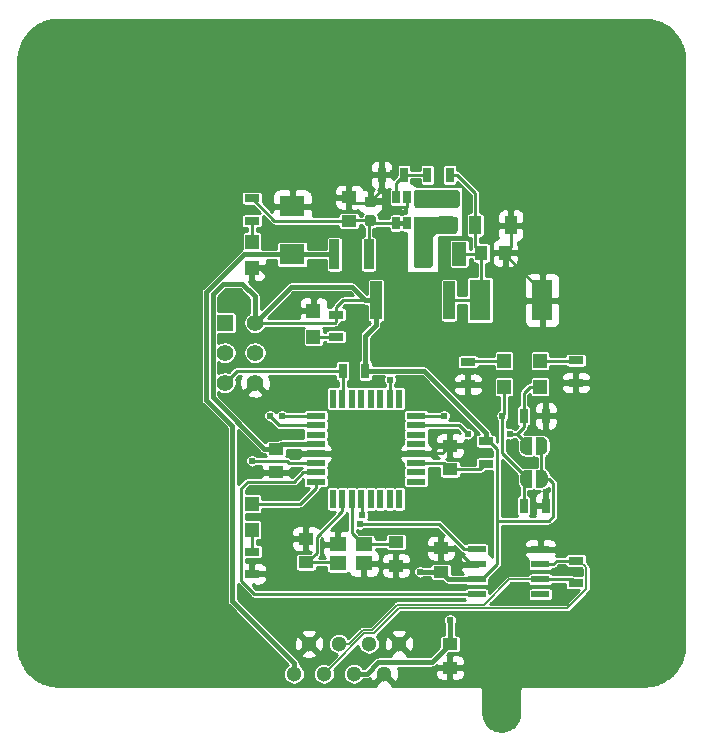
<source format=gbr>
G04 #@! TF.GenerationSoftware,KiCad,Pcbnew,5.1.4*
G04 #@! TF.CreationDate,2019-11-21T14:31:12-05:00*
G04 #@! TF.ProjectId,wheel_speed,77686565-6c5f-4737-9065-65642e6b6963,rev?*
G04 #@! TF.SameCoordinates,Original*
G04 #@! TF.FileFunction,Copper,L1,Top*
G04 #@! TF.FilePolarity,Positive*
%FSLAX46Y46*%
G04 Gerber Fmt 4.6, Leading zero omitted, Abs format (unit mm)*
G04 Created by KiCad (PCBNEW 5.1.4) date 2019-11-21 14:31:12*
%MOMM*%
%LPD*%
G04 APERTURE LIST*
%ADD10R,1.200000X2.000000*%
%ADD11R,1.780000X3.500000*%
%ADD12R,1.250000X1.000000*%
%ADD13R,0.900000X2.500000*%
%ADD14R,0.700000X1.300000*%
%ADD15R,1.300000X0.700000*%
%ADD16R,1.000000X3.200000*%
%ADD17R,0.650000X1.060000*%
%ADD18R,1.000000X1.600000*%
%ADD19R,1.000000X1.250000*%
%ADD20R,2.159000X1.778000*%
%ADD21R,1.200000X1.200000*%
%ADD22C,0.100000*%
%ADD23C,0.875000*%
%ADD24R,1.400000X1.400000*%
%ADD25C,1.400000*%
%ADD26C,1.300000*%
%ADD27R,1.550000X0.600000*%
%ADD28R,1.600000X0.550000*%
%ADD29R,0.550000X1.600000*%
%ADD30R,1.400000X1.200000*%
%ADD31C,0.500000*%
%ADD32C,0.800000*%
%ADD33C,0.609600*%
%ADD34C,0.381000*%
%ADD35C,0.152400*%
%ADD36C,0.254000*%
%ADD37C,0.250000*%
G04 APERTURE END LIST*
D10*
X122542700Y-89918540D03*
X125742700Y-89918540D03*
D11*
X127495300Y-93853000D03*
X132775300Y-93853000D03*
D12*
X124637800Y-87233000D03*
X124637800Y-85233000D03*
D13*
X115186800Y-89979500D03*
X118086800Y-89979500D03*
D14*
X124960420Y-83230720D03*
X123060420Y-83230720D03*
X119174220Y-83215480D03*
X121074220Y-83215480D03*
D15*
X115316000Y-95062000D03*
X115316000Y-96962000D03*
D16*
X124894200Y-93858080D03*
X118694200Y-93858080D03*
D17*
X122293600Y-85117800D03*
X121343600Y-85117800D03*
X120393600Y-85117800D03*
X120393600Y-87317800D03*
X122293600Y-87317800D03*
X121343600Y-87317800D03*
D18*
X127114300Y-87503000D03*
X130114300Y-87503000D03*
D19*
X127638300Y-89852500D03*
X129638300Y-89852500D03*
D20*
X111620300Y-85915500D03*
X111620300Y-89979500D03*
D21*
X113411000Y-96942000D03*
X113411000Y-94742000D03*
X108204000Y-88900000D03*
X108204000Y-91100000D03*
D15*
X108204000Y-85222000D03*
X108204000Y-87122000D03*
D12*
X116418360Y-85122000D03*
X116418360Y-87122000D03*
D22*
G36*
X118501991Y-86663553D02*
G01*
X118523226Y-86666703D01*
X118544050Y-86671919D01*
X118564262Y-86679151D01*
X118583668Y-86688330D01*
X118602081Y-86699366D01*
X118619324Y-86712154D01*
X118635230Y-86726570D01*
X118649646Y-86742476D01*
X118662434Y-86759719D01*
X118673470Y-86778132D01*
X118682649Y-86797538D01*
X118689881Y-86817750D01*
X118695097Y-86838574D01*
X118698247Y-86859809D01*
X118699300Y-86881250D01*
X118699300Y-87318750D01*
X118698247Y-87340191D01*
X118695097Y-87361426D01*
X118689881Y-87382250D01*
X118682649Y-87402462D01*
X118673470Y-87421868D01*
X118662434Y-87440281D01*
X118649646Y-87457524D01*
X118635230Y-87473430D01*
X118619324Y-87487846D01*
X118602081Y-87500634D01*
X118583668Y-87511670D01*
X118564262Y-87520849D01*
X118544050Y-87528081D01*
X118523226Y-87533297D01*
X118501991Y-87536447D01*
X118480550Y-87537500D01*
X117968050Y-87537500D01*
X117946609Y-87536447D01*
X117925374Y-87533297D01*
X117904550Y-87528081D01*
X117884338Y-87520849D01*
X117864932Y-87511670D01*
X117846519Y-87500634D01*
X117829276Y-87487846D01*
X117813370Y-87473430D01*
X117798954Y-87457524D01*
X117786166Y-87440281D01*
X117775130Y-87421868D01*
X117765951Y-87402462D01*
X117758719Y-87382250D01*
X117753503Y-87361426D01*
X117750353Y-87340191D01*
X117749300Y-87318750D01*
X117749300Y-86881250D01*
X117750353Y-86859809D01*
X117753503Y-86838574D01*
X117758719Y-86817750D01*
X117765951Y-86797538D01*
X117775130Y-86778132D01*
X117786166Y-86759719D01*
X117798954Y-86742476D01*
X117813370Y-86726570D01*
X117829276Y-86712154D01*
X117846519Y-86699366D01*
X117864932Y-86688330D01*
X117884338Y-86679151D01*
X117904550Y-86671919D01*
X117925374Y-86666703D01*
X117946609Y-86663553D01*
X117968050Y-86662500D01*
X118480550Y-86662500D01*
X118501991Y-86663553D01*
X118501991Y-86663553D01*
G37*
D23*
X118224300Y-87100000D03*
D22*
G36*
X118501991Y-85088553D02*
G01*
X118523226Y-85091703D01*
X118544050Y-85096919D01*
X118564262Y-85104151D01*
X118583668Y-85113330D01*
X118602081Y-85124366D01*
X118619324Y-85137154D01*
X118635230Y-85151570D01*
X118649646Y-85167476D01*
X118662434Y-85184719D01*
X118673470Y-85203132D01*
X118682649Y-85222538D01*
X118689881Y-85242750D01*
X118695097Y-85263574D01*
X118698247Y-85284809D01*
X118699300Y-85306250D01*
X118699300Y-85743750D01*
X118698247Y-85765191D01*
X118695097Y-85786426D01*
X118689881Y-85807250D01*
X118682649Y-85827462D01*
X118673470Y-85846868D01*
X118662434Y-85865281D01*
X118649646Y-85882524D01*
X118635230Y-85898430D01*
X118619324Y-85912846D01*
X118602081Y-85925634D01*
X118583668Y-85936670D01*
X118564262Y-85945849D01*
X118544050Y-85953081D01*
X118523226Y-85958297D01*
X118501991Y-85961447D01*
X118480550Y-85962500D01*
X117968050Y-85962500D01*
X117946609Y-85961447D01*
X117925374Y-85958297D01*
X117904550Y-85953081D01*
X117884338Y-85945849D01*
X117864932Y-85936670D01*
X117846519Y-85925634D01*
X117829276Y-85912846D01*
X117813370Y-85898430D01*
X117798954Y-85882524D01*
X117786166Y-85865281D01*
X117775130Y-85846868D01*
X117765951Y-85827462D01*
X117758719Y-85807250D01*
X117753503Y-85786426D01*
X117750353Y-85765191D01*
X117749300Y-85743750D01*
X117749300Y-85306250D01*
X117750353Y-85284809D01*
X117753503Y-85263574D01*
X117758719Y-85242750D01*
X117765951Y-85222538D01*
X117775130Y-85203132D01*
X117786166Y-85184719D01*
X117798954Y-85167476D01*
X117813370Y-85151570D01*
X117829276Y-85137154D01*
X117846519Y-85124366D01*
X117864932Y-85113330D01*
X117884338Y-85104151D01*
X117904550Y-85096919D01*
X117925374Y-85091703D01*
X117946609Y-85088553D01*
X117968050Y-85087500D01*
X118480550Y-85087500D01*
X118501991Y-85088553D01*
X118501991Y-85088553D01*
G37*
D23*
X118224300Y-85525000D03*
D12*
X124206000Y-116840000D03*
X124206000Y-114840000D03*
X110236000Y-108426000D03*
X110236000Y-106426000D03*
X124968000Y-108172000D03*
X124968000Y-106172000D03*
X120396000Y-114316000D03*
X120396000Y-116316000D03*
X112776000Y-114046000D03*
X112776000Y-116046000D03*
D24*
X105918000Y-95758000D03*
D25*
X108458000Y-95758000D03*
X105918000Y-98298000D03*
X108458000Y-98298000D03*
X105918000Y-100838000D03*
X108458000Y-100838000D03*
D26*
X116840000Y-125476000D03*
X114300000Y-125476000D03*
X111760000Y-125476000D03*
X119380000Y-125476000D03*
X113030000Y-122936000D03*
X115570000Y-122936000D03*
X118110000Y-122936000D03*
X120650000Y-122936000D03*
D15*
X128016000Y-107696000D03*
X128016000Y-105796000D03*
X135636000Y-117790000D03*
X135636000Y-115890000D03*
D14*
X117790000Y-99822000D03*
X115890000Y-99822000D03*
X131196000Y-103632000D03*
X133096000Y-103632000D03*
X131196000Y-111252000D03*
X133096000Y-111252000D03*
D27*
X127221000Y-114935000D03*
X127221000Y-116205000D03*
X127221000Y-117475000D03*
X127221000Y-118745000D03*
X132621000Y-118745000D03*
X132621000Y-117475000D03*
X132621000Y-116205000D03*
X132621000Y-114935000D03*
D28*
X113606000Y-103626000D03*
X113606000Y-104426000D03*
X113606000Y-105226000D03*
X113606000Y-106026000D03*
X113606000Y-106826000D03*
X113606000Y-107626000D03*
X113606000Y-108426000D03*
X113606000Y-109226000D03*
D29*
X115056000Y-110676000D03*
X115856000Y-110676000D03*
X116656000Y-110676000D03*
X117456000Y-110676000D03*
X118256000Y-110676000D03*
X119056000Y-110676000D03*
X119856000Y-110676000D03*
X120656000Y-110676000D03*
D28*
X122106000Y-109226000D03*
X122106000Y-108426000D03*
X122106000Y-107626000D03*
X122106000Y-106826000D03*
X122106000Y-106026000D03*
X122106000Y-105226000D03*
X122106000Y-104426000D03*
X122106000Y-103626000D03*
D29*
X120656000Y-102176000D03*
X119856000Y-102176000D03*
X119056000Y-102176000D03*
X118256000Y-102176000D03*
X117456000Y-102176000D03*
X116656000Y-102176000D03*
X115856000Y-102176000D03*
X115056000Y-102176000D03*
D30*
X117686000Y-114516000D03*
X115486000Y-114516000D03*
X115486000Y-116116000D03*
X117686000Y-116116000D03*
D21*
X108204000Y-111084000D03*
X108204000Y-113284000D03*
D15*
X108204000Y-115128000D03*
X108204000Y-117028000D03*
D21*
X132588000Y-101176000D03*
X132588000Y-98976000D03*
X129540000Y-98976000D03*
X129540000Y-101176000D03*
D15*
X135636000Y-100838000D03*
X135636000Y-98938000D03*
X126492000Y-99060000D03*
X126492000Y-100960000D03*
D12*
X124968000Y-122952000D03*
X124968000Y-124952000D03*
D31*
X131415000Y-106172000D03*
D22*
G36*
X131915000Y-106922000D02*
G01*
X131415000Y-106922000D01*
X131415000Y-106921398D01*
X131390466Y-106921398D01*
X131341635Y-106916588D01*
X131293510Y-106907016D01*
X131246555Y-106892772D01*
X131201222Y-106873995D01*
X131157949Y-106850864D01*
X131117150Y-106823604D01*
X131079221Y-106792476D01*
X131044524Y-106757779D01*
X131013396Y-106719850D01*
X130986136Y-106679051D01*
X130963005Y-106635778D01*
X130944228Y-106590445D01*
X130929984Y-106543490D01*
X130920412Y-106495365D01*
X130915602Y-106446534D01*
X130915602Y-106422000D01*
X130915000Y-106422000D01*
X130915000Y-105922000D01*
X130915602Y-105922000D01*
X130915602Y-105897466D01*
X130920412Y-105848635D01*
X130929984Y-105800510D01*
X130944228Y-105753555D01*
X130963005Y-105708222D01*
X130986136Y-105664949D01*
X131013396Y-105624150D01*
X131044524Y-105586221D01*
X131079221Y-105551524D01*
X131117150Y-105520396D01*
X131157949Y-105493136D01*
X131201222Y-105470005D01*
X131246555Y-105451228D01*
X131293510Y-105436984D01*
X131341635Y-105427412D01*
X131390466Y-105422602D01*
X131415000Y-105422602D01*
X131415000Y-105422000D01*
X131915000Y-105422000D01*
X131915000Y-106922000D01*
X131915000Y-106922000D01*
G37*
D31*
X132715000Y-106172000D03*
D22*
G36*
X132715000Y-105422602D02*
G01*
X132739534Y-105422602D01*
X132788365Y-105427412D01*
X132836490Y-105436984D01*
X132883445Y-105451228D01*
X132928778Y-105470005D01*
X132972051Y-105493136D01*
X133012850Y-105520396D01*
X133050779Y-105551524D01*
X133085476Y-105586221D01*
X133116604Y-105624150D01*
X133143864Y-105664949D01*
X133166995Y-105708222D01*
X133185772Y-105753555D01*
X133200016Y-105800510D01*
X133209588Y-105848635D01*
X133214398Y-105897466D01*
X133214398Y-105922000D01*
X133215000Y-105922000D01*
X133215000Y-106422000D01*
X133214398Y-106422000D01*
X133214398Y-106446534D01*
X133209588Y-106495365D01*
X133200016Y-106543490D01*
X133185772Y-106590445D01*
X133166995Y-106635778D01*
X133143864Y-106679051D01*
X133116604Y-106719850D01*
X133085476Y-106757779D01*
X133050779Y-106792476D01*
X133012850Y-106823604D01*
X132972051Y-106850864D01*
X132928778Y-106873995D01*
X132883445Y-106892772D01*
X132836490Y-106907016D01*
X132788365Y-106916588D01*
X132739534Y-106921398D01*
X132715000Y-106921398D01*
X132715000Y-106922000D01*
X132215000Y-106922000D01*
X132215000Y-105422000D01*
X132715000Y-105422000D01*
X132715000Y-105422602D01*
X132715000Y-105422602D01*
G37*
D31*
X132730000Y-108966000D03*
D22*
G36*
X132730000Y-108216602D02*
G01*
X132754534Y-108216602D01*
X132803365Y-108221412D01*
X132851490Y-108230984D01*
X132898445Y-108245228D01*
X132943778Y-108264005D01*
X132987051Y-108287136D01*
X133027850Y-108314396D01*
X133065779Y-108345524D01*
X133100476Y-108380221D01*
X133131604Y-108418150D01*
X133158864Y-108458949D01*
X133181995Y-108502222D01*
X133200772Y-108547555D01*
X133215016Y-108594510D01*
X133224588Y-108642635D01*
X133229398Y-108691466D01*
X133229398Y-108716000D01*
X133230000Y-108716000D01*
X133230000Y-109216000D01*
X133229398Y-109216000D01*
X133229398Y-109240534D01*
X133224588Y-109289365D01*
X133215016Y-109337490D01*
X133200772Y-109384445D01*
X133181995Y-109429778D01*
X133158864Y-109473051D01*
X133131604Y-109513850D01*
X133100476Y-109551779D01*
X133065779Y-109586476D01*
X133027850Y-109617604D01*
X132987051Y-109644864D01*
X132943778Y-109667995D01*
X132898445Y-109686772D01*
X132851490Y-109701016D01*
X132803365Y-109710588D01*
X132754534Y-109715398D01*
X132730000Y-109715398D01*
X132730000Y-109716000D01*
X132230000Y-109716000D01*
X132230000Y-108216000D01*
X132730000Y-108216000D01*
X132730000Y-108216602D01*
X132730000Y-108216602D01*
G37*
D31*
X131430000Y-108966000D03*
D22*
G36*
X131930000Y-109716000D02*
G01*
X131430000Y-109716000D01*
X131430000Y-109715398D01*
X131405466Y-109715398D01*
X131356635Y-109710588D01*
X131308510Y-109701016D01*
X131261555Y-109686772D01*
X131216222Y-109667995D01*
X131172949Y-109644864D01*
X131132150Y-109617604D01*
X131094221Y-109586476D01*
X131059524Y-109551779D01*
X131028396Y-109513850D01*
X131001136Y-109473051D01*
X130978005Y-109429778D01*
X130959228Y-109384445D01*
X130944984Y-109337490D01*
X130935412Y-109289365D01*
X130930602Y-109240534D01*
X130930602Y-109216000D01*
X130930000Y-109216000D01*
X130930000Y-108716000D01*
X130930602Y-108716000D01*
X130930602Y-108691466D01*
X130935412Y-108642635D01*
X130944984Y-108594510D01*
X130959228Y-108547555D01*
X130978005Y-108502222D01*
X131001136Y-108458949D01*
X131028396Y-108418150D01*
X131059524Y-108380221D01*
X131094221Y-108345524D01*
X131132150Y-108314396D01*
X131172949Y-108287136D01*
X131216222Y-108264005D01*
X131261555Y-108245228D01*
X131308510Y-108230984D01*
X131356635Y-108221412D01*
X131405466Y-108216602D01*
X131430000Y-108216602D01*
X131430000Y-108216000D01*
X131930000Y-108216000D01*
X131930000Y-109716000D01*
X131930000Y-109716000D01*
G37*
D32*
X132842000Y-90678000D03*
X109728000Y-91948000D03*
X114300000Y-85090000D03*
X115316000Y-93472000D03*
D33*
X131572000Y-87503000D03*
X110490000Y-110490000D03*
X108458000Y-108458000D03*
X111506000Y-106934000D03*
X114046000Y-110236000D03*
X113792000Y-111506000D03*
X115824000Y-112776000D03*
X118491000Y-112141000D03*
X116078000Y-109220000D03*
X118618000Y-109220000D03*
X120142000Y-109220000D03*
X120459500Y-112141000D03*
X118618000Y-117856000D03*
X120142000Y-117856000D03*
X122364500Y-118046500D03*
X124015500Y-120586500D03*
X125857000Y-120459500D03*
X135636000Y-116840000D03*
X137668000Y-116840000D03*
X132080000Y-111760000D03*
X132080000Y-113284000D03*
X132080000Y-107696000D03*
X133604000Y-107696000D03*
X129540000Y-107950000D03*
X128016000Y-108966000D03*
X129794000Y-111506000D03*
X128016000Y-111760000D03*
X130048000Y-113538000D03*
X118618000Y-103632000D03*
X120142000Y-103632000D03*
X111760000Y-100838000D03*
X109982000Y-100838000D03*
X109474000Y-99060000D03*
X110744000Y-98044000D03*
X109728000Y-96774000D03*
X107188000Y-97282000D03*
X107188000Y-98552000D03*
X106172000Y-99568000D03*
X103378000Y-99822000D03*
X111506000Y-108458000D03*
X105664000Y-112268000D03*
X107950000Y-109982000D03*
X105664000Y-110236000D03*
X107442000Y-105664000D03*
X105410000Y-105156000D03*
X108204000Y-103886000D03*
X109982000Y-105410000D03*
X112014000Y-105156000D03*
X103378000Y-102870000D03*
X106426000Y-102362000D03*
X103378000Y-96266000D03*
X106553000Y-93472000D03*
X107188000Y-94996000D03*
X104140000Y-91948000D03*
X107061000Y-88011000D03*
X109347000Y-88011000D03*
X109474000Y-85217000D03*
X113792000Y-88011000D03*
X113792000Y-90932000D03*
X110744000Y-94742000D03*
X116840000Y-94742000D03*
X116840000Y-97409000D03*
X118491000Y-97536000D03*
X114300000Y-100838000D03*
X114427000Y-98933000D03*
X121285000Y-98933000D03*
X121031000Y-100711000D03*
X123444000Y-101473000D03*
X124714000Y-100330000D03*
X128587500Y-104394000D03*
X128143000Y-106807000D03*
X131953000Y-102362000D03*
X128143000Y-99822000D03*
X128143000Y-98044000D03*
X134239000Y-98044000D03*
X133858000Y-99695000D03*
X128397000Y-87884000D03*
X124460000Y-89281000D03*
X125857000Y-92710000D03*
X128397000Y-91313000D03*
X120777000Y-88646000D03*
X119507000Y-86360000D03*
X120142000Y-83058000D03*
X117602000Y-83439000D03*
X122174000Y-83820000D03*
X126365000Y-86106000D03*
X131953000Y-110236000D03*
X133096000Y-110109000D03*
X133985000Y-118110000D03*
X135001000Y-118745000D03*
X121539000Y-125476000D03*
X113157000Y-126238000D03*
X124968000Y-123952000D03*
X127762000Y-125476000D03*
X130683000Y-125984000D03*
X107442000Y-118618000D03*
X109855000Y-118110000D03*
X110109000Y-112776000D03*
X110363000Y-115062000D03*
X113665000Y-117348000D03*
X114300000Y-120396000D03*
X110490000Y-120142000D03*
X121793000Y-110363000D03*
X123698000Y-108966000D03*
X125095000Y-111887000D03*
X127889000Y-121539000D03*
X131064000Y-120650000D03*
X130175000Y-122428000D03*
X123063000Y-122301000D03*
X127762000Y-113665000D03*
X131826000Y-104775000D03*
X118618000Y-100711000D03*
X116840000Y-100584000D03*
X113157000Y-102235000D03*
X117602000Y-92329000D03*
X117094000Y-88265000D03*
X119888000Y-90932000D03*
X121539000Y-93599000D03*
X122555000Y-96139000D03*
X125349000Y-97028000D03*
X129540000Y-92710000D03*
X129921000Y-94996000D03*
X131191000Y-97282000D03*
X133731000Y-123317000D03*
X135763000Y-125603000D03*
X138811000Y-122936000D03*
X140716000Y-125603000D03*
X143510000Y-123063000D03*
X136398000Y-120904000D03*
X140970000Y-120523000D03*
X139954000Y-117475000D03*
X144272000Y-117348000D03*
X141859000Y-115062000D03*
X137922000Y-114300000D03*
X136017000Y-112268000D03*
X139954000Y-112141000D03*
X143891000Y-112268000D03*
X142367000Y-109601000D03*
X137922000Y-109728000D03*
X135382000Y-108204000D03*
X139192000Y-108077000D03*
X143891000Y-107950000D03*
X141478000Y-105664000D03*
X137795000Y-105664000D03*
X134493000Y-105664000D03*
X136144000Y-103759000D03*
X139700000Y-103505000D03*
X144145000Y-103378000D03*
X141859000Y-101092000D03*
X138303000Y-100965000D03*
X139573000Y-98425000D03*
X144018000Y-98425000D03*
X141732000Y-96266000D03*
X137541000Y-96266000D03*
X134874000Y-96266000D03*
X136017000Y-93853000D03*
X139446000Y-93599000D03*
X143891000Y-93726000D03*
X141986000Y-91313000D03*
X137287000Y-91567000D03*
X144526000Y-88900000D03*
X139954000Y-89027000D03*
X135128000Y-89027000D03*
X133096000Y-87376000D03*
X137541000Y-87249000D03*
X141097000Y-87376000D03*
X144526000Y-83820000D03*
X140462000Y-84201000D03*
X135382000Y-84074000D03*
X131191000Y-83693000D03*
X128016000Y-83693000D03*
X141732000Y-81153000D03*
X137541000Y-80899000D03*
X133096000Y-81026000D03*
X129159000Y-80899000D03*
X125349000Y-81026000D03*
X122047000Y-80772000D03*
X123952000Y-78994000D03*
X127254000Y-78994000D03*
X130810000Y-78740000D03*
X134747000Y-78486000D03*
X140081000Y-78613000D03*
X144145000Y-78359000D03*
X142367000Y-75692000D03*
X137541000Y-75819000D03*
X133350000Y-75946000D03*
X128905000Y-75946000D03*
X125603000Y-76073000D03*
X122047000Y-76200000D03*
X124079000Y-73914000D03*
X127508000Y-73914000D03*
X131191000Y-73787000D03*
X134620000Y-73914000D03*
X139446000Y-73533000D03*
X144399000Y-73406000D03*
X141732000Y-70866000D03*
X136271000Y-70866000D03*
X132080000Y-70866000D03*
X127127000Y-70739000D03*
X123698000Y-70866000D03*
X120269000Y-70866000D03*
X121539000Y-73152000D03*
X115951000Y-70993000D03*
X118491000Y-73533000D03*
X116205000Y-75819000D03*
X119126000Y-77343000D03*
X117475000Y-79756000D03*
X115062000Y-81915000D03*
X114554000Y-78359000D03*
X114046000Y-73406000D03*
X110617000Y-71120000D03*
X110998000Y-74930000D03*
X111506000Y-79121000D03*
X112014000Y-82042000D03*
X108839000Y-81026000D03*
X107696000Y-76581000D03*
X108077000Y-73660000D03*
X105283000Y-71120000D03*
X105664000Y-74803000D03*
X105918000Y-78740000D03*
X106426000Y-82169000D03*
X104267000Y-85090000D03*
X104013000Y-81026000D03*
X103124000Y-76200000D03*
X102616000Y-73660000D03*
X99568000Y-71120000D03*
X99441000Y-74930000D03*
X100330000Y-78994000D03*
X100838000Y-82931000D03*
X101473000Y-87122000D03*
X104394000Y-88646000D03*
X102489000Y-90932000D03*
X96647000Y-73025000D03*
X97028000Y-77597000D03*
X97536000Y-81407000D03*
X97663000Y-85471000D03*
X98298000Y-88900000D03*
X99314000Y-93599000D03*
X100330000Y-98425000D03*
X93345000Y-70993000D03*
X90678000Y-71628000D03*
X88900000Y-74930000D03*
X88900000Y-80010000D03*
X88900000Y-86360000D03*
X88900000Y-91440000D03*
X88900000Y-97790000D03*
X88900000Y-102870000D03*
X88900000Y-109220000D03*
X88900000Y-114300000D03*
X88900000Y-118110000D03*
X88900000Y-123190000D03*
X91440000Y-125730000D03*
X91440000Y-121920000D03*
X91440000Y-115570000D03*
X91440000Y-111760000D03*
X91440000Y-105410000D03*
X91440000Y-99060000D03*
X91440000Y-93980000D03*
X91440000Y-87630000D03*
X91440000Y-82550000D03*
X91440000Y-77470000D03*
X93980000Y-74930000D03*
X93980000Y-80010000D03*
X95250000Y-85090000D03*
X95250000Y-91440000D03*
X95250000Y-96520000D03*
X95250000Y-101600000D03*
X95250000Y-106680000D03*
X95250000Y-113030000D03*
X95250000Y-118110000D03*
X95250000Y-121920000D03*
X95250000Y-125730000D03*
X100330000Y-125730000D03*
X105410000Y-125730000D03*
X107950000Y-123190000D03*
X102870000Y-123190000D03*
X105410000Y-120650000D03*
X100330000Y-120650000D03*
X97790000Y-123190000D03*
X97790000Y-115570000D03*
X102870000Y-116840000D03*
X100330000Y-111760000D03*
X104140000Y-109220000D03*
X97790000Y-106680000D03*
X100330000Y-104140000D03*
X97790000Y-101600000D03*
X102870000Y-105410000D03*
X118364000Y-120142000D03*
X121221500Y-120904000D03*
X117030500Y-124015500D03*
X124968000Y-120904000D03*
X122428000Y-116840000D03*
X130048000Y-105156000D03*
X126492000Y-105156000D03*
X124460000Y-103632000D03*
X129388618Y-103632000D03*
X110744000Y-103632000D03*
X117558401Y-112057599D03*
X109728000Y-103632000D03*
X119888000Y-100584000D03*
X117344227Y-112788883D03*
X108204000Y-107442000D03*
D34*
X110865920Y-85161120D02*
X111620300Y-85915500D01*
D35*
X111429800Y-85915500D02*
X111620300Y-85915500D01*
D36*
X117921120Y-85615680D02*
X118224300Y-85312500D01*
X116418360Y-85615680D02*
X117921120Y-85615680D01*
X118349300Y-85312500D02*
X118224300Y-85312500D01*
X119174220Y-84487580D02*
X118349300Y-85312500D01*
X119174220Y-83215480D02*
X119174220Y-84487580D01*
X130114300Y-89376500D02*
X129638300Y-89852500D01*
X130114300Y-87503000D02*
X130114300Y-89376500D01*
X132775300Y-93114500D02*
X132775300Y-93853000D01*
X129638300Y-89977500D02*
X132775300Y-93114500D01*
X129638300Y-89852500D02*
X129638300Y-89977500D01*
X121343600Y-85901800D02*
X121343600Y-85117800D01*
X121318199Y-85927201D02*
X121343600Y-85901800D01*
X119718001Y-85927201D02*
X121318199Y-85927201D01*
X119103300Y-85312500D02*
X119718001Y-85927201D01*
X118224300Y-85312500D02*
X119103300Y-85312500D01*
X113411000Y-93888000D02*
X113411000Y-94742000D01*
X113827000Y-93472000D02*
X113411000Y-93888000D01*
X115316000Y-93472000D02*
X113827000Y-93472000D01*
X113474500Y-85915500D02*
X114300000Y-85090000D01*
X111620300Y-85915500D02*
X113474500Y-85915500D01*
X108880000Y-91100000D02*
X109728000Y-91948000D01*
X108204000Y-91100000D02*
X108880000Y-91100000D01*
X132842000Y-93786300D02*
X132775300Y-93853000D01*
X132842000Y-90678000D02*
X132842000Y-93786300D01*
D34*
X116386360Y-85090000D02*
X116418360Y-85122000D01*
X114300000Y-85090000D02*
X116386360Y-85090000D01*
X130114300Y-87503000D02*
X131572000Y-87503000D01*
D36*
X126746000Y-116205000D02*
X127221000Y-116205000D01*
X125381000Y-114840000D02*
X126746000Y-116205000D01*
X124206000Y-114840000D02*
X125381000Y-114840000D01*
X124314000Y-106826000D02*
X124968000Y-106172000D01*
X122106000Y-106826000D02*
X124314000Y-106826000D01*
D34*
X111572660Y-90027140D02*
X111620300Y-89979500D01*
X111452660Y-90147140D02*
X111620300Y-89979500D01*
X111620300Y-89979500D02*
X115186800Y-89979500D01*
X110159800Y-89979500D02*
X111620300Y-89979500D01*
X107507278Y-89979500D02*
X110159800Y-89979500D01*
X104341689Y-93145089D02*
X107507278Y-89979500D01*
X106540299Y-104490654D02*
X104341689Y-102292044D01*
X104341689Y-102292044D02*
X104341689Y-93145089D01*
X106540299Y-119337061D02*
X106540299Y-104490654D01*
X111760000Y-124556762D02*
X106540299Y-119337061D01*
X111760000Y-125476000D02*
X111760000Y-124556762D01*
D36*
X115316000Y-94458000D02*
X115316000Y-95062000D01*
X115915920Y-93858080D02*
X115316000Y-94458000D01*
X118694200Y-93858080D02*
X115915920Y-93858080D01*
X115316000Y-95666000D02*
X115316000Y-95062000D01*
X115224000Y-95758000D02*
X115316000Y-95666000D01*
X108458000Y-95758000D02*
X115224000Y-95758000D01*
D34*
X117790000Y-99822000D02*
X117790000Y-96840000D01*
X118694200Y-95935800D02*
X118694200Y-93858080D01*
X117790000Y-96840000D02*
X118694200Y-95935800D01*
X128016000Y-105065000D02*
X128016000Y-105796000D01*
X122773000Y-99822000D02*
X128016000Y-105065000D01*
X117790000Y-99822000D02*
X122773000Y-99822000D01*
D36*
X128016000Y-105796000D02*
X128356146Y-105796000D01*
D34*
X124841000Y-117475000D02*
X127221000Y-117475000D01*
X124206000Y-116840000D02*
X124841000Y-117475000D01*
X110636000Y-106026000D02*
X113606000Y-106026000D01*
X110236000Y-106426000D02*
X110636000Y-106026000D01*
X108458000Y-95758000D02*
X111506000Y-92710000D01*
X117813200Y-93858080D02*
X118694200Y-93858080D01*
X116665120Y-92710000D02*
X117813200Y-93858080D01*
X111506000Y-92710000D02*
X116665120Y-92710000D01*
D36*
X128316000Y-105796000D02*
X128016000Y-105796000D01*
X127696000Y-117475000D02*
X128945401Y-116225599D01*
X128945401Y-106425401D02*
X128316000Y-105796000D01*
X127221000Y-117475000D02*
X127696000Y-117475000D01*
D34*
X124968000Y-122952000D02*
X124968000Y-120904000D01*
X122428000Y-116840000D02*
X124206000Y-116840000D01*
D36*
X132715000Y-108951000D02*
X132730000Y-108966000D01*
X132715000Y-106172000D02*
X132715000Y-108951000D01*
X133725401Y-112125521D02*
X133328922Y-112522000D01*
X133725401Y-109361401D02*
X133725401Y-112125521D01*
X133330000Y-108966000D02*
X133725401Y-109361401D01*
X132730000Y-108966000D02*
X133330000Y-108966000D01*
X133328922Y-112522000D02*
X128945401Y-112522000D01*
X128945401Y-112522000D02*
X128945401Y-106425401D01*
X128945401Y-116225599D02*
X128945401Y-112522000D01*
D34*
X107391200Y-92456000D02*
X108458000Y-93522800D01*
X108458000Y-93522800D02*
X108458000Y-95758000D01*
X109230000Y-106426000D02*
X104875099Y-102071099D01*
X110236000Y-106426000D02*
X109230000Y-106426000D01*
X104875099Y-102071099D02*
X104875099Y-93366033D01*
X104875099Y-93366033D02*
X105785132Y-92456000D01*
X105785132Y-92456000D02*
X107391200Y-92456000D01*
X123436901Y-124483099D02*
X124968000Y-122952000D01*
X118903407Y-124483099D02*
X123436901Y-124483099D01*
X116840000Y-125476000D02*
X117910506Y-125476000D01*
X117910506Y-125476000D02*
X118903407Y-124483099D01*
X120393600Y-87317800D02*
X121343600Y-87317800D01*
D36*
X118102480Y-87190680D02*
X118224300Y-87312500D01*
X120388300Y-87312500D02*
X120393600Y-87317800D01*
X118224300Y-87312500D02*
X120388300Y-87312500D01*
X118086800Y-87450000D02*
X118224300Y-87312500D01*
X118086800Y-89979500D02*
X118086800Y-87450000D01*
X116440360Y-87100000D02*
X116418360Y-87122000D01*
X118224300Y-87100000D02*
X116440360Y-87100000D01*
X110104000Y-87122000D02*
X108204000Y-85222000D01*
X116418360Y-87122000D02*
X110104000Y-87122000D01*
D37*
X122293600Y-89669440D02*
X122542700Y-89918540D01*
D36*
X124553000Y-87317800D02*
X124637800Y-87233000D01*
X122293600Y-87317800D02*
X124553000Y-87317800D01*
X122542700Y-89918540D02*
X122542700Y-87566900D01*
X122542700Y-87566900D02*
X122293600Y-87317800D01*
X124522600Y-85117800D02*
X124637800Y-85233000D01*
X122293600Y-85117800D02*
X124522600Y-85117800D01*
D37*
X124960420Y-83230720D02*
X124960420Y-82930720D01*
X124899280Y-93853000D02*
X124894200Y-93858080D01*
X127548640Y-89918540D02*
X127637540Y-89829640D01*
X127637540Y-93710760D02*
X127495300Y-93853000D01*
D36*
X127490220Y-93858080D02*
X127495300Y-93853000D01*
X124894200Y-93858080D02*
X127490220Y-93858080D01*
X127638300Y-93710000D02*
X127495300Y-93853000D01*
X127638300Y-89852500D02*
X127638300Y-93710000D01*
X127572260Y-89918540D02*
X127638300Y-89852500D01*
X125742700Y-89918540D02*
X127572260Y-89918540D01*
X127114300Y-89328500D02*
X127638300Y-89852500D01*
X127114300Y-87503000D02*
X127114300Y-89328500D01*
X125564420Y-83230720D02*
X124960420Y-83230720D01*
X127114300Y-84780600D02*
X125564420Y-83230720D01*
X127114300Y-87503000D02*
X127114300Y-84780600D01*
X108204000Y-87122000D02*
X108204000Y-88900000D01*
X113431000Y-96962000D02*
X113411000Y-96942000D01*
X115316000Y-96962000D02*
X113431000Y-96962000D01*
X123045180Y-83215480D02*
X123060420Y-83230720D01*
X121074220Y-83215480D02*
X123045180Y-83215480D01*
X120393600Y-83896100D02*
X120393600Y-85117800D01*
X121074220Y-83215480D02*
X120393600Y-83896100D01*
X131196000Y-102728000D02*
X131196000Y-103632000D01*
X131196000Y-101714000D02*
X131196000Y-102728000D01*
X131734000Y-101176000D02*
X131196000Y-101714000D01*
X132588000Y-101176000D02*
X131734000Y-101176000D01*
X130653000Y-105156000D02*
X131669000Y-106172000D01*
X130048000Y-105156000D02*
X130653000Y-105156000D01*
X125762000Y-104426000D02*
X122106000Y-104426000D01*
X126492000Y-105156000D02*
X125762000Y-104426000D01*
X131196000Y-104613000D02*
X130653000Y-105156000D01*
X131196000Y-103632000D02*
X131196000Y-104613000D01*
X131196000Y-109566000D02*
X131669000Y-109093000D01*
X131196000Y-111252000D02*
X131196000Y-109566000D01*
X122106000Y-103626000D02*
X124454000Y-103626000D01*
X124454000Y-103626000D02*
X124460000Y-103632000D01*
X129540000Y-101176000D02*
X129540000Y-103480618D01*
X129540000Y-103480618D02*
X129388618Y-103632000D01*
X129388618Y-106812618D02*
X129388618Y-103632000D01*
X131669000Y-109093000D02*
X129388618Y-106812618D01*
X124422000Y-107626000D02*
X124968000Y-108172000D01*
X122106000Y-107626000D02*
X124422000Y-107626000D01*
X127540000Y-108172000D02*
X128016000Y-107696000D01*
X124968000Y-108172000D02*
X127540000Y-108172000D01*
X117586000Y-114516000D02*
X117686000Y-114516000D01*
X116656000Y-113586000D02*
X117586000Y-114516000D01*
X116656000Y-110676000D02*
X116656000Y-113586000D01*
X120196000Y-114516000D02*
X120396000Y-114316000D01*
X117686000Y-114516000D02*
X120196000Y-114516000D01*
X115416000Y-116046000D02*
X115486000Y-116116000D01*
X112776000Y-116046000D02*
X115416000Y-116046000D01*
X112901000Y-116046000D02*
X112776000Y-116046000D01*
X113680401Y-115266599D02*
X112901000Y-116046000D01*
X113680401Y-113905599D02*
X113680401Y-115266599D01*
X115856000Y-111730000D02*
X113680401Y-113905599D01*
X115856000Y-110676000D02*
X115856000Y-111730000D01*
X113600000Y-103632000D02*
X113606000Y-103626000D01*
X110744000Y-103632000D02*
X113600000Y-103632000D01*
X117558401Y-110778401D02*
X117456000Y-110676000D01*
X117558401Y-112057599D02*
X117558401Y-110778401D01*
X110522000Y-104426000D02*
X113606000Y-104426000D01*
X109728000Y-103632000D02*
X110522000Y-104426000D01*
X106934000Y-99822000D02*
X115890000Y-99822000D01*
X105918000Y-100838000D02*
X106934000Y-99822000D01*
X115890000Y-102142000D02*
X115856000Y-102176000D01*
X115890000Y-99822000D02*
X115890000Y-102142000D01*
X119888000Y-102144000D02*
X119856000Y-102176000D01*
X119888000Y-100584000D02*
X119888000Y-102144000D01*
X135321000Y-117475000D02*
X135636000Y-117790000D01*
X132621000Y-117475000D02*
X135321000Y-117475000D01*
D35*
X118340911Y-121752589D02*
X117592344Y-121752590D01*
X116408934Y-122936000D02*
X115570000Y-122936000D01*
X117592344Y-121752590D02*
X116408934Y-122936000D01*
X132621000Y-117475000D02*
X129977482Y-117475000D01*
X129977482Y-117475000D02*
X127831193Y-119621289D01*
X127831193Y-119621289D02*
X120472211Y-119621289D01*
X120472211Y-119621289D02*
X118340911Y-121752589D01*
D36*
X132621000Y-116205000D02*
X133731000Y-116205000D01*
X134046000Y-115890000D02*
X135636000Y-115890000D01*
X133731000Y-116205000D02*
X134046000Y-115890000D01*
D35*
X114949999Y-124826001D02*
X114300000Y-125476000D01*
X117718601Y-122057399D02*
X114949999Y-124826001D01*
X118508035Y-122057399D02*
X117718601Y-122057399D01*
X120639335Y-119926099D02*
X118508035Y-122057399D01*
X134911383Y-119926099D02*
X120639335Y-119926099D01*
X136514601Y-118322881D02*
X134911383Y-119926099D01*
X136514601Y-116468601D02*
X136514601Y-118322881D01*
X135936000Y-115890000D02*
X136514601Y-116468601D01*
X135636000Y-115890000D02*
X135936000Y-115890000D01*
D36*
X124045883Y-112788883D02*
X117344227Y-112788883D01*
X127221000Y-114935000D02*
X126192000Y-114935000D01*
X126192000Y-114935000D02*
X124045883Y-112788883D01*
X113536000Y-107696000D02*
X113606000Y-107626000D01*
X112552000Y-107626000D02*
X113606000Y-107626000D01*
X111333382Y-107626000D02*
X112552000Y-107626000D01*
X111149382Y-107442000D02*
X111333382Y-107626000D01*
X108204000Y-107442000D02*
X111149382Y-107442000D01*
X112552000Y-108426000D02*
X113606000Y-108426000D01*
X111772599Y-109205401D02*
X112552000Y-108426000D01*
X107828677Y-109205401D02*
X111772599Y-109205401D01*
X107274599Y-117601521D02*
X107274599Y-109759479D01*
X107274599Y-109759479D02*
X107828677Y-109205401D01*
X108418078Y-118745000D02*
X107274599Y-117601521D01*
X127221000Y-118745000D02*
X108418078Y-118745000D01*
X109058000Y-111084000D02*
X108204000Y-111084000D01*
X112277000Y-111084000D02*
X109058000Y-111084000D01*
X113606000Y-109755000D02*
X112277000Y-111084000D01*
X113606000Y-109226000D02*
X113606000Y-109755000D01*
X108204000Y-113284000D02*
X108204000Y-115128000D01*
X135598000Y-98976000D02*
X135636000Y-98938000D01*
X132588000Y-98976000D02*
X135598000Y-98976000D01*
X126576000Y-98976000D02*
X126492000Y-99060000D01*
X129540000Y-98976000D02*
X126576000Y-98976000D01*
D35*
G36*
X125714800Y-84733564D02*
G01*
X125714800Y-85770436D01*
X125559436Y-85925800D01*
X122097564Y-85925800D01*
X121992200Y-85820436D01*
X121992200Y-84603200D01*
X125584436Y-84603200D01*
X125714800Y-84733564D01*
X125714800Y-84733564D01*
G37*
X125714800Y-84733564D02*
X125714800Y-85770436D01*
X125559436Y-85925800D01*
X122097564Y-85925800D01*
X121992200Y-85820436D01*
X121992200Y-84603200D01*
X125584436Y-84603200D01*
X125714800Y-84733564D01*
D36*
G36*
X125489000Y-87899394D02*
G01*
X125313394Y-88075000D01*
X123816000Y-88075000D01*
X123791224Y-88077440D01*
X123767399Y-88084667D01*
X123745443Y-88096403D01*
X123726197Y-88112197D01*
X123401197Y-88437197D01*
X123385403Y-88456443D01*
X123373667Y-88478399D01*
X123366440Y-88502224D01*
X123364000Y-88527000D01*
X123364000Y-90799394D01*
X123238394Y-90925000D01*
X122004500Y-90925000D01*
X121993000Y-90909667D01*
X121993000Y-86854000D01*
X125489000Y-86854000D01*
X125489000Y-87899394D01*
X125489000Y-87899394D01*
G37*
X125489000Y-87899394D02*
X125313394Y-88075000D01*
X123816000Y-88075000D01*
X123791224Y-88077440D01*
X123767399Y-88084667D01*
X123745443Y-88096403D01*
X123726197Y-88112197D01*
X123401197Y-88437197D01*
X123385403Y-88456443D01*
X123373667Y-88478399D01*
X123366440Y-88502224D01*
X123364000Y-88527000D01*
X123364000Y-90799394D01*
X123238394Y-90925000D01*
X122004500Y-90925000D01*
X121993000Y-90909667D01*
X121993000Y-86854000D01*
X125489000Y-86854000D01*
X125489000Y-87899394D01*
G36*
X141497307Y-70096599D02*
G01*
X141669856Y-70106910D01*
X141833709Y-70124739D01*
X141992621Y-70149702D01*
X142142241Y-70180301D01*
X142286294Y-70216466D01*
X142425372Y-70257839D01*
X142559426Y-70303952D01*
X142689033Y-70354614D01*
X142817471Y-70410992D01*
X142938819Y-70470206D01*
X143058164Y-70534409D01*
X143173547Y-70602463D01*
X143284373Y-70673752D01*
X143390641Y-70747967D01*
X143493408Y-70825634D01*
X143594730Y-70908383D01*
X143691285Y-70993485D01*
X143784595Y-71082117D01*
X143874543Y-71174167D01*
X143960561Y-71269004D01*
X144043468Y-71367538D01*
X144122674Y-71469144D01*
X144198407Y-71574195D01*
X144273172Y-71686787D01*
X144341371Y-71798668D01*
X144407028Y-71916428D01*
X144467947Y-72036596D01*
X144528399Y-72169055D01*
X144580740Y-72297685D01*
X144628639Y-72430881D01*
X144671870Y-72569120D01*
X144709987Y-72712405D01*
X144742368Y-72859975D01*
X144768941Y-73013880D01*
X144789375Y-73177759D01*
X144802147Y-73346558D01*
X144806941Y-73534623D01*
X144807508Y-73539201D01*
X144807507Y-123039772D01*
X144806992Y-123043772D01*
X144806869Y-123049068D01*
X144804927Y-123167928D01*
X144795002Y-123340877D01*
X144777552Y-123504886D01*
X144753350Y-123661680D01*
X144722236Y-123815654D01*
X144686167Y-123960355D01*
X144645013Y-124099494D01*
X144599117Y-124233594D01*
X144547838Y-124365266D01*
X144492468Y-124491831D01*
X144433407Y-124613339D01*
X144369706Y-124732205D01*
X144302549Y-124846560D01*
X144231876Y-124956954D01*
X144157091Y-125064504D01*
X144079182Y-125167971D01*
X143997469Y-125268404D01*
X143913036Y-125364612D01*
X143824584Y-125458147D01*
X143732783Y-125548246D01*
X143635755Y-125636559D01*
X143531072Y-125724666D01*
X143429551Y-125803648D01*
X143324376Y-125879311D01*
X143215197Y-125951741D01*
X143100240Y-126021762D01*
X142984300Y-126086324D01*
X142864634Y-126146966D01*
X142734029Y-126206608D01*
X142606032Y-126258783D01*
X142472842Y-126306788D01*
X142334662Y-126350112D01*
X142190796Y-126388480D01*
X142040522Y-126421480D01*
X141883771Y-126448442D01*
X141723468Y-126468347D01*
X141554554Y-126481125D01*
X141398261Y-126485108D01*
X141394746Y-126484762D01*
X131230254Y-126484762D01*
X131216872Y-126483444D01*
X131203490Y-126484762D01*
X131197551Y-126484762D01*
X131141808Y-126490252D01*
X131070291Y-126511947D01*
X131004380Y-126547177D01*
X130946609Y-126594588D01*
X130899198Y-126652359D01*
X130863968Y-126718270D01*
X130842273Y-126789787D01*
X130834948Y-126864162D01*
X130837473Y-126889800D01*
X130837472Y-128761534D01*
X130831473Y-128901602D01*
X130811725Y-129048402D01*
X130781644Y-129179103D01*
X130742665Y-129299662D01*
X130693965Y-129416020D01*
X130639564Y-129521275D01*
X130578371Y-129620127D01*
X130510275Y-129713486D01*
X130436052Y-129800678D01*
X130355742Y-129881906D01*
X130270227Y-129956440D01*
X130176356Y-130026577D01*
X130078308Y-130088787D01*
X129972923Y-130144738D01*
X129861390Y-130193016D01*
X129737284Y-130234829D01*
X129605399Y-130266660D01*
X129465840Y-130287116D01*
X129310322Y-130294815D01*
X129182136Y-130289425D01*
X129038876Y-130270536D01*
X128905393Y-130240224D01*
X128781922Y-130200472D01*
X128668687Y-130153257D01*
X128562066Y-130098405D01*
X128461884Y-130036534D01*
X128367562Y-129967767D01*
X128279916Y-129893108D01*
X128199222Y-129813277D01*
X128123980Y-129726880D01*
X128055051Y-129634610D01*
X127992413Y-129535954D01*
X127936478Y-129430616D01*
X127888131Y-129318962D01*
X127847015Y-129197277D01*
X127815496Y-129068064D01*
X127794483Y-128927445D01*
X127785997Y-128760026D01*
X127785997Y-126880325D01*
X127787487Y-126865196D01*
X127785997Y-126850067D01*
X127785997Y-126846047D01*
X127780507Y-126790304D01*
X127758812Y-126718787D01*
X127723582Y-126652876D01*
X127676171Y-126595105D01*
X127618400Y-126547694D01*
X127552489Y-126512464D01*
X127480972Y-126490769D01*
X127406597Y-126483444D01*
X127382716Y-126485796D01*
X120056909Y-126485796D01*
X120085922Y-126361527D01*
X119380000Y-125655605D01*
X118674078Y-126361527D01*
X118703091Y-126485796D01*
X91848778Y-126485796D01*
X91757835Y-126484616D01*
X91580368Y-126475541D01*
X91415538Y-126458940D01*
X91255633Y-126435093D01*
X91102969Y-126405026D01*
X90953962Y-126368593D01*
X90812741Y-126327376D01*
X90677855Y-126281691D01*
X90546017Y-126230816D01*
X90419873Y-126176105D01*
X90297623Y-126117156D01*
X90176157Y-126052478D01*
X90062311Y-125985978D01*
X89951225Y-125915229D01*
X89840773Y-125838717D01*
X89737285Y-125761002D01*
X89637275Y-125679861D01*
X89540919Y-125595547D01*
X89447293Y-125507267D01*
X89357083Y-125415622D01*
X89268463Y-125318541D01*
X89185798Y-125220854D01*
X89105930Y-125118989D01*
X89028723Y-125012444D01*
X88955603Y-124902954D01*
X88886714Y-124790704D01*
X88819501Y-124670868D01*
X88756781Y-124547665D01*
X88698684Y-124421072D01*
X88645914Y-124292480D01*
X88597656Y-124159532D01*
X88553240Y-124018799D01*
X88514687Y-123875120D01*
X88481340Y-123724295D01*
X88453982Y-123566319D01*
X88433568Y-123402529D01*
X88420801Y-123233703D01*
X88416012Y-123045608D01*
X88415790Y-123043815D01*
X88415790Y-93145089D01*
X103869516Y-93145089D01*
X103871790Y-93168176D01*
X103871789Y-102268967D01*
X103869516Y-102292044D01*
X103878589Y-102384160D01*
X103888021Y-102415254D01*
X103905458Y-102472736D01*
X103949091Y-102554369D01*
X104007812Y-102625921D01*
X104025746Y-102640639D01*
X106070400Y-104685294D01*
X106070399Y-119313984D01*
X106068126Y-119337061D01*
X106077199Y-119429177D01*
X106093996Y-119484549D01*
X106104068Y-119517753D01*
X106147701Y-119599386D01*
X106206422Y-119670938D01*
X106224356Y-119685656D01*
X111242621Y-124703922D01*
X111167542Y-124754088D01*
X111038088Y-124883542D01*
X110936376Y-125035764D01*
X110866316Y-125204904D01*
X110830600Y-125384462D01*
X110830600Y-125567538D01*
X110866316Y-125747096D01*
X110936376Y-125916236D01*
X111038088Y-126068458D01*
X111167542Y-126197912D01*
X111319764Y-126299624D01*
X111488904Y-126369684D01*
X111668462Y-126405400D01*
X111851538Y-126405400D01*
X112031096Y-126369684D01*
X112200236Y-126299624D01*
X112352458Y-126197912D01*
X112481912Y-126068458D01*
X112583624Y-125916236D01*
X112653684Y-125747096D01*
X112689400Y-125567538D01*
X112689400Y-125384462D01*
X112653684Y-125204904D01*
X112583624Y-125035764D01*
X112481912Y-124883542D01*
X112352458Y-124754088D01*
X112229900Y-124672197D01*
X112229900Y-124579839D01*
X112232173Y-124556762D01*
X112223100Y-124464645D01*
X112196231Y-124376069D01*
X112189726Y-124363899D01*
X112152598Y-124294437D01*
X112093877Y-124222885D01*
X112075949Y-124208172D01*
X111689304Y-123821527D01*
X112324078Y-123821527D01*
X112377466Y-124050201D01*
X112607374Y-124156095D01*
X112853524Y-124215102D01*
X113106455Y-124224952D01*
X113356449Y-124185270D01*
X113593896Y-124097578D01*
X113682534Y-124050201D01*
X113735922Y-123821527D01*
X113030000Y-123115605D01*
X112324078Y-123821527D01*
X111689304Y-123821527D01*
X110880232Y-123012455D01*
X111741048Y-123012455D01*
X111780730Y-123262449D01*
X111868422Y-123499896D01*
X111915799Y-123588534D01*
X112144473Y-123641922D01*
X112850395Y-122936000D01*
X113209605Y-122936000D01*
X113915527Y-123641922D01*
X114144201Y-123588534D01*
X114250095Y-123358626D01*
X114309102Y-123112476D01*
X114318952Y-122859545D01*
X114279270Y-122609551D01*
X114191578Y-122372104D01*
X114144201Y-122283466D01*
X113915527Y-122230078D01*
X113209605Y-122936000D01*
X112850395Y-122936000D01*
X112144473Y-122230078D01*
X111915799Y-122283466D01*
X111809905Y-122513374D01*
X111750898Y-122759524D01*
X111741048Y-123012455D01*
X110880232Y-123012455D01*
X109918250Y-122050473D01*
X112324078Y-122050473D01*
X113030000Y-122756395D01*
X113735922Y-122050473D01*
X113682534Y-121821799D01*
X113452626Y-121715905D01*
X113206476Y-121656898D01*
X112953545Y-121647048D01*
X112703551Y-121686730D01*
X112466104Y-121774422D01*
X112377466Y-121821799D01*
X112324078Y-122050473D01*
X109918250Y-122050473D01*
X107010199Y-119142423D01*
X107010199Y-117911857D01*
X108116596Y-119018254D01*
X108129320Y-119033758D01*
X108191202Y-119084544D01*
X108261803Y-119122281D01*
X108338410Y-119145519D01*
X108398118Y-119151400D01*
X108398125Y-119151400D01*
X108418078Y-119153365D01*
X108438031Y-119151400D01*
X126186305Y-119151400D01*
X126186620Y-119152439D01*
X126212564Y-119200977D01*
X126247479Y-119243521D01*
X126274491Y-119265689D01*
X120489663Y-119265689D01*
X120472210Y-119263970D01*
X120454757Y-119265689D01*
X120454748Y-119265689D01*
X120402501Y-119270835D01*
X120335471Y-119291168D01*
X120273695Y-119324188D01*
X120273693Y-119324189D01*
X120273694Y-119324189D01*
X120233111Y-119357494D01*
X120233106Y-119357499D01*
X120219548Y-119368626D01*
X120208421Y-119382184D01*
X118193617Y-121396989D01*
X117609805Y-121396991D01*
X117592343Y-121395271D01*
X117522633Y-121402137D01*
X117455602Y-121422470D01*
X117393827Y-121455490D01*
X117353244Y-121488795D01*
X117353233Y-121488806D01*
X117339681Y-121499928D01*
X117328559Y-121513480D01*
X116374659Y-122467381D01*
X116291912Y-122343542D01*
X116162458Y-122214088D01*
X116010236Y-122112376D01*
X115841096Y-122042316D01*
X115661538Y-122006600D01*
X115478462Y-122006600D01*
X115298904Y-122042316D01*
X115129764Y-122112376D01*
X114977542Y-122214088D01*
X114848088Y-122343542D01*
X114746376Y-122495764D01*
X114676316Y-122664904D01*
X114640600Y-122844462D01*
X114640600Y-123027538D01*
X114676316Y-123207096D01*
X114746376Y-123376236D01*
X114848088Y-123528458D01*
X114977542Y-123657912D01*
X115129764Y-123759624D01*
X115298904Y-123829684D01*
X115419445Y-123853661D01*
X114710910Y-124562197D01*
X114710899Y-124562206D01*
X114655732Y-124617373D01*
X114571096Y-124582316D01*
X114391538Y-124546600D01*
X114208462Y-124546600D01*
X114028904Y-124582316D01*
X113859764Y-124652376D01*
X113707542Y-124754088D01*
X113578088Y-124883542D01*
X113476376Y-125035764D01*
X113406316Y-125204904D01*
X113370600Y-125384462D01*
X113370600Y-125567538D01*
X113406316Y-125747096D01*
X113476376Y-125916236D01*
X113578088Y-126068458D01*
X113707542Y-126197912D01*
X113859764Y-126299624D01*
X114028904Y-126369684D01*
X114208462Y-126405400D01*
X114391538Y-126405400D01*
X114571096Y-126369684D01*
X114740236Y-126299624D01*
X114892458Y-126197912D01*
X115021912Y-126068458D01*
X115123624Y-125916236D01*
X115193684Y-125747096D01*
X115229400Y-125567538D01*
X115229400Y-125384462D01*
X115910600Y-125384462D01*
X115910600Y-125567538D01*
X115946316Y-125747096D01*
X116016376Y-125916236D01*
X116118088Y-126068458D01*
X116247542Y-126197912D01*
X116399764Y-126299624D01*
X116568904Y-126369684D01*
X116748462Y-126405400D01*
X116931538Y-126405400D01*
X117111096Y-126369684D01*
X117280236Y-126299624D01*
X117432458Y-126197912D01*
X117561912Y-126068458D01*
X117643803Y-125945900D01*
X117887429Y-125945900D01*
X117910506Y-125948173D01*
X117933583Y-125945900D01*
X118002622Y-125939100D01*
X118091199Y-125912231D01*
X118158073Y-125876486D01*
X118218422Y-126039896D01*
X118265799Y-126128534D01*
X118494473Y-126181922D01*
X119200395Y-125476000D01*
X119186253Y-125461858D01*
X119365858Y-125282253D01*
X119380000Y-125296395D01*
X119394143Y-125282253D01*
X119573748Y-125461858D01*
X119559605Y-125476000D01*
X120265527Y-126181922D01*
X120494201Y-126128534D01*
X120600095Y-125898626D01*
X120659102Y-125652476D01*
X120666909Y-125452000D01*
X123704928Y-125452000D01*
X123717188Y-125576482D01*
X123753498Y-125696180D01*
X123812463Y-125806494D01*
X123891815Y-125903185D01*
X123988506Y-125982537D01*
X124098820Y-126041502D01*
X124218518Y-126077812D01*
X124343000Y-126090072D01*
X124682250Y-126087000D01*
X124841000Y-125928250D01*
X124841000Y-125079000D01*
X125095000Y-125079000D01*
X125095000Y-125928250D01*
X125253750Y-126087000D01*
X125593000Y-126090072D01*
X125717482Y-126077812D01*
X125837180Y-126041502D01*
X125947494Y-125982537D01*
X126044185Y-125903185D01*
X126123537Y-125806494D01*
X126182502Y-125696180D01*
X126218812Y-125576482D01*
X126231072Y-125452000D01*
X126228000Y-125237750D01*
X126069250Y-125079000D01*
X125095000Y-125079000D01*
X124841000Y-125079000D01*
X123866750Y-125079000D01*
X123708000Y-125237750D01*
X123704928Y-125452000D01*
X120666909Y-125452000D01*
X120668952Y-125399545D01*
X120629270Y-125149551D01*
X120556681Y-124952999D01*
X123413824Y-124952999D01*
X123436901Y-124955272D01*
X123459978Y-124952999D01*
X123529017Y-124946199D01*
X123617594Y-124919330D01*
X123699226Y-124875697D01*
X123770778Y-124816976D01*
X123785496Y-124799042D01*
X123813144Y-124771394D01*
X123866750Y-124825000D01*
X124841000Y-124825000D01*
X124841000Y-123975750D01*
X125095000Y-123975750D01*
X125095000Y-124825000D01*
X126069250Y-124825000D01*
X126228000Y-124666250D01*
X126231072Y-124452000D01*
X126218812Y-124327518D01*
X126182502Y-124207820D01*
X126123537Y-124097506D01*
X126044185Y-124000815D01*
X125947494Y-123921463D01*
X125837180Y-123862498D01*
X125717482Y-123826188D01*
X125593000Y-123813928D01*
X125253750Y-123817000D01*
X125095000Y-123975750D01*
X124841000Y-123975750D01*
X124724894Y-123859644D01*
X124851788Y-123732751D01*
X125593000Y-123732751D01*
X125647772Y-123727356D01*
X125700439Y-123711380D01*
X125748977Y-123685436D01*
X125791521Y-123650521D01*
X125826436Y-123607977D01*
X125852380Y-123559439D01*
X125868356Y-123506772D01*
X125873751Y-123452000D01*
X125873751Y-122452000D01*
X125868356Y-122397228D01*
X125852380Y-122344561D01*
X125826436Y-122296023D01*
X125791521Y-122253479D01*
X125748977Y-122218564D01*
X125700439Y-122192620D01*
X125647772Y-122176644D01*
X125593000Y-122171249D01*
X125437900Y-122171249D01*
X125437900Y-121252278D01*
X125485712Y-121180723D01*
X125529750Y-121074405D01*
X125552200Y-120961539D01*
X125552200Y-120846461D01*
X125529750Y-120733595D01*
X125485712Y-120627277D01*
X125421778Y-120531594D01*
X125340406Y-120450222D01*
X125244723Y-120386288D01*
X125138405Y-120342250D01*
X125025539Y-120319800D01*
X124910461Y-120319800D01*
X124797595Y-120342250D01*
X124691277Y-120386288D01*
X124595594Y-120450222D01*
X124514222Y-120531594D01*
X124450288Y-120627277D01*
X124406250Y-120733595D01*
X124383800Y-120846461D01*
X124383800Y-120961539D01*
X124406250Y-121074405D01*
X124450288Y-121180723D01*
X124498101Y-121252279D01*
X124498100Y-122171249D01*
X124343000Y-122171249D01*
X124288228Y-122176644D01*
X124235561Y-122192620D01*
X124187023Y-122218564D01*
X124144479Y-122253479D01*
X124109564Y-122296023D01*
X124083620Y-122344561D01*
X124067644Y-122397228D01*
X124062249Y-122452000D01*
X124062249Y-123193212D01*
X123242263Y-124013199D01*
X121311173Y-124013199D01*
X121355922Y-123821527D01*
X120650000Y-123115605D01*
X119944078Y-123821527D01*
X119988827Y-124013199D01*
X118926483Y-124013199D01*
X118903406Y-124010926D01*
X118811290Y-124019999D01*
X118758769Y-124035931D01*
X118722714Y-124046868D01*
X118641082Y-124090501D01*
X118569530Y-124149222D01*
X118554819Y-124167148D01*
X117715868Y-125006100D01*
X117643803Y-125006100D01*
X117561912Y-124883542D01*
X117432458Y-124754088D01*
X117280236Y-124652376D01*
X117111096Y-124582316D01*
X116931538Y-124546600D01*
X116748462Y-124546600D01*
X116568904Y-124582316D01*
X116399764Y-124652376D01*
X116247542Y-124754088D01*
X116118088Y-124883542D01*
X116016376Y-125035764D01*
X115946316Y-125204904D01*
X115910600Y-125384462D01*
X115229400Y-125384462D01*
X115193684Y-125204904D01*
X115158627Y-125120268D01*
X115213794Y-125065101D01*
X115213803Y-125065090D01*
X117192339Y-123086555D01*
X117216316Y-123207096D01*
X117286376Y-123376236D01*
X117388088Y-123528458D01*
X117517542Y-123657912D01*
X117669764Y-123759624D01*
X117838904Y-123829684D01*
X118018462Y-123865400D01*
X118201538Y-123865400D01*
X118381096Y-123829684D01*
X118550236Y-123759624D01*
X118702458Y-123657912D01*
X118831912Y-123528458D01*
X118933624Y-123376236D01*
X119003684Y-123207096D01*
X119039400Y-123027538D01*
X119039400Y-123012455D01*
X119361048Y-123012455D01*
X119400730Y-123262449D01*
X119488422Y-123499896D01*
X119535799Y-123588534D01*
X119764473Y-123641922D01*
X120470395Y-122936000D01*
X120829605Y-122936000D01*
X121535527Y-123641922D01*
X121764201Y-123588534D01*
X121870095Y-123358626D01*
X121929102Y-123112476D01*
X121938952Y-122859545D01*
X121899270Y-122609551D01*
X121811578Y-122372104D01*
X121764201Y-122283466D01*
X121535527Y-122230078D01*
X120829605Y-122936000D01*
X120470395Y-122936000D01*
X119764473Y-122230078D01*
X119535799Y-122283466D01*
X119429905Y-122513374D01*
X119370898Y-122759524D01*
X119361048Y-123012455D01*
X119039400Y-123012455D01*
X119039400Y-122844462D01*
X119003684Y-122664904D01*
X118933624Y-122495764D01*
X118831912Y-122343542D01*
X118778349Y-122289979D01*
X119017855Y-122050473D01*
X119944078Y-122050473D01*
X120650000Y-122756395D01*
X121355922Y-122050473D01*
X121302534Y-121821799D01*
X121072626Y-121715905D01*
X120826476Y-121656898D01*
X120573545Y-121647048D01*
X120323551Y-121686730D01*
X120086104Y-121774422D01*
X119997466Y-121821799D01*
X119944078Y-122050473D01*
X119017855Y-122050473D01*
X120786630Y-120281699D01*
X134893928Y-120281699D01*
X134911383Y-120283418D01*
X134928838Y-120281699D01*
X134928846Y-120281699D01*
X134981093Y-120276553D01*
X135048123Y-120256220D01*
X135109899Y-120223200D01*
X135164046Y-120178762D01*
X135175182Y-120165193D01*
X136753701Y-118586675D01*
X136767264Y-118575544D01*
X136811702Y-118521397D01*
X136844722Y-118459621D01*
X136865055Y-118392591D01*
X136870201Y-118340344D01*
X136870201Y-118340336D01*
X136871920Y-118322881D01*
X136870201Y-118305426D01*
X136870201Y-116486053D01*
X136871920Y-116468600D01*
X136870201Y-116451147D01*
X136870201Y-116451138D01*
X136865055Y-116398891D01*
X136844722Y-116331861D01*
X136811702Y-116270085D01*
X136808534Y-116266225D01*
X136778396Y-116229501D01*
X136778386Y-116229491D01*
X136767263Y-116215938D01*
X136753710Y-116204816D01*
X136566751Y-116017857D01*
X136566751Y-115540000D01*
X136561356Y-115485228D01*
X136545380Y-115432561D01*
X136519436Y-115384023D01*
X136484521Y-115341479D01*
X136441977Y-115306564D01*
X136393439Y-115280620D01*
X136340772Y-115264644D01*
X136286000Y-115259249D01*
X134986000Y-115259249D01*
X134931228Y-115264644D01*
X134878561Y-115280620D01*
X134830023Y-115306564D01*
X134787479Y-115341479D01*
X134752564Y-115384023D01*
X134726620Y-115432561D01*
X134711138Y-115483600D01*
X134065952Y-115483600D01*
X134045999Y-115481635D01*
X134026046Y-115483600D01*
X134026040Y-115483600D01*
X133980755Y-115488060D01*
X133985502Y-115479180D01*
X134021812Y-115359482D01*
X134034072Y-115235000D01*
X134031000Y-115220750D01*
X133872250Y-115062000D01*
X132748000Y-115062000D01*
X132748000Y-115082000D01*
X132494000Y-115082000D01*
X132494000Y-115062000D01*
X131369750Y-115062000D01*
X131211000Y-115220750D01*
X131207928Y-115235000D01*
X131220188Y-115359482D01*
X131256498Y-115479180D01*
X131315463Y-115589494D01*
X131394815Y-115686185D01*
X131491506Y-115765537D01*
X131581709Y-115813752D01*
X131570644Y-115850228D01*
X131565249Y-115905000D01*
X131565249Y-116505000D01*
X131570644Y-116559772D01*
X131586620Y-116612439D01*
X131612564Y-116660977D01*
X131647479Y-116703521D01*
X131690023Y-116738436D01*
X131738561Y-116764380D01*
X131791228Y-116780356D01*
X131846000Y-116785751D01*
X133396000Y-116785751D01*
X133450772Y-116780356D01*
X133503439Y-116764380D01*
X133551977Y-116738436D01*
X133594521Y-116703521D01*
X133629436Y-116660977D01*
X133655380Y-116612439D01*
X133655695Y-116611400D01*
X133711047Y-116611400D01*
X133731000Y-116613365D01*
X133750953Y-116611400D01*
X133750960Y-116611400D01*
X133810668Y-116605519D01*
X133887275Y-116582281D01*
X133957876Y-116544544D01*
X134019758Y-116493758D01*
X134032482Y-116478254D01*
X134214336Y-116296400D01*
X134711138Y-116296400D01*
X134726620Y-116347439D01*
X134752564Y-116395977D01*
X134787479Y-116438521D01*
X134830023Y-116473436D01*
X134878561Y-116499380D01*
X134931228Y-116515356D01*
X134986000Y-116520751D01*
X136063857Y-116520751D01*
X136159001Y-116615896D01*
X136159001Y-117159249D01*
X135576867Y-117159249D01*
X135547876Y-117135456D01*
X135477275Y-117097719D01*
X135400668Y-117074481D01*
X135340960Y-117068600D01*
X135340953Y-117068600D01*
X135321000Y-117066635D01*
X135301047Y-117068600D01*
X133655695Y-117068600D01*
X133655380Y-117067561D01*
X133629436Y-117019023D01*
X133594521Y-116976479D01*
X133551977Y-116941564D01*
X133503439Y-116915620D01*
X133450772Y-116899644D01*
X133396000Y-116894249D01*
X131846000Y-116894249D01*
X131791228Y-116899644D01*
X131738561Y-116915620D01*
X131690023Y-116941564D01*
X131647479Y-116976479D01*
X131612564Y-117019023D01*
X131586620Y-117067561D01*
X131570895Y-117119400D01*
X129994937Y-117119400D01*
X129977481Y-117117681D01*
X129960026Y-117119400D01*
X129960019Y-117119400D01*
X129914669Y-117123867D01*
X129907771Y-117124546D01*
X129887115Y-117130812D01*
X129840742Y-117144879D01*
X129778966Y-117177899D01*
X129724819Y-117222337D01*
X129713688Y-117235900D01*
X128276751Y-118672838D01*
X128276751Y-118445000D01*
X128271356Y-118390228D01*
X128255380Y-118337561D01*
X128229436Y-118289023D01*
X128194521Y-118246479D01*
X128151977Y-118211564D01*
X128103439Y-118185620D01*
X128050772Y-118169644D01*
X127996000Y-118164249D01*
X126446000Y-118164249D01*
X126391228Y-118169644D01*
X126338561Y-118185620D01*
X126290023Y-118211564D01*
X126247479Y-118246479D01*
X126212564Y-118289023D01*
X126186620Y-118337561D01*
X126186305Y-118338600D01*
X108586414Y-118338600D01*
X108260814Y-118013000D01*
X108331002Y-118013000D01*
X108331002Y-117854252D01*
X108489750Y-118013000D01*
X108854000Y-118016072D01*
X108978482Y-118003812D01*
X109098180Y-117967502D01*
X109208494Y-117908537D01*
X109305185Y-117829185D01*
X109384537Y-117732494D01*
X109443502Y-117622180D01*
X109479812Y-117502482D01*
X109492072Y-117378000D01*
X109489000Y-117313750D01*
X109330250Y-117155000D01*
X108331000Y-117155000D01*
X108331000Y-117175000D01*
X108077000Y-117175000D01*
X108077000Y-117155000D01*
X108057000Y-117155000D01*
X108057000Y-116901000D01*
X108077000Y-116901000D01*
X108077000Y-116201750D01*
X108331000Y-116201750D01*
X108331000Y-116901000D01*
X109330250Y-116901000D01*
X109489000Y-116742250D01*
X109492072Y-116678000D01*
X109479812Y-116553518D01*
X109443502Y-116433820D01*
X109384537Y-116323506D01*
X109305185Y-116226815D01*
X109208494Y-116147463D01*
X109098180Y-116088498D01*
X108978482Y-116052188D01*
X108854000Y-116039928D01*
X108489750Y-116043000D01*
X108331000Y-116201750D01*
X108077000Y-116201750D01*
X107918250Y-116043000D01*
X107680999Y-116040999D01*
X107680999Y-115758751D01*
X108854000Y-115758751D01*
X108908772Y-115753356D01*
X108961439Y-115737380D01*
X109009977Y-115711436D01*
X109052521Y-115676521D01*
X109087436Y-115633977D01*
X109113380Y-115585439D01*
X109129356Y-115532772D01*
X109134751Y-115478000D01*
X109134751Y-114778000D01*
X109129356Y-114723228D01*
X109113380Y-114670561D01*
X109087436Y-114622023D01*
X109052521Y-114579479D01*
X109011727Y-114546000D01*
X111512928Y-114546000D01*
X111525188Y-114670482D01*
X111561498Y-114790180D01*
X111620463Y-114900494D01*
X111699815Y-114997185D01*
X111796506Y-115076537D01*
X111906820Y-115135502D01*
X112026518Y-115171812D01*
X112151000Y-115184072D01*
X112490250Y-115181000D01*
X112649000Y-115022250D01*
X112649000Y-114173000D01*
X111674750Y-114173000D01*
X111516000Y-114331750D01*
X111512928Y-114546000D01*
X109011727Y-114546000D01*
X109009977Y-114544564D01*
X108961439Y-114518620D01*
X108908772Y-114502644D01*
X108854000Y-114497249D01*
X108610400Y-114497249D01*
X108610400Y-114164751D01*
X108804000Y-114164751D01*
X108858772Y-114159356D01*
X108911439Y-114143380D01*
X108959977Y-114117436D01*
X109002521Y-114082521D01*
X109037436Y-114039977D01*
X109063380Y-113991439D01*
X109079356Y-113938772D01*
X109084751Y-113884000D01*
X109084751Y-113546000D01*
X111512928Y-113546000D01*
X111516000Y-113760250D01*
X111674750Y-113919000D01*
X112649000Y-113919000D01*
X112649000Y-113069750D01*
X112490250Y-112911000D01*
X112151000Y-112907928D01*
X112026518Y-112920188D01*
X111906820Y-112956498D01*
X111796506Y-113015463D01*
X111699815Y-113094815D01*
X111620463Y-113191506D01*
X111561498Y-113301820D01*
X111525188Y-113421518D01*
X111512928Y-113546000D01*
X109084751Y-113546000D01*
X109084751Y-112684000D01*
X109079356Y-112629228D01*
X109063380Y-112576561D01*
X109037436Y-112528023D01*
X109002521Y-112485479D01*
X108959977Y-112450564D01*
X108911439Y-112424620D01*
X108858772Y-112408644D01*
X108804000Y-112403249D01*
X107680999Y-112403249D01*
X107680999Y-111964751D01*
X108804000Y-111964751D01*
X108858772Y-111959356D01*
X108911439Y-111943380D01*
X108959977Y-111917436D01*
X109002521Y-111882521D01*
X109037436Y-111839977D01*
X109063380Y-111791439D01*
X109079356Y-111738772D01*
X109084751Y-111684000D01*
X109084751Y-111490400D01*
X112257047Y-111490400D01*
X112277000Y-111492365D01*
X112296953Y-111490400D01*
X112296960Y-111490400D01*
X112356668Y-111484519D01*
X112433275Y-111461281D01*
X112503876Y-111423544D01*
X112565758Y-111372758D01*
X112578482Y-111357254D01*
X113879259Y-110056477D01*
X113894758Y-110043758D01*
X113907477Y-110028260D01*
X113907482Y-110028255D01*
X113933335Y-109996752D01*
X113945544Y-109981876D01*
X113983281Y-109911275D01*
X114000425Y-109854758D01*
X114006519Y-109834669D01*
X114007843Y-109821228D01*
X114011731Y-109781751D01*
X114406000Y-109781751D01*
X114460772Y-109776356D01*
X114513439Y-109760380D01*
X114531014Y-109750986D01*
X114521620Y-109768561D01*
X114505644Y-109821228D01*
X114500249Y-109876000D01*
X114500249Y-111476000D01*
X114505644Y-111530772D01*
X114521620Y-111583439D01*
X114547564Y-111631977D01*
X114582479Y-111674521D01*
X114625023Y-111709436D01*
X114673561Y-111735380D01*
X114726228Y-111751356D01*
X114781000Y-111756751D01*
X115254512Y-111756751D01*
X113881152Y-113130112D01*
X113852185Y-113094815D01*
X113755494Y-113015463D01*
X113645180Y-112956498D01*
X113525482Y-112920188D01*
X113401000Y-112907928D01*
X113061750Y-112911000D01*
X112903000Y-113069750D01*
X112903000Y-113919000D01*
X112923000Y-113919000D01*
X112923000Y-114173000D01*
X112903000Y-114173000D01*
X112903000Y-115022250D01*
X113061750Y-115181000D01*
X113190102Y-115182162D01*
X113107015Y-115265249D01*
X112151000Y-115265249D01*
X112096228Y-115270644D01*
X112043561Y-115286620D01*
X111995023Y-115312564D01*
X111952479Y-115347479D01*
X111917564Y-115390023D01*
X111891620Y-115438561D01*
X111875644Y-115491228D01*
X111870249Y-115546000D01*
X111870249Y-116546000D01*
X111875644Y-116600772D01*
X111891620Y-116653439D01*
X111917564Y-116701977D01*
X111952479Y-116744521D01*
X111995023Y-116779436D01*
X112043561Y-116805380D01*
X112096228Y-116821356D01*
X112151000Y-116826751D01*
X113401000Y-116826751D01*
X113455772Y-116821356D01*
X113508439Y-116805380D01*
X113556977Y-116779436D01*
X113599521Y-116744521D01*
X113634436Y-116701977D01*
X113660380Y-116653439D01*
X113676356Y-116600772D01*
X113681751Y-116546000D01*
X113681751Y-116452400D01*
X114505249Y-116452400D01*
X114505249Y-116716000D01*
X114510644Y-116770772D01*
X114526620Y-116823439D01*
X114552564Y-116871977D01*
X114587479Y-116914521D01*
X114630023Y-116949436D01*
X114678561Y-116975380D01*
X114731228Y-116991356D01*
X114786000Y-116996751D01*
X116186000Y-116996751D01*
X116240772Y-116991356D01*
X116293439Y-116975380D01*
X116341977Y-116949436D01*
X116383021Y-116915752D01*
X116396498Y-116960180D01*
X116455463Y-117070494D01*
X116534815Y-117167185D01*
X116631506Y-117246537D01*
X116741820Y-117305502D01*
X116861518Y-117341812D01*
X116986000Y-117354072D01*
X117400250Y-117351000D01*
X117559000Y-117192250D01*
X117559000Y-116243000D01*
X117813000Y-116243000D01*
X117813000Y-117192250D01*
X117971750Y-117351000D01*
X118386000Y-117354072D01*
X118510482Y-117341812D01*
X118630180Y-117305502D01*
X118740494Y-117246537D01*
X118837185Y-117167185D01*
X118916537Y-117070494D01*
X118975502Y-116960180D01*
X119011812Y-116840482D01*
X119014223Y-116816000D01*
X119132928Y-116816000D01*
X119145188Y-116940482D01*
X119181498Y-117060180D01*
X119240463Y-117170494D01*
X119319815Y-117267185D01*
X119416506Y-117346537D01*
X119526820Y-117405502D01*
X119646518Y-117441812D01*
X119771000Y-117454072D01*
X120110250Y-117451000D01*
X120269000Y-117292250D01*
X120269000Y-116443000D01*
X120523000Y-116443000D01*
X120523000Y-117292250D01*
X120681750Y-117451000D01*
X121021000Y-117454072D01*
X121145482Y-117441812D01*
X121265180Y-117405502D01*
X121375494Y-117346537D01*
X121472185Y-117267185D01*
X121551537Y-117170494D01*
X121610502Y-117060180D01*
X121646812Y-116940482D01*
X121659072Y-116816000D01*
X121656000Y-116601750D01*
X121497250Y-116443000D01*
X120523000Y-116443000D01*
X120269000Y-116443000D01*
X119294750Y-116443000D01*
X119136000Y-116601750D01*
X119132928Y-116816000D01*
X119014223Y-116816000D01*
X119024072Y-116716000D01*
X119021000Y-116401750D01*
X118862250Y-116243000D01*
X117813000Y-116243000D01*
X117559000Y-116243000D01*
X117539000Y-116243000D01*
X117539000Y-115989000D01*
X117559000Y-115989000D01*
X117559000Y-115969000D01*
X117813000Y-115969000D01*
X117813000Y-115989000D01*
X118862250Y-115989000D01*
X119021000Y-115830250D01*
X119021139Y-115816000D01*
X119132928Y-115816000D01*
X119136000Y-116030250D01*
X119294750Y-116189000D01*
X120269000Y-116189000D01*
X120269000Y-115339750D01*
X120523000Y-115339750D01*
X120523000Y-116189000D01*
X121497250Y-116189000D01*
X121656000Y-116030250D01*
X121659072Y-115816000D01*
X121646812Y-115691518D01*
X121610502Y-115571820D01*
X121551537Y-115461506D01*
X121472185Y-115364815D01*
X121441948Y-115340000D01*
X122942928Y-115340000D01*
X122955188Y-115464482D01*
X122991498Y-115584180D01*
X123050463Y-115694494D01*
X123129815Y-115791185D01*
X123226506Y-115870537D01*
X123336820Y-115929502D01*
X123456518Y-115965812D01*
X123581000Y-115978072D01*
X123920250Y-115975000D01*
X124079000Y-115816250D01*
X124079000Y-114967000D01*
X124333000Y-114967000D01*
X124333000Y-115816250D01*
X124491750Y-115975000D01*
X124831000Y-115978072D01*
X124955482Y-115965812D01*
X125075180Y-115929502D01*
X125185494Y-115870537D01*
X125282185Y-115791185D01*
X125361537Y-115694494D01*
X125420502Y-115584180D01*
X125456812Y-115464482D01*
X125469072Y-115340000D01*
X125466000Y-115125750D01*
X125307250Y-114967000D01*
X124333000Y-114967000D01*
X124079000Y-114967000D01*
X123104750Y-114967000D01*
X122946000Y-115125750D01*
X122942928Y-115340000D01*
X121441948Y-115340000D01*
X121375494Y-115285463D01*
X121265180Y-115226498D01*
X121145482Y-115190188D01*
X121021000Y-115177928D01*
X120681750Y-115181000D01*
X120523000Y-115339750D01*
X120269000Y-115339750D01*
X120110250Y-115181000D01*
X119771000Y-115177928D01*
X119646518Y-115190188D01*
X119526820Y-115226498D01*
X119416506Y-115285463D01*
X119319815Y-115364815D01*
X119240463Y-115461506D01*
X119181498Y-115571820D01*
X119145188Y-115691518D01*
X119132928Y-115816000D01*
X119021139Y-115816000D01*
X119024072Y-115516000D01*
X119011812Y-115391518D01*
X118975502Y-115271820D01*
X118916537Y-115161506D01*
X118837185Y-115064815D01*
X118740494Y-114985463D01*
X118666751Y-114946046D01*
X118666751Y-114922400D01*
X119511305Y-114922400D01*
X119511620Y-114923439D01*
X119537564Y-114971977D01*
X119572479Y-115014521D01*
X119615023Y-115049436D01*
X119663561Y-115075380D01*
X119716228Y-115091356D01*
X119771000Y-115096751D01*
X121021000Y-115096751D01*
X121075772Y-115091356D01*
X121128439Y-115075380D01*
X121176977Y-115049436D01*
X121219521Y-115014521D01*
X121254436Y-114971977D01*
X121280380Y-114923439D01*
X121296356Y-114870772D01*
X121301751Y-114816000D01*
X121301751Y-114340000D01*
X122942928Y-114340000D01*
X122946000Y-114554250D01*
X123104750Y-114713000D01*
X124079000Y-114713000D01*
X124079000Y-113863750D01*
X123920250Y-113705000D01*
X123581000Y-113701928D01*
X123456518Y-113714188D01*
X123336820Y-113750498D01*
X123226506Y-113809463D01*
X123129815Y-113888815D01*
X123050463Y-113985506D01*
X122991498Y-114095820D01*
X122955188Y-114215518D01*
X122942928Y-114340000D01*
X121301751Y-114340000D01*
X121301751Y-113816000D01*
X121296356Y-113761228D01*
X121280380Y-113708561D01*
X121254436Y-113660023D01*
X121219521Y-113617479D01*
X121176977Y-113582564D01*
X121128439Y-113556620D01*
X121075772Y-113540644D01*
X121021000Y-113535249D01*
X119771000Y-113535249D01*
X119716228Y-113540644D01*
X119663561Y-113556620D01*
X119615023Y-113582564D01*
X119572479Y-113617479D01*
X119537564Y-113660023D01*
X119511620Y-113708561D01*
X119495644Y-113761228D01*
X119490249Y-113816000D01*
X119490249Y-114109600D01*
X118666751Y-114109600D01*
X118666751Y-113916000D01*
X118661356Y-113861228D01*
X118645380Y-113808561D01*
X118619436Y-113760023D01*
X118584521Y-113717479D01*
X118541977Y-113682564D01*
X118493439Y-113656620D01*
X118440772Y-113640644D01*
X118386000Y-113635249D01*
X117279985Y-113635249D01*
X117062400Y-113417664D01*
X117062400Y-113303185D01*
X117067504Y-113306595D01*
X117173822Y-113350633D01*
X117286688Y-113373083D01*
X117401766Y-113373083D01*
X117514632Y-113350633D01*
X117620950Y-113306595D01*
X117716633Y-113242661D01*
X117764011Y-113195283D01*
X123877547Y-113195283D01*
X124439507Y-113757243D01*
X124333000Y-113863750D01*
X124333000Y-114713000D01*
X125307250Y-114713000D01*
X125351257Y-114668993D01*
X125890523Y-115208260D01*
X125903242Y-115223758D01*
X125918740Y-115236477D01*
X125918745Y-115236482D01*
X125923817Y-115240644D01*
X125965124Y-115274544D01*
X126035725Y-115312281D01*
X126112331Y-115335519D01*
X126119604Y-115336235D01*
X126156268Y-115339847D01*
X126091506Y-115374463D01*
X125994815Y-115453815D01*
X125915463Y-115550506D01*
X125856498Y-115660820D01*
X125820188Y-115780518D01*
X125807928Y-115905000D01*
X125811000Y-115919250D01*
X125969750Y-116078000D01*
X127094000Y-116078000D01*
X127094000Y-116058000D01*
X127348000Y-116058000D01*
X127348000Y-116078000D01*
X127368000Y-116078000D01*
X127368000Y-116332000D01*
X127348000Y-116332000D01*
X127348000Y-116352000D01*
X127094000Y-116352000D01*
X127094000Y-116332000D01*
X125969750Y-116332000D01*
X125811000Y-116490750D01*
X125807928Y-116505000D01*
X125820188Y-116629482D01*
X125856498Y-116749180D01*
X125915463Y-116859494D01*
X125994815Y-116956185D01*
X126054418Y-117005100D01*
X125111751Y-117005100D01*
X125111751Y-116340000D01*
X125106356Y-116285228D01*
X125090380Y-116232561D01*
X125064436Y-116184023D01*
X125029521Y-116141479D01*
X124986977Y-116106564D01*
X124938439Y-116080620D01*
X124885772Y-116064644D01*
X124831000Y-116059249D01*
X123581000Y-116059249D01*
X123526228Y-116064644D01*
X123473561Y-116080620D01*
X123425023Y-116106564D01*
X123382479Y-116141479D01*
X123347564Y-116184023D01*
X123321620Y-116232561D01*
X123305644Y-116285228D01*
X123300249Y-116340000D01*
X123300249Y-116370100D01*
X122776278Y-116370100D01*
X122704723Y-116322288D01*
X122598405Y-116278250D01*
X122485539Y-116255800D01*
X122370461Y-116255800D01*
X122257595Y-116278250D01*
X122151277Y-116322288D01*
X122055594Y-116386222D01*
X121974222Y-116467594D01*
X121910288Y-116563277D01*
X121866250Y-116669595D01*
X121843800Y-116782461D01*
X121843800Y-116897539D01*
X121866250Y-117010405D01*
X121910288Y-117116723D01*
X121974222Y-117212406D01*
X122055594Y-117293778D01*
X122151277Y-117357712D01*
X122257595Y-117401750D01*
X122370461Y-117424200D01*
X122485539Y-117424200D01*
X122598405Y-117401750D01*
X122704723Y-117357712D01*
X122776278Y-117309900D01*
X123300249Y-117309900D01*
X123300249Y-117340000D01*
X123305644Y-117394772D01*
X123321620Y-117447439D01*
X123347564Y-117495977D01*
X123382479Y-117538521D01*
X123425023Y-117573436D01*
X123473561Y-117599380D01*
X123526228Y-117615356D01*
X123581000Y-117620751D01*
X124322212Y-117620751D01*
X124492409Y-117790948D01*
X124507123Y-117808877D01*
X124578675Y-117867598D01*
X124655267Y-117908537D01*
X124660307Y-117911231D01*
X124748883Y-117938100D01*
X124841000Y-117947173D01*
X124864077Y-117944900D01*
X126223990Y-117944900D01*
X126247479Y-117973521D01*
X126290023Y-118008436D01*
X126338561Y-118034380D01*
X126391228Y-118050356D01*
X126446000Y-118055751D01*
X127996000Y-118055751D01*
X128050772Y-118050356D01*
X128103439Y-118034380D01*
X128151977Y-118008436D01*
X128194521Y-117973521D01*
X128229436Y-117930977D01*
X128255380Y-117882439D01*
X128271356Y-117829772D01*
X128276751Y-117775000D01*
X128276751Y-117468985D01*
X129218662Y-116527075D01*
X129234159Y-116514357D01*
X129246878Y-116498859D01*
X129246883Y-116498854D01*
X129272537Y-116467594D01*
X129284945Y-116452475D01*
X129322682Y-116381874D01*
X129328931Y-116361274D01*
X129345920Y-116305268D01*
X129349110Y-116272875D01*
X129351801Y-116245559D01*
X129351801Y-116245552D01*
X129353766Y-116225599D01*
X129351801Y-116205646D01*
X129351801Y-114635000D01*
X131207928Y-114635000D01*
X131211000Y-114649250D01*
X131369750Y-114808000D01*
X132494000Y-114808000D01*
X132494000Y-114158750D01*
X132748000Y-114158750D01*
X132748000Y-114808000D01*
X133872250Y-114808000D01*
X134031000Y-114649250D01*
X134034072Y-114635000D01*
X134021812Y-114510518D01*
X133985502Y-114390820D01*
X133926537Y-114280506D01*
X133847185Y-114183815D01*
X133750494Y-114104463D01*
X133640180Y-114045498D01*
X133520482Y-114009188D01*
X133396000Y-113996928D01*
X132906750Y-114000000D01*
X132748000Y-114158750D01*
X132494000Y-114158750D01*
X132335250Y-114000000D01*
X131846000Y-113996928D01*
X131721518Y-114009188D01*
X131601820Y-114045498D01*
X131491506Y-114104463D01*
X131394815Y-114183815D01*
X131315463Y-114280506D01*
X131256498Y-114390820D01*
X131220188Y-114510518D01*
X131207928Y-114635000D01*
X129351801Y-114635000D01*
X129351801Y-112928400D01*
X133308969Y-112928400D01*
X133328922Y-112930365D01*
X133348875Y-112928400D01*
X133348882Y-112928400D01*
X133408590Y-112922519D01*
X133485197Y-112899281D01*
X133555798Y-112861544D01*
X133617680Y-112810758D01*
X133630404Y-112795254D01*
X133998660Y-112426999D01*
X134014159Y-112414279D01*
X134026878Y-112398781D01*
X134026883Y-112398776D01*
X134054006Y-112365726D01*
X134064945Y-112352397D01*
X134102682Y-112281796D01*
X134110357Y-112256494D01*
X134125920Y-112205190D01*
X134130235Y-112161380D01*
X134131801Y-112145481D01*
X134131801Y-112145474D01*
X134133766Y-112125521D01*
X134131801Y-112105568D01*
X134131801Y-109381353D01*
X134133766Y-109361400D01*
X134131801Y-109341447D01*
X134131801Y-109341441D01*
X134125920Y-109281733D01*
X134102682Y-109205126D01*
X134064945Y-109134525D01*
X134014159Y-109072643D01*
X133998656Y-109059920D01*
X133631482Y-108692746D01*
X133618758Y-108677242D01*
X133556876Y-108626456D01*
X133499702Y-108595896D01*
X133483827Y-108516086D01*
X133467852Y-108463420D01*
X133430343Y-108372864D01*
X133404398Y-108324324D01*
X133349942Y-108242825D01*
X133315027Y-108200281D01*
X133245719Y-108130973D01*
X133203175Y-108096058D01*
X133121676Y-108041602D01*
X133121400Y-108041454D01*
X133121400Y-107086560D01*
X133188175Y-107041942D01*
X133230719Y-107007027D01*
X133300027Y-106937719D01*
X133334942Y-106895175D01*
X133389398Y-106813676D01*
X133415343Y-106765136D01*
X133452852Y-106674580D01*
X133468827Y-106621914D01*
X133487949Y-106525781D01*
X133493344Y-106471009D01*
X133493344Y-106446447D01*
X133495752Y-106422000D01*
X133495752Y-105922000D01*
X133493344Y-105897553D01*
X133493344Y-105872991D01*
X133487949Y-105818219D01*
X133468827Y-105722086D01*
X133452852Y-105669420D01*
X133415343Y-105578864D01*
X133389398Y-105530324D01*
X133334942Y-105448825D01*
X133300027Y-105406281D01*
X133230719Y-105336973D01*
X133188175Y-105302058D01*
X133106676Y-105247602D01*
X133058136Y-105221657D01*
X132967580Y-105184148D01*
X132914914Y-105168173D01*
X132818781Y-105149051D01*
X132764009Y-105143656D01*
X132739447Y-105143656D01*
X132715000Y-105141248D01*
X132215000Y-105141248D01*
X132160228Y-105146643D01*
X132107561Y-105162619D01*
X132065000Y-105185368D01*
X132022439Y-105162619D01*
X131969772Y-105146643D01*
X131915000Y-105141248D01*
X131415000Y-105141248D01*
X131390553Y-105143656D01*
X131365991Y-105143656D01*
X131311219Y-105149051D01*
X131235791Y-105164055D01*
X131227736Y-105156000D01*
X131469259Y-104914478D01*
X131484758Y-104901758D01*
X131497477Y-104886260D01*
X131497482Y-104886255D01*
X131523527Y-104854518D01*
X131535544Y-104839876D01*
X131573281Y-104769275D01*
X131596519Y-104692668D01*
X131602400Y-104632960D01*
X131602400Y-104632953D01*
X131604365Y-104613000D01*
X131602400Y-104593047D01*
X131602400Y-104556862D01*
X131653439Y-104541380D01*
X131701977Y-104515436D01*
X131744521Y-104480521D01*
X131779436Y-104437977D01*
X131805380Y-104389439D01*
X131821356Y-104336772D01*
X131826751Y-104282000D01*
X132107928Y-104282000D01*
X132120188Y-104406482D01*
X132156498Y-104526180D01*
X132215463Y-104636494D01*
X132294815Y-104733185D01*
X132391506Y-104812537D01*
X132501820Y-104871502D01*
X132621518Y-104907812D01*
X132746000Y-104920072D01*
X132810250Y-104917000D01*
X132969000Y-104758250D01*
X132969000Y-103759000D01*
X133223000Y-103759000D01*
X133223000Y-104758250D01*
X133381750Y-104917000D01*
X133446000Y-104920072D01*
X133570482Y-104907812D01*
X133690180Y-104871502D01*
X133800494Y-104812537D01*
X133897185Y-104733185D01*
X133976537Y-104636494D01*
X134035502Y-104526180D01*
X134071812Y-104406482D01*
X134084072Y-104282000D01*
X134081000Y-103917750D01*
X133922250Y-103759000D01*
X133223000Y-103759000D01*
X132969000Y-103759000D01*
X132269750Y-103759000D01*
X132111000Y-103917750D01*
X132107928Y-104282000D01*
X131826751Y-104282000D01*
X131826751Y-102982000D01*
X132107928Y-102982000D01*
X132111000Y-103346250D01*
X132269750Y-103505000D01*
X132969000Y-103505000D01*
X132969000Y-102505750D01*
X133223000Y-102505750D01*
X133223000Y-103505000D01*
X133922250Y-103505000D01*
X134081000Y-103346250D01*
X134084072Y-102982000D01*
X134071812Y-102857518D01*
X134035502Y-102737820D01*
X133976537Y-102627506D01*
X133897185Y-102530815D01*
X133800494Y-102451463D01*
X133690180Y-102392498D01*
X133570482Y-102356188D01*
X133446000Y-102343928D01*
X133381750Y-102347000D01*
X133223000Y-102505750D01*
X132969000Y-102505750D01*
X132810250Y-102347000D01*
X132746000Y-102343928D01*
X132621518Y-102356188D01*
X132501820Y-102392498D01*
X132391506Y-102451463D01*
X132294815Y-102530815D01*
X132215463Y-102627506D01*
X132156498Y-102737820D01*
X132120188Y-102857518D01*
X132107928Y-102982000D01*
X131826751Y-102982000D01*
X131821356Y-102927228D01*
X131805380Y-102874561D01*
X131779436Y-102826023D01*
X131744521Y-102783479D01*
X131701977Y-102748564D01*
X131653439Y-102722620D01*
X131602400Y-102707138D01*
X131602400Y-101882336D01*
X131707382Y-101777354D01*
X131712644Y-101830772D01*
X131728620Y-101883439D01*
X131754564Y-101931977D01*
X131789479Y-101974521D01*
X131832023Y-102009436D01*
X131880561Y-102035380D01*
X131933228Y-102051356D01*
X131988000Y-102056751D01*
X133188000Y-102056751D01*
X133242772Y-102051356D01*
X133295439Y-102035380D01*
X133343977Y-102009436D01*
X133386521Y-101974521D01*
X133421436Y-101931977D01*
X133447380Y-101883439D01*
X133463356Y-101830772D01*
X133468751Y-101776000D01*
X133468751Y-101188000D01*
X134347928Y-101188000D01*
X134360188Y-101312482D01*
X134396498Y-101432180D01*
X134455463Y-101542494D01*
X134534815Y-101639185D01*
X134631506Y-101718537D01*
X134741820Y-101777502D01*
X134861518Y-101813812D01*
X134986000Y-101826072D01*
X135350250Y-101823000D01*
X135509000Y-101664250D01*
X135509000Y-100965000D01*
X135763000Y-100965000D01*
X135763000Y-101664250D01*
X135921750Y-101823000D01*
X136286000Y-101826072D01*
X136410482Y-101813812D01*
X136530180Y-101777502D01*
X136640494Y-101718537D01*
X136737185Y-101639185D01*
X136816537Y-101542494D01*
X136875502Y-101432180D01*
X136911812Y-101312482D01*
X136924072Y-101188000D01*
X136921000Y-101123750D01*
X136762250Y-100965000D01*
X135763000Y-100965000D01*
X135509000Y-100965000D01*
X134509750Y-100965000D01*
X134351000Y-101123750D01*
X134347928Y-101188000D01*
X133468751Y-101188000D01*
X133468751Y-100576000D01*
X133463356Y-100521228D01*
X133453277Y-100488000D01*
X134347928Y-100488000D01*
X134351000Y-100552250D01*
X134509750Y-100711000D01*
X135509000Y-100711000D01*
X135509000Y-100011750D01*
X135763000Y-100011750D01*
X135763000Y-100711000D01*
X136762250Y-100711000D01*
X136921000Y-100552250D01*
X136924072Y-100488000D01*
X136911812Y-100363518D01*
X136875502Y-100243820D01*
X136816537Y-100133506D01*
X136737185Y-100036815D01*
X136640494Y-99957463D01*
X136530180Y-99898498D01*
X136410482Y-99862188D01*
X136286000Y-99849928D01*
X135921750Y-99853000D01*
X135763000Y-100011750D01*
X135509000Y-100011750D01*
X135350250Y-99853000D01*
X134986000Y-99849928D01*
X134861518Y-99862188D01*
X134741820Y-99898498D01*
X134631506Y-99957463D01*
X134534815Y-100036815D01*
X134455463Y-100133506D01*
X134396498Y-100243820D01*
X134360188Y-100363518D01*
X134347928Y-100488000D01*
X133453277Y-100488000D01*
X133447380Y-100468561D01*
X133421436Y-100420023D01*
X133386521Y-100377479D01*
X133343977Y-100342564D01*
X133295439Y-100316620D01*
X133242772Y-100300644D01*
X133188000Y-100295249D01*
X131988000Y-100295249D01*
X131933228Y-100300644D01*
X131880561Y-100316620D01*
X131832023Y-100342564D01*
X131789479Y-100377479D01*
X131754564Y-100420023D01*
X131728620Y-100468561D01*
X131712644Y-100521228D01*
X131707249Y-100576000D01*
X131707249Y-100770269D01*
X131661604Y-100774765D01*
X131654331Y-100775481D01*
X131577725Y-100798719D01*
X131507124Y-100836456D01*
X131481746Y-100857283D01*
X131460745Y-100874518D01*
X131460740Y-100874523D01*
X131445242Y-100887242D01*
X131432522Y-100902741D01*
X130922746Y-101412518D01*
X130907242Y-101425242D01*
X130856456Y-101487125D01*
X130818719Y-101557726D01*
X130795481Y-101634333D01*
X130789600Y-101694041D01*
X130789600Y-101694047D01*
X130787635Y-101714000D01*
X130789600Y-101733953D01*
X130789601Y-102707138D01*
X130738561Y-102722620D01*
X130690023Y-102748564D01*
X130647479Y-102783479D01*
X130612564Y-102826023D01*
X130586620Y-102874561D01*
X130570644Y-102927228D01*
X130565249Y-102982000D01*
X130565249Y-104282000D01*
X130570644Y-104336772D01*
X130586620Y-104389439D01*
X130612564Y-104437977D01*
X130647479Y-104480521D01*
X130690023Y-104515436D01*
X130708794Y-104525469D01*
X130484664Y-104749600D01*
X130467784Y-104749600D01*
X130420406Y-104702222D01*
X130324723Y-104638288D01*
X130218405Y-104594250D01*
X130105539Y-104571800D01*
X129990461Y-104571800D01*
X129877595Y-104594250D01*
X129795018Y-104628454D01*
X129795018Y-104051784D01*
X129842396Y-104004406D01*
X129906330Y-103908723D01*
X129950368Y-103802405D01*
X129972818Y-103689539D01*
X129972818Y-103574461D01*
X129950368Y-103461595D01*
X129946400Y-103452015D01*
X129946400Y-102056751D01*
X130140000Y-102056751D01*
X130194772Y-102051356D01*
X130247439Y-102035380D01*
X130295977Y-102009436D01*
X130338521Y-101974521D01*
X130373436Y-101931977D01*
X130399380Y-101883439D01*
X130415356Y-101830772D01*
X130420751Y-101776000D01*
X130420751Y-100576000D01*
X130415356Y-100521228D01*
X130399380Y-100468561D01*
X130373436Y-100420023D01*
X130338521Y-100377479D01*
X130295977Y-100342564D01*
X130247439Y-100316620D01*
X130194772Y-100300644D01*
X130140000Y-100295249D01*
X128940000Y-100295249D01*
X128885228Y-100300644D01*
X128832561Y-100316620D01*
X128784023Y-100342564D01*
X128741479Y-100377479D01*
X128706564Y-100420023D01*
X128680620Y-100468561D01*
X128664644Y-100521228D01*
X128659249Y-100576000D01*
X128659249Y-101776000D01*
X128664644Y-101830772D01*
X128680620Y-101883439D01*
X128706564Y-101931977D01*
X128741479Y-101974521D01*
X128784023Y-102009436D01*
X128832561Y-102035380D01*
X128885228Y-102051356D01*
X128940000Y-102056751D01*
X129133600Y-102056751D01*
X129133601Y-103105297D01*
X129111895Y-103114288D01*
X129016212Y-103178222D01*
X128934840Y-103259594D01*
X128870906Y-103355277D01*
X128826868Y-103461595D01*
X128804418Y-103574461D01*
X128804418Y-103689539D01*
X128826868Y-103802405D01*
X128870906Y-103908723D01*
X128934840Y-104004406D01*
X128982219Y-104051785D01*
X128982218Y-105887482D01*
X128946751Y-105852015D01*
X128946751Y-105446000D01*
X128941356Y-105391228D01*
X128925380Y-105338561D01*
X128899436Y-105290023D01*
X128864521Y-105247479D01*
X128821977Y-105212564D01*
X128773439Y-105186620D01*
X128720772Y-105170644D01*
X128666000Y-105165249D01*
X128485900Y-105165249D01*
X128485900Y-105088077D01*
X128488173Y-105065000D01*
X128479100Y-104972883D01*
X128452231Y-104884307D01*
X128437623Y-104856977D01*
X128408598Y-104802675D01*
X128349877Y-104731123D01*
X128331949Y-104716410D01*
X124925539Y-101310000D01*
X125203928Y-101310000D01*
X125216188Y-101434482D01*
X125252498Y-101554180D01*
X125311463Y-101664494D01*
X125390815Y-101761185D01*
X125487506Y-101840537D01*
X125597820Y-101899502D01*
X125717518Y-101935812D01*
X125842000Y-101948072D01*
X126206250Y-101945000D01*
X126365000Y-101786250D01*
X126365000Y-101087000D01*
X126619000Y-101087000D01*
X126619000Y-101786250D01*
X126777750Y-101945000D01*
X127142000Y-101948072D01*
X127266482Y-101935812D01*
X127386180Y-101899502D01*
X127496494Y-101840537D01*
X127593185Y-101761185D01*
X127672537Y-101664494D01*
X127731502Y-101554180D01*
X127767812Y-101434482D01*
X127780072Y-101310000D01*
X127777000Y-101245750D01*
X127618250Y-101087000D01*
X126619000Y-101087000D01*
X126365000Y-101087000D01*
X125365750Y-101087000D01*
X125207000Y-101245750D01*
X125203928Y-101310000D01*
X124925539Y-101310000D01*
X124225539Y-100610000D01*
X125203928Y-100610000D01*
X125207000Y-100674250D01*
X125365750Y-100833000D01*
X126365000Y-100833000D01*
X126365000Y-100133750D01*
X126619000Y-100133750D01*
X126619000Y-100833000D01*
X127618250Y-100833000D01*
X127777000Y-100674250D01*
X127780072Y-100610000D01*
X127767812Y-100485518D01*
X127731502Y-100365820D01*
X127672537Y-100255506D01*
X127593185Y-100158815D01*
X127496494Y-100079463D01*
X127386180Y-100020498D01*
X127266482Y-99984188D01*
X127142000Y-99971928D01*
X126777750Y-99975000D01*
X126619000Y-100133750D01*
X126365000Y-100133750D01*
X126206250Y-99975000D01*
X125842000Y-99971928D01*
X125717518Y-99984188D01*
X125597820Y-100020498D01*
X125487506Y-100079463D01*
X125390815Y-100158815D01*
X125311463Y-100255506D01*
X125252498Y-100365820D01*
X125216188Y-100485518D01*
X125203928Y-100610000D01*
X124225539Y-100610000D01*
X123121595Y-99506057D01*
X123106877Y-99488123D01*
X123035325Y-99429402D01*
X122953693Y-99385769D01*
X122865116Y-99358900D01*
X122773000Y-99349827D01*
X122749923Y-99352100D01*
X118420751Y-99352100D01*
X118420751Y-99172000D01*
X118415356Y-99117228D01*
X118399380Y-99064561D01*
X118373436Y-99016023D01*
X118338521Y-98973479D01*
X118295977Y-98938564D01*
X118259900Y-98919281D01*
X118259900Y-98710000D01*
X125561249Y-98710000D01*
X125561249Y-99410000D01*
X125566644Y-99464772D01*
X125582620Y-99517439D01*
X125608564Y-99565977D01*
X125643479Y-99608521D01*
X125686023Y-99643436D01*
X125734561Y-99669380D01*
X125787228Y-99685356D01*
X125842000Y-99690751D01*
X127142000Y-99690751D01*
X127196772Y-99685356D01*
X127249439Y-99669380D01*
X127297977Y-99643436D01*
X127340521Y-99608521D01*
X127375436Y-99565977D01*
X127401380Y-99517439D01*
X127417356Y-99464772D01*
X127422751Y-99410000D01*
X127422751Y-99382400D01*
X128659249Y-99382400D01*
X128659249Y-99576000D01*
X128664644Y-99630772D01*
X128680620Y-99683439D01*
X128706564Y-99731977D01*
X128741479Y-99774521D01*
X128784023Y-99809436D01*
X128832561Y-99835380D01*
X128885228Y-99851356D01*
X128940000Y-99856751D01*
X130140000Y-99856751D01*
X130194772Y-99851356D01*
X130247439Y-99835380D01*
X130295977Y-99809436D01*
X130338521Y-99774521D01*
X130373436Y-99731977D01*
X130399380Y-99683439D01*
X130415356Y-99630772D01*
X130420751Y-99576000D01*
X130420751Y-98376000D01*
X131707249Y-98376000D01*
X131707249Y-99576000D01*
X131712644Y-99630772D01*
X131728620Y-99683439D01*
X131754564Y-99731977D01*
X131789479Y-99774521D01*
X131832023Y-99809436D01*
X131880561Y-99835380D01*
X131933228Y-99851356D01*
X131988000Y-99856751D01*
X133188000Y-99856751D01*
X133242772Y-99851356D01*
X133295439Y-99835380D01*
X133343977Y-99809436D01*
X133386521Y-99774521D01*
X133421436Y-99731977D01*
X133447380Y-99683439D01*
X133463356Y-99630772D01*
X133468751Y-99576000D01*
X133468751Y-99382400D01*
X134722665Y-99382400D01*
X134726620Y-99395439D01*
X134752564Y-99443977D01*
X134787479Y-99486521D01*
X134830023Y-99521436D01*
X134878561Y-99547380D01*
X134931228Y-99563356D01*
X134986000Y-99568751D01*
X136286000Y-99568751D01*
X136340772Y-99563356D01*
X136393439Y-99547380D01*
X136441977Y-99521436D01*
X136484521Y-99486521D01*
X136519436Y-99443977D01*
X136545380Y-99395439D01*
X136561356Y-99342772D01*
X136566751Y-99288000D01*
X136566751Y-98588000D01*
X136561356Y-98533228D01*
X136545380Y-98480561D01*
X136519436Y-98432023D01*
X136484521Y-98389479D01*
X136441977Y-98354564D01*
X136393439Y-98328620D01*
X136340772Y-98312644D01*
X136286000Y-98307249D01*
X134986000Y-98307249D01*
X134931228Y-98312644D01*
X134878561Y-98328620D01*
X134830023Y-98354564D01*
X134787479Y-98389479D01*
X134752564Y-98432023D01*
X134726620Y-98480561D01*
X134710644Y-98533228D01*
X134707061Y-98569600D01*
X133468751Y-98569600D01*
X133468751Y-98376000D01*
X133463356Y-98321228D01*
X133447380Y-98268561D01*
X133421436Y-98220023D01*
X133386521Y-98177479D01*
X133343977Y-98142564D01*
X133295439Y-98116620D01*
X133242772Y-98100644D01*
X133188000Y-98095249D01*
X131988000Y-98095249D01*
X131933228Y-98100644D01*
X131880561Y-98116620D01*
X131832023Y-98142564D01*
X131789479Y-98177479D01*
X131754564Y-98220023D01*
X131728620Y-98268561D01*
X131712644Y-98321228D01*
X131707249Y-98376000D01*
X130420751Y-98376000D01*
X130415356Y-98321228D01*
X130399380Y-98268561D01*
X130373436Y-98220023D01*
X130338521Y-98177479D01*
X130295977Y-98142564D01*
X130247439Y-98116620D01*
X130194772Y-98100644D01*
X130140000Y-98095249D01*
X128940000Y-98095249D01*
X128885228Y-98100644D01*
X128832561Y-98116620D01*
X128784023Y-98142564D01*
X128741479Y-98177479D01*
X128706564Y-98220023D01*
X128680620Y-98268561D01*
X128664644Y-98321228D01*
X128659249Y-98376000D01*
X128659249Y-98569600D01*
X127383762Y-98569600D01*
X127375436Y-98554023D01*
X127340521Y-98511479D01*
X127297977Y-98476564D01*
X127249439Y-98450620D01*
X127196772Y-98434644D01*
X127142000Y-98429249D01*
X125842000Y-98429249D01*
X125787228Y-98434644D01*
X125734561Y-98450620D01*
X125686023Y-98476564D01*
X125643479Y-98511479D01*
X125608564Y-98554023D01*
X125582620Y-98602561D01*
X125566644Y-98655228D01*
X125561249Y-98710000D01*
X118259900Y-98710000D01*
X118259900Y-97034638D01*
X119010148Y-96284391D01*
X119028077Y-96269677D01*
X119086798Y-96198125D01*
X119130431Y-96116493D01*
X119149332Y-96054185D01*
X119157300Y-96027917D01*
X119166373Y-95935800D01*
X119164100Y-95912723D01*
X119164100Y-95738831D01*
X119194200Y-95738831D01*
X119248972Y-95733436D01*
X119301639Y-95717460D01*
X119350177Y-95691516D01*
X119392721Y-95656601D01*
X119427636Y-95614057D01*
X119453580Y-95565519D01*
X119469556Y-95512852D01*
X119474951Y-95458080D01*
X119474951Y-92258080D01*
X119469556Y-92203308D01*
X119453580Y-92150641D01*
X119427636Y-92102103D01*
X119392721Y-92059559D01*
X119350177Y-92024644D01*
X119301639Y-91998700D01*
X119248972Y-91982724D01*
X119194200Y-91977329D01*
X118194200Y-91977329D01*
X118139428Y-91982724D01*
X118086761Y-91998700D01*
X118038223Y-92024644D01*
X117995679Y-92059559D01*
X117960764Y-92102103D01*
X117934820Y-92150641D01*
X117918844Y-92203308D01*
X117913449Y-92258080D01*
X117913449Y-93293790D01*
X117013715Y-92394057D01*
X116998997Y-92376123D01*
X116927445Y-92317402D01*
X116845813Y-92273769D01*
X116757236Y-92246900D01*
X116688197Y-92240100D01*
X116665120Y-92237827D01*
X116642043Y-92240100D01*
X111529077Y-92240100D01*
X111506000Y-92237827D01*
X111413883Y-92246900D01*
X111325307Y-92273769D01*
X111243675Y-92317402D01*
X111172123Y-92376123D01*
X111157410Y-92394051D01*
X108927900Y-94623562D01*
X108927900Y-93545876D01*
X108930173Y-93522799D01*
X108921100Y-93430683D01*
X108894231Y-93342107D01*
X108889213Y-93332719D01*
X108850598Y-93260475D01*
X108791877Y-93188923D01*
X108773948Y-93174209D01*
X107926494Y-92326756D01*
X108077000Y-92176250D01*
X108077000Y-91227000D01*
X108331000Y-91227000D01*
X108331000Y-92176250D01*
X108489750Y-92335000D01*
X108804000Y-92338072D01*
X108928482Y-92325812D01*
X109048180Y-92289502D01*
X109158494Y-92230537D01*
X109255185Y-92151185D01*
X109334537Y-92054494D01*
X109393502Y-91944180D01*
X109429812Y-91824482D01*
X109442072Y-91700000D01*
X109439000Y-91385750D01*
X109280250Y-91227000D01*
X108331000Y-91227000D01*
X108077000Y-91227000D01*
X108057000Y-91227000D01*
X108057000Y-90973000D01*
X108077000Y-90973000D01*
X108077000Y-90953000D01*
X108331000Y-90953000D01*
X108331000Y-90973000D01*
X109280250Y-90973000D01*
X109439000Y-90814250D01*
X109442072Y-90500000D01*
X109437089Y-90449400D01*
X110260049Y-90449400D01*
X110260049Y-90868500D01*
X110265444Y-90923272D01*
X110281420Y-90975939D01*
X110307364Y-91024477D01*
X110342279Y-91067021D01*
X110384823Y-91101936D01*
X110433361Y-91127880D01*
X110486028Y-91143856D01*
X110540800Y-91149251D01*
X112699800Y-91149251D01*
X112754572Y-91143856D01*
X112807239Y-91127880D01*
X112855777Y-91101936D01*
X112898321Y-91067021D01*
X112933236Y-91024477D01*
X112959180Y-90975939D01*
X112975156Y-90923272D01*
X112980551Y-90868500D01*
X112980551Y-90449400D01*
X114456049Y-90449400D01*
X114456049Y-91229500D01*
X114461444Y-91284272D01*
X114477420Y-91336939D01*
X114503364Y-91385477D01*
X114538279Y-91428021D01*
X114580823Y-91462936D01*
X114629361Y-91488880D01*
X114682028Y-91504856D01*
X114736800Y-91510251D01*
X115636800Y-91510251D01*
X115691572Y-91504856D01*
X115744239Y-91488880D01*
X115792777Y-91462936D01*
X115835321Y-91428021D01*
X115870236Y-91385477D01*
X115896180Y-91336939D01*
X115912156Y-91284272D01*
X115917551Y-91229500D01*
X115917551Y-88729500D01*
X115912156Y-88674728D01*
X115896180Y-88622061D01*
X115870236Y-88573523D01*
X115835321Y-88530979D01*
X115792777Y-88496064D01*
X115744239Y-88470120D01*
X115691572Y-88454144D01*
X115636800Y-88448749D01*
X114736800Y-88448749D01*
X114682028Y-88454144D01*
X114629361Y-88470120D01*
X114580823Y-88496064D01*
X114538279Y-88530979D01*
X114503364Y-88573523D01*
X114477420Y-88622061D01*
X114461444Y-88674728D01*
X114456049Y-88729500D01*
X114456049Y-89509600D01*
X112980551Y-89509600D01*
X112980551Y-89090500D01*
X112975156Y-89035728D01*
X112959180Y-88983061D01*
X112933236Y-88934523D01*
X112898321Y-88891979D01*
X112855777Y-88857064D01*
X112807239Y-88831120D01*
X112754572Y-88815144D01*
X112699800Y-88809749D01*
X110540800Y-88809749D01*
X110486028Y-88815144D01*
X110433361Y-88831120D01*
X110384823Y-88857064D01*
X110342279Y-88891979D01*
X110307364Y-88934523D01*
X110281420Y-88983061D01*
X110265444Y-89035728D01*
X110260049Y-89090500D01*
X110260049Y-89509600D01*
X109083805Y-89509600D01*
X109084751Y-89500000D01*
X109084751Y-88300000D01*
X109079356Y-88245228D01*
X109063380Y-88192561D01*
X109037436Y-88144023D01*
X109002521Y-88101479D01*
X108959977Y-88066564D01*
X108911439Y-88040620D01*
X108858772Y-88024644D01*
X108804000Y-88019249D01*
X108610400Y-88019249D01*
X108610400Y-87752751D01*
X108854000Y-87752751D01*
X108908772Y-87747356D01*
X108961439Y-87731380D01*
X109009977Y-87705436D01*
X109052521Y-87670521D01*
X109087436Y-87627977D01*
X109113380Y-87579439D01*
X109129356Y-87526772D01*
X109134751Y-87472000D01*
X109134751Y-86772000D01*
X109129888Y-86722624D01*
X109802523Y-87395260D01*
X109815242Y-87410758D01*
X109830740Y-87423477D01*
X109830745Y-87423482D01*
X109839068Y-87430312D01*
X109877124Y-87461544D01*
X109925183Y-87487232D01*
X109947725Y-87499281D01*
X110024331Y-87522519D01*
X110028799Y-87522959D01*
X110084040Y-87528400D01*
X110084047Y-87528400D01*
X110104000Y-87530365D01*
X110123953Y-87528400D01*
X115512609Y-87528400D01*
X115512609Y-87622000D01*
X115518004Y-87676772D01*
X115533980Y-87729439D01*
X115559924Y-87777977D01*
X115594839Y-87820521D01*
X115637383Y-87855436D01*
X115685921Y-87881380D01*
X115738588Y-87897356D01*
X115793360Y-87902751D01*
X117043360Y-87902751D01*
X117098132Y-87897356D01*
X117150799Y-87881380D01*
X117199337Y-87855436D01*
X117241881Y-87820521D01*
X117276796Y-87777977D01*
X117302740Y-87729439D01*
X117318716Y-87676772D01*
X117324111Y-87622000D01*
X117324111Y-87506400D01*
X117505509Y-87506400D01*
X117506571Y-87509901D01*
X117552730Y-87596258D01*
X117614849Y-87671951D01*
X117680401Y-87725747D01*
X117680401Y-88448749D01*
X117636800Y-88448749D01*
X117582028Y-88454144D01*
X117529361Y-88470120D01*
X117480823Y-88496064D01*
X117438279Y-88530979D01*
X117403364Y-88573523D01*
X117377420Y-88622061D01*
X117361444Y-88674728D01*
X117356049Y-88729500D01*
X117356049Y-91229500D01*
X117361444Y-91284272D01*
X117377420Y-91336939D01*
X117403364Y-91385477D01*
X117438279Y-91428021D01*
X117480823Y-91462936D01*
X117529361Y-91488880D01*
X117582028Y-91504856D01*
X117636800Y-91510251D01*
X118536800Y-91510251D01*
X118591572Y-91504856D01*
X118644239Y-91488880D01*
X118692777Y-91462936D01*
X118735321Y-91428021D01*
X118770236Y-91385477D01*
X118796180Y-91336939D01*
X118812156Y-91284272D01*
X118817551Y-91229500D01*
X118817551Y-88729500D01*
X118812156Y-88674728D01*
X118796180Y-88622061D01*
X118770236Y-88573523D01*
X118735321Y-88530979D01*
X118692777Y-88496064D01*
X118644239Y-88470120D01*
X118591572Y-88454144D01*
X118536800Y-88448749D01*
X118493200Y-88448749D01*
X118493200Y-87817005D01*
X118577998Y-87808653D01*
X118671701Y-87780229D01*
X118758058Y-87734070D01*
X118776543Y-87718900D01*
X119787849Y-87718900D01*
X119787849Y-87847800D01*
X119793244Y-87902572D01*
X119809220Y-87955239D01*
X119835164Y-88003777D01*
X119870079Y-88046321D01*
X119912623Y-88081236D01*
X119961161Y-88107180D01*
X120013828Y-88123156D01*
X120068600Y-88128551D01*
X120718600Y-88128551D01*
X120773372Y-88123156D01*
X120826039Y-88107180D01*
X120868600Y-88084431D01*
X120911161Y-88107180D01*
X120963828Y-88123156D01*
X121018600Y-88128551D01*
X121285000Y-88128551D01*
X121285000Y-91440000D01*
X121287440Y-91464776D01*
X121294667Y-91488601D01*
X121306403Y-91510557D01*
X121322197Y-91529803D01*
X121341443Y-91545597D01*
X121363399Y-91557333D01*
X121387224Y-91564560D01*
X121412000Y-91567000D01*
X123952000Y-91567000D01*
X123976776Y-91564560D01*
X124000601Y-91557333D01*
X124022557Y-91545597D01*
X124041803Y-91529803D01*
X124057597Y-91510557D01*
X124069333Y-91488601D01*
X124076560Y-91464776D01*
X124079000Y-91440000D01*
X124079000Y-88519000D01*
X125984000Y-88519000D01*
X126008776Y-88516560D01*
X126032601Y-88509333D01*
X126054557Y-88497597D01*
X126073803Y-88481803D01*
X126089597Y-88462557D01*
X126101333Y-88440601D01*
X126108560Y-88416776D01*
X126111000Y-88392000D01*
X126111000Y-84352036D01*
X126707901Y-84948937D01*
X126707900Y-86422249D01*
X126614300Y-86422249D01*
X126559528Y-86427644D01*
X126506861Y-86443620D01*
X126458323Y-86469564D01*
X126415779Y-86504479D01*
X126380864Y-86547023D01*
X126354920Y-86595561D01*
X126338944Y-86648228D01*
X126333549Y-86703000D01*
X126333549Y-88303000D01*
X126338944Y-88357772D01*
X126354920Y-88410439D01*
X126380864Y-88458977D01*
X126415779Y-88501521D01*
X126458323Y-88536436D01*
X126506861Y-88562380D01*
X126559528Y-88578356D01*
X126614300Y-88583751D01*
X126707901Y-88583751D01*
X126707901Y-89308538D01*
X126705935Y-89328500D01*
X126713781Y-89408168D01*
X126737019Y-89484774D01*
X126745158Y-89500000D01*
X126751647Y-89512140D01*
X126623451Y-89512140D01*
X126623451Y-88918540D01*
X126618056Y-88863768D01*
X126602080Y-88811101D01*
X126576136Y-88762563D01*
X126541221Y-88720019D01*
X126498677Y-88685104D01*
X126450139Y-88659160D01*
X126397472Y-88643184D01*
X126342700Y-88637789D01*
X125142700Y-88637789D01*
X125087928Y-88643184D01*
X125035261Y-88659160D01*
X124986723Y-88685104D01*
X124944179Y-88720019D01*
X124909264Y-88762563D01*
X124883320Y-88811101D01*
X124867344Y-88863768D01*
X124861949Y-88918540D01*
X124861949Y-90918540D01*
X124867344Y-90973312D01*
X124883320Y-91025979D01*
X124909264Y-91074517D01*
X124944179Y-91117061D01*
X124986723Y-91151976D01*
X125035261Y-91177920D01*
X125087928Y-91193896D01*
X125142700Y-91199291D01*
X126342700Y-91199291D01*
X126397472Y-91193896D01*
X126450139Y-91177920D01*
X126498677Y-91151976D01*
X126541221Y-91117061D01*
X126576136Y-91074517D01*
X126602080Y-91025979D01*
X126618056Y-90973312D01*
X126623451Y-90918540D01*
X126623451Y-90324940D01*
X126857549Y-90324940D01*
X126857549Y-90477500D01*
X126862944Y-90532272D01*
X126878920Y-90584939D01*
X126904864Y-90633477D01*
X126939779Y-90676021D01*
X126982323Y-90710936D01*
X127030861Y-90736880D01*
X127083528Y-90752856D01*
X127138300Y-90758251D01*
X127231900Y-90758251D01*
X127231901Y-91822249D01*
X126605300Y-91822249D01*
X126550528Y-91827644D01*
X126497861Y-91843620D01*
X126449323Y-91869564D01*
X126406779Y-91904479D01*
X126371864Y-91947023D01*
X126345920Y-91995561D01*
X126329944Y-92048228D01*
X126324549Y-92103000D01*
X126324549Y-93451680D01*
X125674951Y-93451680D01*
X125674951Y-92258080D01*
X125669556Y-92203308D01*
X125653580Y-92150641D01*
X125627636Y-92102103D01*
X125592721Y-92059559D01*
X125550177Y-92024644D01*
X125501639Y-91998700D01*
X125448972Y-91982724D01*
X125394200Y-91977329D01*
X124394200Y-91977329D01*
X124339428Y-91982724D01*
X124286761Y-91998700D01*
X124238223Y-92024644D01*
X124195679Y-92059559D01*
X124160764Y-92102103D01*
X124134820Y-92150641D01*
X124118844Y-92203308D01*
X124113449Y-92258080D01*
X124113449Y-95458080D01*
X124118844Y-95512852D01*
X124134820Y-95565519D01*
X124160764Y-95614057D01*
X124195679Y-95656601D01*
X124238223Y-95691516D01*
X124286761Y-95717460D01*
X124339428Y-95733436D01*
X124394200Y-95738831D01*
X125394200Y-95738831D01*
X125448972Y-95733436D01*
X125501639Y-95717460D01*
X125550177Y-95691516D01*
X125592721Y-95656601D01*
X125627636Y-95614057D01*
X125653580Y-95565519D01*
X125669556Y-95512852D01*
X125674951Y-95458080D01*
X125674951Y-94264480D01*
X126324549Y-94264480D01*
X126324549Y-95603000D01*
X126329944Y-95657772D01*
X126345920Y-95710439D01*
X126371864Y-95758977D01*
X126406779Y-95801521D01*
X126449323Y-95836436D01*
X126497861Y-95862380D01*
X126550528Y-95878356D01*
X126605300Y-95883751D01*
X128385300Y-95883751D01*
X128440072Y-95878356D01*
X128492739Y-95862380D01*
X128541277Y-95836436D01*
X128583821Y-95801521D01*
X128618736Y-95758977D01*
X128644680Y-95710439D01*
X128660656Y-95657772D01*
X128666051Y-95603000D01*
X131247228Y-95603000D01*
X131259488Y-95727482D01*
X131295798Y-95847180D01*
X131354763Y-95957494D01*
X131434115Y-96054185D01*
X131530806Y-96133537D01*
X131641120Y-96192502D01*
X131760818Y-96228812D01*
X131885300Y-96241072D01*
X132489550Y-96238000D01*
X132648300Y-96079250D01*
X132648300Y-93980000D01*
X132902300Y-93980000D01*
X132902300Y-96079250D01*
X133061050Y-96238000D01*
X133665300Y-96241072D01*
X133789782Y-96228812D01*
X133909480Y-96192502D01*
X134019794Y-96133537D01*
X134116485Y-96054185D01*
X134195837Y-95957494D01*
X134254802Y-95847180D01*
X134291112Y-95727482D01*
X134303372Y-95603000D01*
X134300300Y-94138750D01*
X134141550Y-93980000D01*
X132902300Y-93980000D01*
X132648300Y-93980000D01*
X131409050Y-93980000D01*
X131250300Y-94138750D01*
X131247228Y-95603000D01*
X128666051Y-95603000D01*
X128666051Y-92103000D01*
X131247228Y-92103000D01*
X131250300Y-93567250D01*
X131409050Y-93726000D01*
X132648300Y-93726000D01*
X132648300Y-91626750D01*
X132902300Y-91626750D01*
X132902300Y-93726000D01*
X134141550Y-93726000D01*
X134300300Y-93567250D01*
X134303372Y-92103000D01*
X134291112Y-91978518D01*
X134254802Y-91858820D01*
X134195837Y-91748506D01*
X134116485Y-91651815D01*
X134019794Y-91572463D01*
X133909480Y-91513498D01*
X133789782Y-91477188D01*
X133665300Y-91464928D01*
X133061050Y-91468000D01*
X132902300Y-91626750D01*
X132648300Y-91626750D01*
X132489550Y-91468000D01*
X131885300Y-91464928D01*
X131760818Y-91477188D01*
X131641120Y-91513498D01*
X131530806Y-91572463D01*
X131434115Y-91651815D01*
X131354763Y-91748506D01*
X131295798Y-91858820D01*
X131259488Y-91978518D01*
X131247228Y-92103000D01*
X128666051Y-92103000D01*
X128660656Y-92048228D01*
X128644680Y-91995561D01*
X128618736Y-91947023D01*
X128583821Y-91904479D01*
X128541277Y-91869564D01*
X128492739Y-91843620D01*
X128440072Y-91827644D01*
X128385300Y-91822249D01*
X128044700Y-91822249D01*
X128044700Y-90758251D01*
X128138300Y-90758251D01*
X128193072Y-90752856D01*
X128245739Y-90736880D01*
X128294277Y-90710936D01*
X128336821Y-90676021D01*
X128371736Y-90633477D01*
X128397680Y-90584939D01*
X128413656Y-90532272D01*
X128419051Y-90477500D01*
X128500228Y-90477500D01*
X128512488Y-90601982D01*
X128548798Y-90721680D01*
X128607763Y-90831994D01*
X128687115Y-90928685D01*
X128783806Y-91008037D01*
X128894120Y-91067002D01*
X129013818Y-91103312D01*
X129138300Y-91115572D01*
X129352550Y-91112500D01*
X129511300Y-90953750D01*
X129511300Y-89979500D01*
X129765300Y-89979500D01*
X129765300Y-90953750D01*
X129924050Y-91112500D01*
X130138300Y-91115572D01*
X130262782Y-91103312D01*
X130382480Y-91067002D01*
X130492794Y-91008037D01*
X130589485Y-90928685D01*
X130668837Y-90831994D01*
X130727802Y-90721680D01*
X130764112Y-90601982D01*
X130776372Y-90477500D01*
X130773300Y-90138250D01*
X130614550Y-89979500D01*
X129765300Y-89979500D01*
X129511300Y-89979500D01*
X128662050Y-89979500D01*
X128503300Y-90138250D01*
X128500228Y-90477500D01*
X128419051Y-90477500D01*
X128419051Y-89227500D01*
X128500228Y-89227500D01*
X128503300Y-89566750D01*
X128662050Y-89725500D01*
X129511300Y-89725500D01*
X129511300Y-89705500D01*
X129765300Y-89705500D01*
X129765300Y-89725500D01*
X130614550Y-89725500D01*
X130773300Y-89566750D01*
X130776372Y-89227500D01*
X130764112Y-89103018D01*
X130727802Y-88983320D01*
X130700673Y-88932565D01*
X130738782Y-88928812D01*
X130858480Y-88892502D01*
X130968794Y-88833537D01*
X131065485Y-88754185D01*
X131144837Y-88657494D01*
X131203802Y-88547180D01*
X131240112Y-88427482D01*
X131252372Y-88303000D01*
X131249300Y-87788750D01*
X131090550Y-87630000D01*
X130241300Y-87630000D01*
X130241300Y-87650000D01*
X129987300Y-87650000D01*
X129987300Y-87630000D01*
X129138050Y-87630000D01*
X128979300Y-87788750D01*
X128976228Y-88303000D01*
X128988488Y-88427482D01*
X129024798Y-88547180D01*
X129051927Y-88597935D01*
X129013818Y-88601688D01*
X128894120Y-88637998D01*
X128783806Y-88696963D01*
X128687115Y-88776315D01*
X128607763Y-88873006D01*
X128548798Y-88983320D01*
X128512488Y-89103018D01*
X128500228Y-89227500D01*
X128419051Y-89227500D01*
X128413656Y-89172728D01*
X128397680Y-89120061D01*
X128371736Y-89071523D01*
X128336821Y-89028979D01*
X128294277Y-88994064D01*
X128245739Y-88968120D01*
X128193072Y-88952144D01*
X128138300Y-88946749D01*
X127520700Y-88946749D01*
X127520700Y-88583751D01*
X127614300Y-88583751D01*
X127669072Y-88578356D01*
X127721739Y-88562380D01*
X127770277Y-88536436D01*
X127812821Y-88501521D01*
X127847736Y-88458977D01*
X127873680Y-88410439D01*
X127889656Y-88357772D01*
X127895051Y-88303000D01*
X127895051Y-86703000D01*
X128976228Y-86703000D01*
X128979300Y-87217250D01*
X129138050Y-87376000D01*
X129987300Y-87376000D01*
X129987300Y-86226750D01*
X130241300Y-86226750D01*
X130241300Y-87376000D01*
X131090550Y-87376000D01*
X131249300Y-87217250D01*
X131252372Y-86703000D01*
X131240112Y-86578518D01*
X131203802Y-86458820D01*
X131144837Y-86348506D01*
X131065485Y-86251815D01*
X130968794Y-86172463D01*
X130858480Y-86113498D01*
X130738782Y-86077188D01*
X130614300Y-86064928D01*
X130400050Y-86068000D01*
X130241300Y-86226750D01*
X129987300Y-86226750D01*
X129828550Y-86068000D01*
X129614300Y-86064928D01*
X129489818Y-86077188D01*
X129370120Y-86113498D01*
X129259806Y-86172463D01*
X129163115Y-86251815D01*
X129083763Y-86348506D01*
X129024798Y-86458820D01*
X128988488Y-86578518D01*
X128976228Y-86703000D01*
X127895051Y-86703000D01*
X127889656Y-86648228D01*
X127873680Y-86595561D01*
X127847736Y-86547023D01*
X127812821Y-86504479D01*
X127770277Y-86469564D01*
X127721739Y-86443620D01*
X127669072Y-86427644D01*
X127614300Y-86422249D01*
X127520700Y-86422249D01*
X127520700Y-84800552D01*
X127522665Y-84780599D01*
X127520700Y-84760646D01*
X127520700Y-84760640D01*
X127514819Y-84700932D01*
X127491581Y-84624325D01*
X127453844Y-84553724D01*
X127403058Y-84491842D01*
X127387554Y-84479118D01*
X125865902Y-82957466D01*
X125853178Y-82941962D01*
X125791296Y-82891176D01*
X125720695Y-82853439D01*
X125644088Y-82830201D01*
X125591171Y-82824989D01*
X125591171Y-82580720D01*
X125585776Y-82525948D01*
X125569800Y-82473281D01*
X125543856Y-82424743D01*
X125508941Y-82382199D01*
X125466397Y-82347284D01*
X125417859Y-82321340D01*
X125365192Y-82305364D01*
X125310420Y-82299969D01*
X124610420Y-82299969D01*
X124555648Y-82305364D01*
X124502981Y-82321340D01*
X124454443Y-82347284D01*
X124411899Y-82382199D01*
X124376984Y-82424743D01*
X124351040Y-82473281D01*
X124335064Y-82525948D01*
X124329669Y-82580720D01*
X124329669Y-83880720D01*
X124335064Y-83935492D01*
X124351040Y-83988159D01*
X124376984Y-84036697D01*
X124411899Y-84079241D01*
X124454443Y-84114156D01*
X124502981Y-84140100D01*
X124555648Y-84156076D01*
X124610420Y-84161471D01*
X125310420Y-84161471D01*
X125365192Y-84156076D01*
X125417859Y-84140100D01*
X125466397Y-84114156D01*
X125508941Y-84079241D01*
X125543856Y-84036697D01*
X125569800Y-83988159D01*
X125585776Y-83935492D01*
X125591171Y-83880720D01*
X125591171Y-83832207D01*
X125959964Y-84201000D01*
X122172624Y-84201000D01*
X122119785Y-84136615D01*
X122023094Y-84057263D01*
X121912780Y-83998298D01*
X121793082Y-83961988D01*
X121689996Y-83951835D01*
X121699576Y-83920252D01*
X121704971Y-83865480D01*
X121704971Y-83621880D01*
X122429669Y-83621880D01*
X122429669Y-83880720D01*
X122435064Y-83935492D01*
X122451040Y-83988159D01*
X122476984Y-84036697D01*
X122511899Y-84079241D01*
X122554443Y-84114156D01*
X122602981Y-84140100D01*
X122655648Y-84156076D01*
X122710420Y-84161471D01*
X123410420Y-84161471D01*
X123465192Y-84156076D01*
X123517859Y-84140100D01*
X123566397Y-84114156D01*
X123608941Y-84079241D01*
X123643856Y-84036697D01*
X123669800Y-83988159D01*
X123685776Y-83935492D01*
X123691171Y-83880720D01*
X123691171Y-82580720D01*
X123685776Y-82525948D01*
X123669800Y-82473281D01*
X123643856Y-82424743D01*
X123608941Y-82382199D01*
X123566397Y-82347284D01*
X123517859Y-82321340D01*
X123465192Y-82305364D01*
X123410420Y-82299969D01*
X122710420Y-82299969D01*
X122655648Y-82305364D01*
X122602981Y-82321340D01*
X122554443Y-82347284D01*
X122511899Y-82382199D01*
X122476984Y-82424743D01*
X122451040Y-82473281D01*
X122435064Y-82525948D01*
X122429669Y-82580720D01*
X122429669Y-82809080D01*
X121704971Y-82809080D01*
X121704971Y-82565480D01*
X121699576Y-82510708D01*
X121683600Y-82458041D01*
X121657656Y-82409503D01*
X121622741Y-82366959D01*
X121580197Y-82332044D01*
X121531659Y-82306100D01*
X121478992Y-82290124D01*
X121424220Y-82284729D01*
X120724220Y-82284729D01*
X120669448Y-82290124D01*
X120616781Y-82306100D01*
X120568243Y-82332044D01*
X120525699Y-82366959D01*
X120490784Y-82409503D01*
X120464840Y-82458041D01*
X120448864Y-82510708D01*
X120443469Y-82565480D01*
X120443469Y-83271495D01*
X120159676Y-83555288D01*
X120159220Y-83501230D01*
X120000470Y-83342480D01*
X119301220Y-83342480D01*
X119301220Y-84341730D01*
X119459970Y-84500480D01*
X119524220Y-84503552D01*
X119648702Y-84491292D01*
X119768400Y-84454982D01*
X119853480Y-84409505D01*
X119835164Y-84431823D01*
X119809220Y-84480361D01*
X119793244Y-84533028D01*
X119787849Y-84587800D01*
X119787849Y-85647800D01*
X119793244Y-85702572D01*
X119809220Y-85755239D01*
X119835164Y-85803777D01*
X119870079Y-85846321D01*
X119912623Y-85881236D01*
X119961161Y-85907180D01*
X120013828Y-85923156D01*
X120068600Y-85928551D01*
X120448646Y-85928551D01*
X120488063Y-86002294D01*
X120567415Y-86098985D01*
X120664106Y-86178337D01*
X120774420Y-86237302D01*
X120894118Y-86273612D01*
X121018600Y-86285872D01*
X121057850Y-86282800D01*
X121216598Y-86124052D01*
X121216598Y-86282800D01*
X121285000Y-86282800D01*
X121285000Y-86507049D01*
X121018600Y-86507049D01*
X120963828Y-86512444D01*
X120911161Y-86528420D01*
X120868600Y-86551169D01*
X120826039Y-86528420D01*
X120773372Y-86512444D01*
X120718600Y-86507049D01*
X120068600Y-86507049D01*
X120013828Y-86512444D01*
X119961161Y-86528420D01*
X119912623Y-86554364D01*
X119870079Y-86589279D01*
X119835164Y-86631823D01*
X119809220Y-86680361D01*
X119793244Y-86733028D01*
X119787849Y-86787800D01*
X119787849Y-86906100D01*
X118980051Y-86906100D01*
X118980051Y-86881250D01*
X118970453Y-86783802D01*
X118942029Y-86690099D01*
X118895870Y-86603742D01*
X118871362Y-86573879D01*
X118943480Y-86552002D01*
X119053794Y-86493037D01*
X119150485Y-86413685D01*
X119229837Y-86316994D01*
X119288802Y-86206680D01*
X119325112Y-86086982D01*
X119337372Y-85962500D01*
X119334300Y-85810750D01*
X119175550Y-85652000D01*
X118351300Y-85652000D01*
X118351300Y-85672000D01*
X118097300Y-85672000D01*
X118097300Y-85652000D01*
X118077300Y-85652000D01*
X118077300Y-85398000D01*
X118097300Y-85398000D01*
X118097300Y-84611250D01*
X117938550Y-84452500D01*
X117749300Y-84449428D01*
X117657332Y-84458486D01*
X117632862Y-84377820D01*
X117573897Y-84267506D01*
X117494545Y-84170815D01*
X117397854Y-84091463D01*
X117287540Y-84032498D01*
X117167842Y-83996188D01*
X117043360Y-83983928D01*
X116704110Y-83987000D01*
X116545360Y-84145750D01*
X116545360Y-84995000D01*
X116565360Y-84995000D01*
X116565360Y-85249000D01*
X116545360Y-85249000D01*
X116545360Y-86098250D01*
X116704110Y-86257000D01*
X117043360Y-86260072D01*
X117167842Y-86247812D01*
X117179839Y-86244173D01*
X117218763Y-86316994D01*
X117298115Y-86413685D01*
X117394806Y-86493037D01*
X117505120Y-86552002D01*
X117577238Y-86573879D01*
X117552730Y-86603742D01*
X117506571Y-86690099D01*
X117505509Y-86693600D01*
X117324111Y-86693600D01*
X117324111Y-86622000D01*
X117318716Y-86567228D01*
X117302740Y-86514561D01*
X117276796Y-86466023D01*
X117241881Y-86423479D01*
X117199337Y-86388564D01*
X117150799Y-86362620D01*
X117098132Y-86346644D01*
X117043360Y-86341249D01*
X115793360Y-86341249D01*
X115738588Y-86346644D01*
X115685921Y-86362620D01*
X115637383Y-86388564D01*
X115594839Y-86423479D01*
X115559924Y-86466023D01*
X115533980Y-86514561D01*
X115518004Y-86567228D01*
X115512609Y-86622000D01*
X115512609Y-86715600D01*
X113337419Y-86715600D01*
X113334800Y-86201250D01*
X113176050Y-86042500D01*
X111747300Y-86042500D01*
X111747300Y-86062500D01*
X111493300Y-86062500D01*
X111493300Y-86042500D01*
X110064550Y-86042500D01*
X109905800Y-86201250D01*
X109905051Y-86348314D01*
X109134212Y-85577475D01*
X109134751Y-85572000D01*
X109134751Y-85026500D01*
X109902728Y-85026500D01*
X109905800Y-85629750D01*
X110064550Y-85788500D01*
X111493300Y-85788500D01*
X111493300Y-84550250D01*
X111747300Y-84550250D01*
X111747300Y-85788500D01*
X113176050Y-85788500D01*
X113334800Y-85629750D01*
X113334839Y-85622000D01*
X115155288Y-85622000D01*
X115167548Y-85746482D01*
X115203858Y-85866180D01*
X115262823Y-85976494D01*
X115342175Y-86073185D01*
X115438866Y-86152537D01*
X115549180Y-86211502D01*
X115668878Y-86247812D01*
X115793360Y-86260072D01*
X116132610Y-86257000D01*
X116291360Y-86098250D01*
X116291360Y-85249000D01*
X115317110Y-85249000D01*
X115158360Y-85407750D01*
X115155288Y-85622000D01*
X113334839Y-85622000D01*
X113337872Y-85026500D01*
X113325612Y-84902018D01*
X113289302Y-84782320D01*
X113230337Y-84672006D01*
X113189299Y-84622000D01*
X115155288Y-84622000D01*
X115158360Y-84836250D01*
X115317110Y-84995000D01*
X116291360Y-84995000D01*
X116291360Y-84145750D01*
X116132610Y-83987000D01*
X115793360Y-83983928D01*
X115668878Y-83996188D01*
X115549180Y-84032498D01*
X115438866Y-84091463D01*
X115342175Y-84170815D01*
X115262823Y-84267506D01*
X115203858Y-84377820D01*
X115167548Y-84497518D01*
X115155288Y-84622000D01*
X113189299Y-84622000D01*
X113150985Y-84575315D01*
X113054294Y-84495963D01*
X112943980Y-84436998D01*
X112824282Y-84400688D01*
X112699800Y-84388428D01*
X111906050Y-84391500D01*
X111747300Y-84550250D01*
X111493300Y-84550250D01*
X111334550Y-84391500D01*
X110540800Y-84388428D01*
X110416318Y-84400688D01*
X110296620Y-84436998D01*
X110186306Y-84495963D01*
X110089615Y-84575315D01*
X110010263Y-84672006D01*
X109951298Y-84782320D01*
X109914988Y-84902018D01*
X109902728Y-85026500D01*
X109134751Y-85026500D01*
X109134751Y-84872000D01*
X109129356Y-84817228D01*
X109113380Y-84764561D01*
X109087436Y-84716023D01*
X109052521Y-84673479D01*
X109009977Y-84638564D01*
X108961439Y-84612620D01*
X108908772Y-84596644D01*
X108854000Y-84591249D01*
X107554000Y-84591249D01*
X107499228Y-84596644D01*
X107446561Y-84612620D01*
X107398023Y-84638564D01*
X107355479Y-84673479D01*
X107320564Y-84716023D01*
X107294620Y-84764561D01*
X107278644Y-84817228D01*
X107273249Y-84872000D01*
X107273249Y-85572000D01*
X107278644Y-85626772D01*
X107294620Y-85679439D01*
X107320564Y-85727977D01*
X107355479Y-85770521D01*
X107398023Y-85805436D01*
X107446561Y-85831380D01*
X107499228Y-85847356D01*
X107554000Y-85852751D01*
X108260015Y-85852751D01*
X108903376Y-86496112D01*
X108854000Y-86491249D01*
X107554000Y-86491249D01*
X107499228Y-86496644D01*
X107446561Y-86512620D01*
X107398023Y-86538564D01*
X107355479Y-86573479D01*
X107320564Y-86616023D01*
X107294620Y-86664561D01*
X107278644Y-86717228D01*
X107273249Y-86772000D01*
X107273249Y-87472000D01*
X107278644Y-87526772D01*
X107294620Y-87579439D01*
X107320564Y-87627977D01*
X107355479Y-87670521D01*
X107398023Y-87705436D01*
X107446561Y-87731380D01*
X107499228Y-87747356D01*
X107554000Y-87752751D01*
X107797600Y-87752751D01*
X107797601Y-88019249D01*
X107604000Y-88019249D01*
X107549228Y-88024644D01*
X107496561Y-88040620D01*
X107448023Y-88066564D01*
X107405479Y-88101479D01*
X107370564Y-88144023D01*
X107344620Y-88192561D01*
X107328644Y-88245228D01*
X107323249Y-88300000D01*
X107323249Y-89500000D01*
X107327484Y-89542996D01*
X107326585Y-89543269D01*
X107244953Y-89586902D01*
X107173401Y-89645623D01*
X107158688Y-89663551D01*
X104025741Y-92796499D01*
X104007813Y-92811212D01*
X103949092Y-92882764D01*
X103923950Y-92929802D01*
X103905458Y-92964397D01*
X103878589Y-93052973D01*
X103869516Y-93145089D01*
X88415790Y-93145089D01*
X88415790Y-83865480D01*
X118186148Y-83865480D01*
X118198408Y-83989962D01*
X118234718Y-84109660D01*
X118293683Y-84219974D01*
X118373035Y-84316665D01*
X118469726Y-84396017D01*
X118573471Y-84451471D01*
X118510050Y-84452500D01*
X118351300Y-84611250D01*
X118351300Y-85398000D01*
X119175550Y-85398000D01*
X119334300Y-85239250D01*
X119337372Y-85087500D01*
X119325112Y-84963018D01*
X119288802Y-84843320D01*
X119229837Y-84733006D01*
X119150485Y-84636315D01*
X119053794Y-84556963D01*
X118943480Y-84497998D01*
X118903178Y-84485772D01*
X119047220Y-84341730D01*
X119047220Y-83342480D01*
X118347970Y-83342480D01*
X118189220Y-83501230D01*
X118186148Y-83865480D01*
X88415790Y-83865480D01*
X88415790Y-82565480D01*
X118186148Y-82565480D01*
X118189220Y-82929730D01*
X118347970Y-83088480D01*
X119047220Y-83088480D01*
X119047220Y-82089230D01*
X119301220Y-82089230D01*
X119301220Y-83088480D01*
X120000470Y-83088480D01*
X120159220Y-82929730D01*
X120162292Y-82565480D01*
X120150032Y-82440998D01*
X120113722Y-82321300D01*
X120054757Y-82210986D01*
X119975405Y-82114295D01*
X119878714Y-82034943D01*
X119768400Y-81975978D01*
X119648702Y-81939668D01*
X119524220Y-81927408D01*
X119459970Y-81930480D01*
X119301220Y-82089230D01*
X119047220Y-82089230D01*
X118888470Y-81930480D01*
X118824220Y-81927408D01*
X118699738Y-81939668D01*
X118580040Y-81975978D01*
X118469726Y-82034943D01*
X118373035Y-82114295D01*
X118293683Y-82210986D01*
X118234718Y-82321300D01*
X118198408Y-82440998D01*
X118186148Y-82565480D01*
X88415790Y-82565480D01*
X88415790Y-73526900D01*
X88416549Y-73454169D01*
X88424625Y-73278192D01*
X88440339Y-73113010D01*
X88463214Y-72953517D01*
X88492312Y-72801145D01*
X88526851Y-72655846D01*
X88567338Y-72513486D01*
X88612605Y-72376883D01*
X88662147Y-72245953D01*
X88716060Y-72119330D01*
X88773951Y-71997159D01*
X88836498Y-71877623D01*
X88903522Y-71760952D01*
X88976478Y-71644855D01*
X89052262Y-71534200D01*
X89132323Y-71426553D01*
X89214709Y-71324255D01*
X89299614Y-71226619D01*
X89387117Y-71133263D01*
X89478567Y-71042690D01*
X89573343Y-70955567D01*
X89671303Y-70872041D01*
X89772288Y-70792246D01*
X89880697Y-70713113D01*
X89992132Y-70638252D01*
X90106510Y-70567741D01*
X90226092Y-70500413D01*
X90353314Y-70435491D01*
X90486041Y-70374686D01*
X90617144Y-70321190D01*
X90749605Y-70273455D01*
X90887805Y-70230116D01*
X91031724Y-70191726D01*
X91179858Y-70159145D01*
X91338008Y-70131875D01*
X91498999Y-70111867D01*
X91667878Y-70099092D01*
X91851156Y-70094423D01*
X141372802Y-70094423D01*
X141497307Y-70096599D01*
X141497307Y-70096599D01*
G37*
X141497307Y-70096599D02*
X141669856Y-70106910D01*
X141833709Y-70124739D01*
X141992621Y-70149702D01*
X142142241Y-70180301D01*
X142286294Y-70216466D01*
X142425372Y-70257839D01*
X142559426Y-70303952D01*
X142689033Y-70354614D01*
X142817471Y-70410992D01*
X142938819Y-70470206D01*
X143058164Y-70534409D01*
X143173547Y-70602463D01*
X143284373Y-70673752D01*
X143390641Y-70747967D01*
X143493408Y-70825634D01*
X143594730Y-70908383D01*
X143691285Y-70993485D01*
X143784595Y-71082117D01*
X143874543Y-71174167D01*
X143960561Y-71269004D01*
X144043468Y-71367538D01*
X144122674Y-71469144D01*
X144198407Y-71574195D01*
X144273172Y-71686787D01*
X144341371Y-71798668D01*
X144407028Y-71916428D01*
X144467947Y-72036596D01*
X144528399Y-72169055D01*
X144580740Y-72297685D01*
X144628639Y-72430881D01*
X144671870Y-72569120D01*
X144709987Y-72712405D01*
X144742368Y-72859975D01*
X144768941Y-73013880D01*
X144789375Y-73177759D01*
X144802147Y-73346558D01*
X144806941Y-73534623D01*
X144807508Y-73539201D01*
X144807507Y-123039772D01*
X144806992Y-123043772D01*
X144806869Y-123049068D01*
X144804927Y-123167928D01*
X144795002Y-123340877D01*
X144777552Y-123504886D01*
X144753350Y-123661680D01*
X144722236Y-123815654D01*
X144686167Y-123960355D01*
X144645013Y-124099494D01*
X144599117Y-124233594D01*
X144547838Y-124365266D01*
X144492468Y-124491831D01*
X144433407Y-124613339D01*
X144369706Y-124732205D01*
X144302549Y-124846560D01*
X144231876Y-124956954D01*
X144157091Y-125064504D01*
X144079182Y-125167971D01*
X143997469Y-125268404D01*
X143913036Y-125364612D01*
X143824584Y-125458147D01*
X143732783Y-125548246D01*
X143635755Y-125636559D01*
X143531072Y-125724666D01*
X143429551Y-125803648D01*
X143324376Y-125879311D01*
X143215197Y-125951741D01*
X143100240Y-126021762D01*
X142984300Y-126086324D01*
X142864634Y-126146966D01*
X142734029Y-126206608D01*
X142606032Y-126258783D01*
X142472842Y-126306788D01*
X142334662Y-126350112D01*
X142190796Y-126388480D01*
X142040522Y-126421480D01*
X141883771Y-126448442D01*
X141723468Y-126468347D01*
X141554554Y-126481125D01*
X141398261Y-126485108D01*
X141394746Y-126484762D01*
X131230254Y-126484762D01*
X131216872Y-126483444D01*
X131203490Y-126484762D01*
X131197551Y-126484762D01*
X131141808Y-126490252D01*
X131070291Y-126511947D01*
X131004380Y-126547177D01*
X130946609Y-126594588D01*
X130899198Y-126652359D01*
X130863968Y-126718270D01*
X130842273Y-126789787D01*
X130834948Y-126864162D01*
X130837473Y-126889800D01*
X130837472Y-128761534D01*
X130831473Y-128901602D01*
X130811725Y-129048402D01*
X130781644Y-129179103D01*
X130742665Y-129299662D01*
X130693965Y-129416020D01*
X130639564Y-129521275D01*
X130578371Y-129620127D01*
X130510275Y-129713486D01*
X130436052Y-129800678D01*
X130355742Y-129881906D01*
X130270227Y-129956440D01*
X130176356Y-130026577D01*
X130078308Y-130088787D01*
X129972923Y-130144738D01*
X129861390Y-130193016D01*
X129737284Y-130234829D01*
X129605399Y-130266660D01*
X129465840Y-130287116D01*
X129310322Y-130294815D01*
X129182136Y-130289425D01*
X129038876Y-130270536D01*
X128905393Y-130240224D01*
X128781922Y-130200472D01*
X128668687Y-130153257D01*
X128562066Y-130098405D01*
X128461884Y-130036534D01*
X128367562Y-129967767D01*
X128279916Y-129893108D01*
X128199222Y-129813277D01*
X128123980Y-129726880D01*
X128055051Y-129634610D01*
X127992413Y-129535954D01*
X127936478Y-129430616D01*
X127888131Y-129318962D01*
X127847015Y-129197277D01*
X127815496Y-129068064D01*
X127794483Y-128927445D01*
X127785997Y-128760026D01*
X127785997Y-126880325D01*
X127787487Y-126865196D01*
X127785997Y-126850067D01*
X127785997Y-126846047D01*
X127780507Y-126790304D01*
X127758812Y-126718787D01*
X127723582Y-126652876D01*
X127676171Y-126595105D01*
X127618400Y-126547694D01*
X127552489Y-126512464D01*
X127480972Y-126490769D01*
X127406597Y-126483444D01*
X127382716Y-126485796D01*
X120056909Y-126485796D01*
X120085922Y-126361527D01*
X119380000Y-125655605D01*
X118674078Y-126361527D01*
X118703091Y-126485796D01*
X91848778Y-126485796D01*
X91757835Y-126484616D01*
X91580368Y-126475541D01*
X91415538Y-126458940D01*
X91255633Y-126435093D01*
X91102969Y-126405026D01*
X90953962Y-126368593D01*
X90812741Y-126327376D01*
X90677855Y-126281691D01*
X90546017Y-126230816D01*
X90419873Y-126176105D01*
X90297623Y-126117156D01*
X90176157Y-126052478D01*
X90062311Y-125985978D01*
X89951225Y-125915229D01*
X89840773Y-125838717D01*
X89737285Y-125761002D01*
X89637275Y-125679861D01*
X89540919Y-125595547D01*
X89447293Y-125507267D01*
X89357083Y-125415622D01*
X89268463Y-125318541D01*
X89185798Y-125220854D01*
X89105930Y-125118989D01*
X89028723Y-125012444D01*
X88955603Y-124902954D01*
X88886714Y-124790704D01*
X88819501Y-124670868D01*
X88756781Y-124547665D01*
X88698684Y-124421072D01*
X88645914Y-124292480D01*
X88597656Y-124159532D01*
X88553240Y-124018799D01*
X88514687Y-123875120D01*
X88481340Y-123724295D01*
X88453982Y-123566319D01*
X88433568Y-123402529D01*
X88420801Y-123233703D01*
X88416012Y-123045608D01*
X88415790Y-123043815D01*
X88415790Y-93145089D01*
X103869516Y-93145089D01*
X103871790Y-93168176D01*
X103871789Y-102268967D01*
X103869516Y-102292044D01*
X103878589Y-102384160D01*
X103888021Y-102415254D01*
X103905458Y-102472736D01*
X103949091Y-102554369D01*
X104007812Y-102625921D01*
X104025746Y-102640639D01*
X106070400Y-104685294D01*
X106070399Y-119313984D01*
X106068126Y-119337061D01*
X106077199Y-119429177D01*
X106093996Y-119484549D01*
X106104068Y-119517753D01*
X106147701Y-119599386D01*
X106206422Y-119670938D01*
X106224356Y-119685656D01*
X111242621Y-124703922D01*
X111167542Y-124754088D01*
X111038088Y-124883542D01*
X110936376Y-125035764D01*
X110866316Y-125204904D01*
X110830600Y-125384462D01*
X110830600Y-125567538D01*
X110866316Y-125747096D01*
X110936376Y-125916236D01*
X111038088Y-126068458D01*
X111167542Y-126197912D01*
X111319764Y-126299624D01*
X111488904Y-126369684D01*
X111668462Y-126405400D01*
X111851538Y-126405400D01*
X112031096Y-126369684D01*
X112200236Y-126299624D01*
X112352458Y-126197912D01*
X112481912Y-126068458D01*
X112583624Y-125916236D01*
X112653684Y-125747096D01*
X112689400Y-125567538D01*
X112689400Y-125384462D01*
X112653684Y-125204904D01*
X112583624Y-125035764D01*
X112481912Y-124883542D01*
X112352458Y-124754088D01*
X112229900Y-124672197D01*
X112229900Y-124579839D01*
X112232173Y-124556762D01*
X112223100Y-124464645D01*
X112196231Y-124376069D01*
X112189726Y-124363899D01*
X112152598Y-124294437D01*
X112093877Y-124222885D01*
X112075949Y-124208172D01*
X111689304Y-123821527D01*
X112324078Y-123821527D01*
X112377466Y-124050201D01*
X112607374Y-124156095D01*
X112853524Y-124215102D01*
X113106455Y-124224952D01*
X113356449Y-124185270D01*
X113593896Y-124097578D01*
X113682534Y-124050201D01*
X113735922Y-123821527D01*
X113030000Y-123115605D01*
X112324078Y-123821527D01*
X111689304Y-123821527D01*
X110880232Y-123012455D01*
X111741048Y-123012455D01*
X111780730Y-123262449D01*
X111868422Y-123499896D01*
X111915799Y-123588534D01*
X112144473Y-123641922D01*
X112850395Y-122936000D01*
X113209605Y-122936000D01*
X113915527Y-123641922D01*
X114144201Y-123588534D01*
X114250095Y-123358626D01*
X114309102Y-123112476D01*
X114318952Y-122859545D01*
X114279270Y-122609551D01*
X114191578Y-122372104D01*
X114144201Y-122283466D01*
X113915527Y-122230078D01*
X113209605Y-122936000D01*
X112850395Y-122936000D01*
X112144473Y-122230078D01*
X111915799Y-122283466D01*
X111809905Y-122513374D01*
X111750898Y-122759524D01*
X111741048Y-123012455D01*
X110880232Y-123012455D01*
X109918250Y-122050473D01*
X112324078Y-122050473D01*
X113030000Y-122756395D01*
X113735922Y-122050473D01*
X113682534Y-121821799D01*
X113452626Y-121715905D01*
X113206476Y-121656898D01*
X112953545Y-121647048D01*
X112703551Y-121686730D01*
X112466104Y-121774422D01*
X112377466Y-121821799D01*
X112324078Y-122050473D01*
X109918250Y-122050473D01*
X107010199Y-119142423D01*
X107010199Y-117911857D01*
X108116596Y-119018254D01*
X108129320Y-119033758D01*
X108191202Y-119084544D01*
X108261803Y-119122281D01*
X108338410Y-119145519D01*
X108398118Y-119151400D01*
X108398125Y-119151400D01*
X108418078Y-119153365D01*
X108438031Y-119151400D01*
X126186305Y-119151400D01*
X126186620Y-119152439D01*
X126212564Y-119200977D01*
X126247479Y-119243521D01*
X126274491Y-119265689D01*
X120489663Y-119265689D01*
X120472210Y-119263970D01*
X120454757Y-119265689D01*
X120454748Y-119265689D01*
X120402501Y-119270835D01*
X120335471Y-119291168D01*
X120273695Y-119324188D01*
X120273693Y-119324189D01*
X120273694Y-119324189D01*
X120233111Y-119357494D01*
X120233106Y-119357499D01*
X120219548Y-119368626D01*
X120208421Y-119382184D01*
X118193617Y-121396989D01*
X117609805Y-121396991D01*
X117592343Y-121395271D01*
X117522633Y-121402137D01*
X117455602Y-121422470D01*
X117393827Y-121455490D01*
X117353244Y-121488795D01*
X117353233Y-121488806D01*
X117339681Y-121499928D01*
X117328559Y-121513480D01*
X116374659Y-122467381D01*
X116291912Y-122343542D01*
X116162458Y-122214088D01*
X116010236Y-122112376D01*
X115841096Y-122042316D01*
X115661538Y-122006600D01*
X115478462Y-122006600D01*
X115298904Y-122042316D01*
X115129764Y-122112376D01*
X114977542Y-122214088D01*
X114848088Y-122343542D01*
X114746376Y-122495764D01*
X114676316Y-122664904D01*
X114640600Y-122844462D01*
X114640600Y-123027538D01*
X114676316Y-123207096D01*
X114746376Y-123376236D01*
X114848088Y-123528458D01*
X114977542Y-123657912D01*
X115129764Y-123759624D01*
X115298904Y-123829684D01*
X115419445Y-123853661D01*
X114710910Y-124562197D01*
X114710899Y-124562206D01*
X114655732Y-124617373D01*
X114571096Y-124582316D01*
X114391538Y-124546600D01*
X114208462Y-124546600D01*
X114028904Y-124582316D01*
X113859764Y-124652376D01*
X113707542Y-124754088D01*
X113578088Y-124883542D01*
X113476376Y-125035764D01*
X113406316Y-125204904D01*
X113370600Y-125384462D01*
X113370600Y-125567538D01*
X113406316Y-125747096D01*
X113476376Y-125916236D01*
X113578088Y-126068458D01*
X113707542Y-126197912D01*
X113859764Y-126299624D01*
X114028904Y-126369684D01*
X114208462Y-126405400D01*
X114391538Y-126405400D01*
X114571096Y-126369684D01*
X114740236Y-126299624D01*
X114892458Y-126197912D01*
X115021912Y-126068458D01*
X115123624Y-125916236D01*
X115193684Y-125747096D01*
X115229400Y-125567538D01*
X115229400Y-125384462D01*
X115910600Y-125384462D01*
X115910600Y-125567538D01*
X115946316Y-125747096D01*
X116016376Y-125916236D01*
X116118088Y-126068458D01*
X116247542Y-126197912D01*
X116399764Y-126299624D01*
X116568904Y-126369684D01*
X116748462Y-126405400D01*
X116931538Y-126405400D01*
X117111096Y-126369684D01*
X117280236Y-126299624D01*
X117432458Y-126197912D01*
X117561912Y-126068458D01*
X117643803Y-125945900D01*
X117887429Y-125945900D01*
X117910506Y-125948173D01*
X117933583Y-125945900D01*
X118002622Y-125939100D01*
X118091199Y-125912231D01*
X118158073Y-125876486D01*
X118218422Y-126039896D01*
X118265799Y-126128534D01*
X118494473Y-126181922D01*
X119200395Y-125476000D01*
X119186253Y-125461858D01*
X119365858Y-125282253D01*
X119380000Y-125296395D01*
X119394143Y-125282253D01*
X119573748Y-125461858D01*
X119559605Y-125476000D01*
X120265527Y-126181922D01*
X120494201Y-126128534D01*
X120600095Y-125898626D01*
X120659102Y-125652476D01*
X120666909Y-125452000D01*
X123704928Y-125452000D01*
X123717188Y-125576482D01*
X123753498Y-125696180D01*
X123812463Y-125806494D01*
X123891815Y-125903185D01*
X123988506Y-125982537D01*
X124098820Y-126041502D01*
X124218518Y-126077812D01*
X124343000Y-126090072D01*
X124682250Y-126087000D01*
X124841000Y-125928250D01*
X124841000Y-125079000D01*
X125095000Y-125079000D01*
X125095000Y-125928250D01*
X125253750Y-126087000D01*
X125593000Y-126090072D01*
X125717482Y-126077812D01*
X125837180Y-126041502D01*
X125947494Y-125982537D01*
X126044185Y-125903185D01*
X126123537Y-125806494D01*
X126182502Y-125696180D01*
X126218812Y-125576482D01*
X126231072Y-125452000D01*
X126228000Y-125237750D01*
X126069250Y-125079000D01*
X125095000Y-125079000D01*
X124841000Y-125079000D01*
X123866750Y-125079000D01*
X123708000Y-125237750D01*
X123704928Y-125452000D01*
X120666909Y-125452000D01*
X120668952Y-125399545D01*
X120629270Y-125149551D01*
X120556681Y-124952999D01*
X123413824Y-124952999D01*
X123436901Y-124955272D01*
X123459978Y-124952999D01*
X123529017Y-124946199D01*
X123617594Y-124919330D01*
X123699226Y-124875697D01*
X123770778Y-124816976D01*
X123785496Y-124799042D01*
X123813144Y-124771394D01*
X123866750Y-124825000D01*
X124841000Y-124825000D01*
X124841000Y-123975750D01*
X125095000Y-123975750D01*
X125095000Y-124825000D01*
X126069250Y-124825000D01*
X126228000Y-124666250D01*
X126231072Y-124452000D01*
X126218812Y-124327518D01*
X126182502Y-124207820D01*
X126123537Y-124097506D01*
X126044185Y-124000815D01*
X125947494Y-123921463D01*
X125837180Y-123862498D01*
X125717482Y-123826188D01*
X125593000Y-123813928D01*
X125253750Y-123817000D01*
X125095000Y-123975750D01*
X124841000Y-123975750D01*
X124724894Y-123859644D01*
X124851788Y-123732751D01*
X125593000Y-123732751D01*
X125647772Y-123727356D01*
X125700439Y-123711380D01*
X125748977Y-123685436D01*
X125791521Y-123650521D01*
X125826436Y-123607977D01*
X125852380Y-123559439D01*
X125868356Y-123506772D01*
X125873751Y-123452000D01*
X125873751Y-122452000D01*
X125868356Y-122397228D01*
X125852380Y-122344561D01*
X125826436Y-122296023D01*
X125791521Y-122253479D01*
X125748977Y-122218564D01*
X125700439Y-122192620D01*
X125647772Y-122176644D01*
X125593000Y-122171249D01*
X125437900Y-122171249D01*
X125437900Y-121252278D01*
X125485712Y-121180723D01*
X125529750Y-121074405D01*
X125552200Y-120961539D01*
X125552200Y-120846461D01*
X125529750Y-120733595D01*
X125485712Y-120627277D01*
X125421778Y-120531594D01*
X125340406Y-120450222D01*
X125244723Y-120386288D01*
X125138405Y-120342250D01*
X125025539Y-120319800D01*
X124910461Y-120319800D01*
X124797595Y-120342250D01*
X124691277Y-120386288D01*
X124595594Y-120450222D01*
X124514222Y-120531594D01*
X124450288Y-120627277D01*
X124406250Y-120733595D01*
X124383800Y-120846461D01*
X124383800Y-120961539D01*
X124406250Y-121074405D01*
X124450288Y-121180723D01*
X124498101Y-121252279D01*
X124498100Y-122171249D01*
X124343000Y-122171249D01*
X124288228Y-122176644D01*
X124235561Y-122192620D01*
X124187023Y-122218564D01*
X124144479Y-122253479D01*
X124109564Y-122296023D01*
X124083620Y-122344561D01*
X124067644Y-122397228D01*
X124062249Y-122452000D01*
X124062249Y-123193212D01*
X123242263Y-124013199D01*
X121311173Y-124013199D01*
X121355922Y-123821527D01*
X120650000Y-123115605D01*
X119944078Y-123821527D01*
X119988827Y-124013199D01*
X118926483Y-124013199D01*
X118903406Y-124010926D01*
X118811290Y-124019999D01*
X118758769Y-124035931D01*
X118722714Y-124046868D01*
X118641082Y-124090501D01*
X118569530Y-124149222D01*
X118554819Y-124167148D01*
X117715868Y-125006100D01*
X117643803Y-125006100D01*
X117561912Y-124883542D01*
X117432458Y-124754088D01*
X117280236Y-124652376D01*
X117111096Y-124582316D01*
X116931538Y-124546600D01*
X116748462Y-124546600D01*
X116568904Y-124582316D01*
X116399764Y-124652376D01*
X116247542Y-124754088D01*
X116118088Y-124883542D01*
X116016376Y-125035764D01*
X115946316Y-125204904D01*
X115910600Y-125384462D01*
X115229400Y-125384462D01*
X115193684Y-125204904D01*
X115158627Y-125120268D01*
X115213794Y-125065101D01*
X115213803Y-125065090D01*
X117192339Y-123086555D01*
X117216316Y-123207096D01*
X117286376Y-123376236D01*
X117388088Y-123528458D01*
X117517542Y-123657912D01*
X117669764Y-123759624D01*
X117838904Y-123829684D01*
X118018462Y-123865400D01*
X118201538Y-123865400D01*
X118381096Y-123829684D01*
X118550236Y-123759624D01*
X118702458Y-123657912D01*
X118831912Y-123528458D01*
X118933624Y-123376236D01*
X119003684Y-123207096D01*
X119039400Y-123027538D01*
X119039400Y-123012455D01*
X119361048Y-123012455D01*
X119400730Y-123262449D01*
X119488422Y-123499896D01*
X119535799Y-123588534D01*
X119764473Y-123641922D01*
X120470395Y-122936000D01*
X120829605Y-122936000D01*
X121535527Y-123641922D01*
X121764201Y-123588534D01*
X121870095Y-123358626D01*
X121929102Y-123112476D01*
X121938952Y-122859545D01*
X121899270Y-122609551D01*
X121811578Y-122372104D01*
X121764201Y-122283466D01*
X121535527Y-122230078D01*
X120829605Y-122936000D01*
X120470395Y-122936000D01*
X119764473Y-122230078D01*
X119535799Y-122283466D01*
X119429905Y-122513374D01*
X119370898Y-122759524D01*
X119361048Y-123012455D01*
X119039400Y-123012455D01*
X119039400Y-122844462D01*
X119003684Y-122664904D01*
X118933624Y-122495764D01*
X118831912Y-122343542D01*
X118778349Y-122289979D01*
X119017855Y-122050473D01*
X119944078Y-122050473D01*
X120650000Y-122756395D01*
X121355922Y-122050473D01*
X121302534Y-121821799D01*
X121072626Y-121715905D01*
X120826476Y-121656898D01*
X120573545Y-121647048D01*
X120323551Y-121686730D01*
X120086104Y-121774422D01*
X119997466Y-121821799D01*
X119944078Y-122050473D01*
X119017855Y-122050473D01*
X120786630Y-120281699D01*
X134893928Y-120281699D01*
X134911383Y-120283418D01*
X134928838Y-120281699D01*
X134928846Y-120281699D01*
X134981093Y-120276553D01*
X135048123Y-120256220D01*
X135109899Y-120223200D01*
X135164046Y-120178762D01*
X135175182Y-120165193D01*
X136753701Y-118586675D01*
X136767264Y-118575544D01*
X136811702Y-118521397D01*
X136844722Y-118459621D01*
X136865055Y-118392591D01*
X136870201Y-118340344D01*
X136870201Y-118340336D01*
X136871920Y-118322881D01*
X136870201Y-118305426D01*
X136870201Y-116486053D01*
X136871920Y-116468600D01*
X136870201Y-116451147D01*
X136870201Y-116451138D01*
X136865055Y-116398891D01*
X136844722Y-116331861D01*
X136811702Y-116270085D01*
X136808534Y-116266225D01*
X136778396Y-116229501D01*
X136778386Y-116229491D01*
X136767263Y-116215938D01*
X136753710Y-116204816D01*
X136566751Y-116017857D01*
X136566751Y-115540000D01*
X136561356Y-115485228D01*
X136545380Y-115432561D01*
X136519436Y-115384023D01*
X136484521Y-115341479D01*
X136441977Y-115306564D01*
X136393439Y-115280620D01*
X136340772Y-115264644D01*
X136286000Y-115259249D01*
X134986000Y-115259249D01*
X134931228Y-115264644D01*
X134878561Y-115280620D01*
X134830023Y-115306564D01*
X134787479Y-115341479D01*
X134752564Y-115384023D01*
X134726620Y-115432561D01*
X134711138Y-115483600D01*
X134065952Y-115483600D01*
X134045999Y-115481635D01*
X134026046Y-115483600D01*
X134026040Y-115483600D01*
X133980755Y-115488060D01*
X133985502Y-115479180D01*
X134021812Y-115359482D01*
X134034072Y-115235000D01*
X134031000Y-115220750D01*
X133872250Y-115062000D01*
X132748000Y-115062000D01*
X132748000Y-115082000D01*
X132494000Y-115082000D01*
X132494000Y-115062000D01*
X131369750Y-115062000D01*
X131211000Y-115220750D01*
X131207928Y-115235000D01*
X131220188Y-115359482D01*
X131256498Y-115479180D01*
X131315463Y-115589494D01*
X131394815Y-115686185D01*
X131491506Y-115765537D01*
X131581709Y-115813752D01*
X131570644Y-115850228D01*
X131565249Y-115905000D01*
X131565249Y-116505000D01*
X131570644Y-116559772D01*
X131586620Y-116612439D01*
X131612564Y-116660977D01*
X131647479Y-116703521D01*
X131690023Y-116738436D01*
X131738561Y-116764380D01*
X131791228Y-116780356D01*
X131846000Y-116785751D01*
X133396000Y-116785751D01*
X133450772Y-116780356D01*
X133503439Y-116764380D01*
X133551977Y-116738436D01*
X133594521Y-116703521D01*
X133629436Y-116660977D01*
X133655380Y-116612439D01*
X133655695Y-116611400D01*
X133711047Y-116611400D01*
X133731000Y-116613365D01*
X133750953Y-116611400D01*
X133750960Y-116611400D01*
X133810668Y-116605519D01*
X133887275Y-116582281D01*
X133957876Y-116544544D01*
X134019758Y-116493758D01*
X134032482Y-116478254D01*
X134214336Y-116296400D01*
X134711138Y-116296400D01*
X134726620Y-116347439D01*
X134752564Y-116395977D01*
X134787479Y-116438521D01*
X134830023Y-116473436D01*
X134878561Y-116499380D01*
X134931228Y-116515356D01*
X134986000Y-116520751D01*
X136063857Y-116520751D01*
X136159001Y-116615896D01*
X136159001Y-117159249D01*
X135576867Y-117159249D01*
X135547876Y-117135456D01*
X135477275Y-117097719D01*
X135400668Y-117074481D01*
X135340960Y-117068600D01*
X135340953Y-117068600D01*
X135321000Y-117066635D01*
X135301047Y-117068600D01*
X133655695Y-117068600D01*
X133655380Y-117067561D01*
X133629436Y-117019023D01*
X133594521Y-116976479D01*
X133551977Y-116941564D01*
X133503439Y-116915620D01*
X133450772Y-116899644D01*
X133396000Y-116894249D01*
X131846000Y-116894249D01*
X131791228Y-116899644D01*
X131738561Y-116915620D01*
X131690023Y-116941564D01*
X131647479Y-116976479D01*
X131612564Y-117019023D01*
X131586620Y-117067561D01*
X131570895Y-117119400D01*
X129994937Y-117119400D01*
X129977481Y-117117681D01*
X129960026Y-117119400D01*
X129960019Y-117119400D01*
X129914669Y-117123867D01*
X129907771Y-117124546D01*
X129887115Y-117130812D01*
X129840742Y-117144879D01*
X129778966Y-117177899D01*
X129724819Y-117222337D01*
X129713688Y-117235900D01*
X128276751Y-118672838D01*
X128276751Y-118445000D01*
X128271356Y-118390228D01*
X128255380Y-118337561D01*
X128229436Y-118289023D01*
X128194521Y-118246479D01*
X128151977Y-118211564D01*
X128103439Y-118185620D01*
X128050772Y-118169644D01*
X127996000Y-118164249D01*
X126446000Y-118164249D01*
X126391228Y-118169644D01*
X126338561Y-118185620D01*
X126290023Y-118211564D01*
X126247479Y-118246479D01*
X126212564Y-118289023D01*
X126186620Y-118337561D01*
X126186305Y-118338600D01*
X108586414Y-118338600D01*
X108260814Y-118013000D01*
X108331002Y-118013000D01*
X108331002Y-117854252D01*
X108489750Y-118013000D01*
X108854000Y-118016072D01*
X108978482Y-118003812D01*
X109098180Y-117967502D01*
X109208494Y-117908537D01*
X109305185Y-117829185D01*
X109384537Y-117732494D01*
X109443502Y-117622180D01*
X109479812Y-117502482D01*
X109492072Y-117378000D01*
X109489000Y-117313750D01*
X109330250Y-117155000D01*
X108331000Y-117155000D01*
X108331000Y-117175000D01*
X108077000Y-117175000D01*
X108077000Y-117155000D01*
X108057000Y-117155000D01*
X108057000Y-116901000D01*
X108077000Y-116901000D01*
X108077000Y-116201750D01*
X108331000Y-116201750D01*
X108331000Y-116901000D01*
X109330250Y-116901000D01*
X109489000Y-116742250D01*
X109492072Y-116678000D01*
X109479812Y-116553518D01*
X109443502Y-116433820D01*
X109384537Y-116323506D01*
X109305185Y-116226815D01*
X109208494Y-116147463D01*
X109098180Y-116088498D01*
X108978482Y-116052188D01*
X108854000Y-116039928D01*
X108489750Y-116043000D01*
X108331000Y-116201750D01*
X108077000Y-116201750D01*
X107918250Y-116043000D01*
X107680999Y-116040999D01*
X107680999Y-115758751D01*
X108854000Y-115758751D01*
X108908772Y-115753356D01*
X108961439Y-115737380D01*
X109009977Y-115711436D01*
X109052521Y-115676521D01*
X109087436Y-115633977D01*
X109113380Y-115585439D01*
X109129356Y-115532772D01*
X109134751Y-115478000D01*
X109134751Y-114778000D01*
X109129356Y-114723228D01*
X109113380Y-114670561D01*
X109087436Y-114622023D01*
X109052521Y-114579479D01*
X109011727Y-114546000D01*
X111512928Y-114546000D01*
X111525188Y-114670482D01*
X111561498Y-114790180D01*
X111620463Y-114900494D01*
X111699815Y-114997185D01*
X111796506Y-115076537D01*
X111906820Y-115135502D01*
X112026518Y-115171812D01*
X112151000Y-115184072D01*
X112490250Y-115181000D01*
X112649000Y-115022250D01*
X112649000Y-114173000D01*
X111674750Y-114173000D01*
X111516000Y-114331750D01*
X111512928Y-114546000D01*
X109011727Y-114546000D01*
X109009977Y-114544564D01*
X108961439Y-114518620D01*
X108908772Y-114502644D01*
X108854000Y-114497249D01*
X108610400Y-114497249D01*
X108610400Y-114164751D01*
X108804000Y-114164751D01*
X108858772Y-114159356D01*
X108911439Y-114143380D01*
X108959977Y-114117436D01*
X109002521Y-114082521D01*
X109037436Y-114039977D01*
X109063380Y-113991439D01*
X109079356Y-113938772D01*
X109084751Y-113884000D01*
X109084751Y-113546000D01*
X111512928Y-113546000D01*
X111516000Y-113760250D01*
X111674750Y-113919000D01*
X112649000Y-113919000D01*
X112649000Y-113069750D01*
X112490250Y-112911000D01*
X112151000Y-112907928D01*
X112026518Y-112920188D01*
X111906820Y-112956498D01*
X111796506Y-113015463D01*
X111699815Y-113094815D01*
X111620463Y-113191506D01*
X111561498Y-113301820D01*
X111525188Y-113421518D01*
X111512928Y-113546000D01*
X109084751Y-113546000D01*
X109084751Y-112684000D01*
X109079356Y-112629228D01*
X109063380Y-112576561D01*
X109037436Y-112528023D01*
X109002521Y-112485479D01*
X108959977Y-112450564D01*
X108911439Y-112424620D01*
X108858772Y-112408644D01*
X108804000Y-112403249D01*
X107680999Y-112403249D01*
X107680999Y-111964751D01*
X108804000Y-111964751D01*
X108858772Y-111959356D01*
X108911439Y-111943380D01*
X108959977Y-111917436D01*
X109002521Y-111882521D01*
X109037436Y-111839977D01*
X109063380Y-111791439D01*
X109079356Y-111738772D01*
X109084751Y-111684000D01*
X109084751Y-111490400D01*
X112257047Y-111490400D01*
X112277000Y-111492365D01*
X112296953Y-111490400D01*
X112296960Y-111490400D01*
X112356668Y-111484519D01*
X112433275Y-111461281D01*
X112503876Y-111423544D01*
X112565758Y-111372758D01*
X112578482Y-111357254D01*
X113879259Y-110056477D01*
X113894758Y-110043758D01*
X113907477Y-110028260D01*
X113907482Y-110028255D01*
X113933335Y-109996752D01*
X113945544Y-109981876D01*
X113983281Y-109911275D01*
X114000425Y-109854758D01*
X114006519Y-109834669D01*
X114007843Y-109821228D01*
X114011731Y-109781751D01*
X114406000Y-109781751D01*
X114460772Y-109776356D01*
X114513439Y-109760380D01*
X114531014Y-109750986D01*
X114521620Y-109768561D01*
X114505644Y-109821228D01*
X114500249Y-109876000D01*
X114500249Y-111476000D01*
X114505644Y-111530772D01*
X114521620Y-111583439D01*
X114547564Y-111631977D01*
X114582479Y-111674521D01*
X114625023Y-111709436D01*
X114673561Y-111735380D01*
X114726228Y-111751356D01*
X114781000Y-111756751D01*
X115254512Y-111756751D01*
X113881152Y-113130112D01*
X113852185Y-113094815D01*
X113755494Y-113015463D01*
X113645180Y-112956498D01*
X113525482Y-112920188D01*
X113401000Y-112907928D01*
X113061750Y-112911000D01*
X112903000Y-113069750D01*
X112903000Y-113919000D01*
X112923000Y-113919000D01*
X112923000Y-114173000D01*
X112903000Y-114173000D01*
X112903000Y-115022250D01*
X113061750Y-115181000D01*
X113190102Y-115182162D01*
X113107015Y-115265249D01*
X112151000Y-115265249D01*
X112096228Y-115270644D01*
X112043561Y-115286620D01*
X111995023Y-115312564D01*
X111952479Y-115347479D01*
X111917564Y-115390023D01*
X111891620Y-115438561D01*
X111875644Y-115491228D01*
X111870249Y-115546000D01*
X111870249Y-116546000D01*
X111875644Y-116600772D01*
X111891620Y-116653439D01*
X111917564Y-116701977D01*
X111952479Y-116744521D01*
X111995023Y-116779436D01*
X112043561Y-116805380D01*
X112096228Y-116821356D01*
X112151000Y-116826751D01*
X113401000Y-116826751D01*
X113455772Y-116821356D01*
X113508439Y-116805380D01*
X113556977Y-116779436D01*
X113599521Y-116744521D01*
X113634436Y-116701977D01*
X113660380Y-116653439D01*
X113676356Y-116600772D01*
X113681751Y-116546000D01*
X113681751Y-116452400D01*
X114505249Y-116452400D01*
X114505249Y-116716000D01*
X114510644Y-116770772D01*
X114526620Y-116823439D01*
X114552564Y-116871977D01*
X114587479Y-116914521D01*
X114630023Y-116949436D01*
X114678561Y-116975380D01*
X114731228Y-116991356D01*
X114786000Y-116996751D01*
X116186000Y-116996751D01*
X116240772Y-116991356D01*
X116293439Y-116975380D01*
X116341977Y-116949436D01*
X116383021Y-116915752D01*
X116396498Y-116960180D01*
X116455463Y-117070494D01*
X116534815Y-117167185D01*
X116631506Y-117246537D01*
X116741820Y-117305502D01*
X116861518Y-117341812D01*
X116986000Y-117354072D01*
X117400250Y-117351000D01*
X117559000Y-117192250D01*
X117559000Y-116243000D01*
X117813000Y-116243000D01*
X117813000Y-117192250D01*
X117971750Y-117351000D01*
X118386000Y-117354072D01*
X118510482Y-117341812D01*
X118630180Y-117305502D01*
X118740494Y-117246537D01*
X118837185Y-117167185D01*
X118916537Y-117070494D01*
X118975502Y-116960180D01*
X119011812Y-116840482D01*
X119014223Y-116816000D01*
X119132928Y-116816000D01*
X119145188Y-116940482D01*
X119181498Y-117060180D01*
X119240463Y-117170494D01*
X119319815Y-117267185D01*
X119416506Y-117346537D01*
X119526820Y-117405502D01*
X119646518Y-117441812D01*
X119771000Y-117454072D01*
X120110250Y-117451000D01*
X120269000Y-117292250D01*
X120269000Y-116443000D01*
X120523000Y-116443000D01*
X120523000Y-117292250D01*
X120681750Y-117451000D01*
X121021000Y-117454072D01*
X121145482Y-117441812D01*
X121265180Y-117405502D01*
X121375494Y-117346537D01*
X121472185Y-117267185D01*
X121551537Y-117170494D01*
X121610502Y-117060180D01*
X121646812Y-116940482D01*
X121659072Y-116816000D01*
X121656000Y-116601750D01*
X121497250Y-116443000D01*
X120523000Y-116443000D01*
X120269000Y-116443000D01*
X119294750Y-116443000D01*
X119136000Y-116601750D01*
X119132928Y-116816000D01*
X119014223Y-116816000D01*
X119024072Y-116716000D01*
X119021000Y-116401750D01*
X118862250Y-116243000D01*
X117813000Y-116243000D01*
X117559000Y-116243000D01*
X117539000Y-116243000D01*
X117539000Y-115989000D01*
X117559000Y-115989000D01*
X117559000Y-115969000D01*
X117813000Y-115969000D01*
X117813000Y-115989000D01*
X118862250Y-115989000D01*
X119021000Y-115830250D01*
X119021139Y-115816000D01*
X119132928Y-115816000D01*
X119136000Y-116030250D01*
X119294750Y-116189000D01*
X120269000Y-116189000D01*
X120269000Y-115339750D01*
X120523000Y-115339750D01*
X120523000Y-116189000D01*
X121497250Y-116189000D01*
X121656000Y-116030250D01*
X121659072Y-115816000D01*
X121646812Y-115691518D01*
X121610502Y-115571820D01*
X121551537Y-115461506D01*
X121472185Y-115364815D01*
X121441948Y-115340000D01*
X122942928Y-115340000D01*
X122955188Y-115464482D01*
X122991498Y-115584180D01*
X123050463Y-115694494D01*
X123129815Y-115791185D01*
X123226506Y-115870537D01*
X123336820Y-115929502D01*
X123456518Y-115965812D01*
X123581000Y-115978072D01*
X123920250Y-115975000D01*
X124079000Y-115816250D01*
X124079000Y-114967000D01*
X124333000Y-114967000D01*
X124333000Y-115816250D01*
X124491750Y-115975000D01*
X124831000Y-115978072D01*
X124955482Y-115965812D01*
X125075180Y-115929502D01*
X125185494Y-115870537D01*
X125282185Y-115791185D01*
X125361537Y-115694494D01*
X125420502Y-115584180D01*
X125456812Y-115464482D01*
X125469072Y-115340000D01*
X125466000Y-115125750D01*
X125307250Y-114967000D01*
X124333000Y-114967000D01*
X124079000Y-114967000D01*
X123104750Y-114967000D01*
X122946000Y-115125750D01*
X122942928Y-115340000D01*
X121441948Y-115340000D01*
X121375494Y-115285463D01*
X121265180Y-115226498D01*
X121145482Y-115190188D01*
X121021000Y-115177928D01*
X120681750Y-115181000D01*
X120523000Y-115339750D01*
X120269000Y-115339750D01*
X120110250Y-115181000D01*
X119771000Y-115177928D01*
X119646518Y-115190188D01*
X119526820Y-115226498D01*
X119416506Y-115285463D01*
X119319815Y-115364815D01*
X119240463Y-115461506D01*
X119181498Y-115571820D01*
X119145188Y-115691518D01*
X119132928Y-115816000D01*
X119021139Y-115816000D01*
X119024072Y-115516000D01*
X119011812Y-115391518D01*
X118975502Y-115271820D01*
X118916537Y-115161506D01*
X118837185Y-115064815D01*
X118740494Y-114985463D01*
X118666751Y-114946046D01*
X118666751Y-114922400D01*
X119511305Y-114922400D01*
X119511620Y-114923439D01*
X119537564Y-114971977D01*
X119572479Y-115014521D01*
X119615023Y-115049436D01*
X119663561Y-115075380D01*
X119716228Y-115091356D01*
X119771000Y-115096751D01*
X121021000Y-115096751D01*
X121075772Y-115091356D01*
X121128439Y-115075380D01*
X121176977Y-115049436D01*
X121219521Y-115014521D01*
X121254436Y-114971977D01*
X121280380Y-114923439D01*
X121296356Y-114870772D01*
X121301751Y-114816000D01*
X121301751Y-114340000D01*
X122942928Y-114340000D01*
X122946000Y-114554250D01*
X123104750Y-114713000D01*
X124079000Y-114713000D01*
X124079000Y-113863750D01*
X123920250Y-113705000D01*
X123581000Y-113701928D01*
X123456518Y-113714188D01*
X123336820Y-113750498D01*
X123226506Y-113809463D01*
X123129815Y-113888815D01*
X123050463Y-113985506D01*
X122991498Y-114095820D01*
X122955188Y-114215518D01*
X122942928Y-114340000D01*
X121301751Y-114340000D01*
X121301751Y-113816000D01*
X121296356Y-113761228D01*
X121280380Y-113708561D01*
X121254436Y-113660023D01*
X121219521Y-113617479D01*
X121176977Y-113582564D01*
X121128439Y-113556620D01*
X121075772Y-113540644D01*
X121021000Y-113535249D01*
X119771000Y-113535249D01*
X119716228Y-113540644D01*
X119663561Y-113556620D01*
X119615023Y-113582564D01*
X119572479Y-113617479D01*
X119537564Y-113660023D01*
X119511620Y-113708561D01*
X119495644Y-113761228D01*
X119490249Y-113816000D01*
X119490249Y-114109600D01*
X118666751Y-114109600D01*
X118666751Y-113916000D01*
X118661356Y-113861228D01*
X118645380Y-113808561D01*
X118619436Y-113760023D01*
X118584521Y-113717479D01*
X118541977Y-113682564D01*
X118493439Y-113656620D01*
X118440772Y-113640644D01*
X118386000Y-113635249D01*
X117279985Y-113635249D01*
X117062400Y-113417664D01*
X117062400Y-113303185D01*
X117067504Y-113306595D01*
X117173822Y-113350633D01*
X117286688Y-113373083D01*
X117401766Y-113373083D01*
X117514632Y-113350633D01*
X117620950Y-113306595D01*
X117716633Y-113242661D01*
X117764011Y-113195283D01*
X123877547Y-113195283D01*
X124439507Y-113757243D01*
X124333000Y-113863750D01*
X124333000Y-114713000D01*
X125307250Y-114713000D01*
X125351257Y-114668993D01*
X125890523Y-115208260D01*
X125903242Y-115223758D01*
X125918740Y-115236477D01*
X125918745Y-115236482D01*
X125923817Y-115240644D01*
X125965124Y-115274544D01*
X126035725Y-115312281D01*
X126112331Y-115335519D01*
X126119604Y-115336235D01*
X126156268Y-115339847D01*
X126091506Y-115374463D01*
X125994815Y-115453815D01*
X125915463Y-115550506D01*
X125856498Y-115660820D01*
X125820188Y-115780518D01*
X125807928Y-115905000D01*
X125811000Y-115919250D01*
X125969750Y-116078000D01*
X127094000Y-116078000D01*
X127094000Y-116058000D01*
X127348000Y-116058000D01*
X127348000Y-116078000D01*
X127368000Y-116078000D01*
X127368000Y-116332000D01*
X127348000Y-116332000D01*
X127348000Y-116352000D01*
X127094000Y-116352000D01*
X127094000Y-116332000D01*
X125969750Y-116332000D01*
X125811000Y-116490750D01*
X125807928Y-116505000D01*
X125820188Y-116629482D01*
X125856498Y-116749180D01*
X125915463Y-116859494D01*
X125994815Y-116956185D01*
X126054418Y-117005100D01*
X125111751Y-117005100D01*
X125111751Y-116340000D01*
X125106356Y-116285228D01*
X125090380Y-116232561D01*
X125064436Y-116184023D01*
X125029521Y-116141479D01*
X124986977Y-116106564D01*
X124938439Y-116080620D01*
X124885772Y-116064644D01*
X124831000Y-116059249D01*
X123581000Y-116059249D01*
X123526228Y-116064644D01*
X123473561Y-116080620D01*
X123425023Y-116106564D01*
X123382479Y-116141479D01*
X123347564Y-116184023D01*
X123321620Y-116232561D01*
X123305644Y-116285228D01*
X123300249Y-116340000D01*
X123300249Y-116370100D01*
X122776278Y-116370100D01*
X122704723Y-116322288D01*
X122598405Y-116278250D01*
X122485539Y-116255800D01*
X122370461Y-116255800D01*
X122257595Y-116278250D01*
X122151277Y-116322288D01*
X122055594Y-116386222D01*
X121974222Y-116467594D01*
X121910288Y-116563277D01*
X121866250Y-116669595D01*
X121843800Y-116782461D01*
X121843800Y-116897539D01*
X121866250Y-117010405D01*
X121910288Y-117116723D01*
X121974222Y-117212406D01*
X122055594Y-117293778D01*
X122151277Y-117357712D01*
X122257595Y-117401750D01*
X122370461Y-117424200D01*
X122485539Y-117424200D01*
X122598405Y-117401750D01*
X122704723Y-117357712D01*
X122776278Y-117309900D01*
X123300249Y-117309900D01*
X123300249Y-117340000D01*
X123305644Y-117394772D01*
X123321620Y-117447439D01*
X123347564Y-117495977D01*
X123382479Y-117538521D01*
X123425023Y-117573436D01*
X123473561Y-117599380D01*
X123526228Y-117615356D01*
X123581000Y-117620751D01*
X124322212Y-117620751D01*
X124492409Y-117790948D01*
X124507123Y-117808877D01*
X124578675Y-117867598D01*
X124655267Y-117908537D01*
X124660307Y-117911231D01*
X124748883Y-117938100D01*
X124841000Y-117947173D01*
X124864077Y-117944900D01*
X126223990Y-117944900D01*
X126247479Y-117973521D01*
X126290023Y-118008436D01*
X126338561Y-118034380D01*
X126391228Y-118050356D01*
X126446000Y-118055751D01*
X127996000Y-118055751D01*
X128050772Y-118050356D01*
X128103439Y-118034380D01*
X128151977Y-118008436D01*
X128194521Y-117973521D01*
X128229436Y-117930977D01*
X128255380Y-117882439D01*
X128271356Y-117829772D01*
X128276751Y-117775000D01*
X128276751Y-117468985D01*
X129218662Y-116527075D01*
X129234159Y-116514357D01*
X129246878Y-116498859D01*
X129246883Y-116498854D01*
X129272537Y-116467594D01*
X129284945Y-116452475D01*
X129322682Y-116381874D01*
X129328931Y-116361274D01*
X129345920Y-116305268D01*
X129349110Y-116272875D01*
X129351801Y-116245559D01*
X129351801Y-116245552D01*
X129353766Y-116225599D01*
X129351801Y-116205646D01*
X129351801Y-114635000D01*
X131207928Y-114635000D01*
X131211000Y-114649250D01*
X131369750Y-114808000D01*
X132494000Y-114808000D01*
X132494000Y-114158750D01*
X132748000Y-114158750D01*
X132748000Y-114808000D01*
X133872250Y-114808000D01*
X134031000Y-114649250D01*
X134034072Y-114635000D01*
X134021812Y-114510518D01*
X133985502Y-114390820D01*
X133926537Y-114280506D01*
X133847185Y-114183815D01*
X133750494Y-114104463D01*
X133640180Y-114045498D01*
X133520482Y-114009188D01*
X133396000Y-113996928D01*
X132906750Y-114000000D01*
X132748000Y-114158750D01*
X132494000Y-114158750D01*
X132335250Y-114000000D01*
X131846000Y-113996928D01*
X131721518Y-114009188D01*
X131601820Y-114045498D01*
X131491506Y-114104463D01*
X131394815Y-114183815D01*
X131315463Y-114280506D01*
X131256498Y-114390820D01*
X131220188Y-114510518D01*
X131207928Y-114635000D01*
X129351801Y-114635000D01*
X129351801Y-112928400D01*
X133308969Y-112928400D01*
X133328922Y-112930365D01*
X133348875Y-112928400D01*
X133348882Y-112928400D01*
X133408590Y-112922519D01*
X133485197Y-112899281D01*
X133555798Y-112861544D01*
X133617680Y-112810758D01*
X133630404Y-112795254D01*
X133998660Y-112426999D01*
X134014159Y-112414279D01*
X134026878Y-112398781D01*
X134026883Y-112398776D01*
X134054006Y-112365726D01*
X134064945Y-112352397D01*
X134102682Y-112281796D01*
X134110357Y-112256494D01*
X134125920Y-112205190D01*
X134130235Y-112161380D01*
X134131801Y-112145481D01*
X134131801Y-112145474D01*
X134133766Y-112125521D01*
X134131801Y-112105568D01*
X134131801Y-109381353D01*
X134133766Y-109361400D01*
X134131801Y-109341447D01*
X134131801Y-109341441D01*
X134125920Y-109281733D01*
X134102682Y-109205126D01*
X134064945Y-109134525D01*
X134014159Y-109072643D01*
X133998656Y-109059920D01*
X133631482Y-108692746D01*
X133618758Y-108677242D01*
X133556876Y-108626456D01*
X133499702Y-108595896D01*
X133483827Y-108516086D01*
X133467852Y-108463420D01*
X133430343Y-108372864D01*
X133404398Y-108324324D01*
X133349942Y-108242825D01*
X133315027Y-108200281D01*
X133245719Y-108130973D01*
X133203175Y-108096058D01*
X133121676Y-108041602D01*
X133121400Y-108041454D01*
X133121400Y-107086560D01*
X133188175Y-107041942D01*
X133230719Y-107007027D01*
X133300027Y-106937719D01*
X133334942Y-106895175D01*
X133389398Y-106813676D01*
X133415343Y-106765136D01*
X133452852Y-106674580D01*
X133468827Y-106621914D01*
X133487949Y-106525781D01*
X133493344Y-106471009D01*
X133493344Y-106446447D01*
X133495752Y-106422000D01*
X133495752Y-105922000D01*
X133493344Y-105897553D01*
X133493344Y-105872991D01*
X133487949Y-105818219D01*
X133468827Y-105722086D01*
X133452852Y-105669420D01*
X133415343Y-105578864D01*
X133389398Y-105530324D01*
X133334942Y-105448825D01*
X133300027Y-105406281D01*
X133230719Y-105336973D01*
X133188175Y-105302058D01*
X133106676Y-105247602D01*
X133058136Y-105221657D01*
X132967580Y-105184148D01*
X132914914Y-105168173D01*
X132818781Y-105149051D01*
X132764009Y-105143656D01*
X132739447Y-105143656D01*
X132715000Y-105141248D01*
X132215000Y-105141248D01*
X132160228Y-105146643D01*
X132107561Y-105162619D01*
X132065000Y-105185368D01*
X132022439Y-105162619D01*
X131969772Y-105146643D01*
X131915000Y-105141248D01*
X131415000Y-105141248D01*
X131390553Y-105143656D01*
X131365991Y-105143656D01*
X131311219Y-105149051D01*
X131235791Y-105164055D01*
X131227736Y-105156000D01*
X131469259Y-104914478D01*
X131484758Y-104901758D01*
X131497477Y-104886260D01*
X131497482Y-104886255D01*
X131523527Y-104854518D01*
X131535544Y-104839876D01*
X131573281Y-104769275D01*
X131596519Y-104692668D01*
X131602400Y-104632960D01*
X131602400Y-104632953D01*
X131604365Y-104613000D01*
X131602400Y-104593047D01*
X131602400Y-104556862D01*
X131653439Y-104541380D01*
X131701977Y-104515436D01*
X131744521Y-104480521D01*
X131779436Y-104437977D01*
X131805380Y-104389439D01*
X131821356Y-104336772D01*
X131826751Y-104282000D01*
X132107928Y-104282000D01*
X132120188Y-104406482D01*
X132156498Y-104526180D01*
X132215463Y-104636494D01*
X132294815Y-104733185D01*
X132391506Y-104812537D01*
X132501820Y-104871502D01*
X132621518Y-104907812D01*
X132746000Y-104920072D01*
X132810250Y-104917000D01*
X132969000Y-104758250D01*
X132969000Y-103759000D01*
X133223000Y-103759000D01*
X133223000Y-104758250D01*
X133381750Y-104917000D01*
X133446000Y-104920072D01*
X133570482Y-104907812D01*
X133690180Y-104871502D01*
X133800494Y-104812537D01*
X133897185Y-104733185D01*
X133976537Y-104636494D01*
X134035502Y-104526180D01*
X134071812Y-104406482D01*
X134084072Y-104282000D01*
X134081000Y-103917750D01*
X133922250Y-103759000D01*
X133223000Y-103759000D01*
X132969000Y-103759000D01*
X132269750Y-103759000D01*
X132111000Y-103917750D01*
X132107928Y-104282000D01*
X131826751Y-104282000D01*
X131826751Y-102982000D01*
X132107928Y-102982000D01*
X132111000Y-103346250D01*
X132269750Y-103505000D01*
X132969000Y-103505000D01*
X132969000Y-102505750D01*
X133223000Y-102505750D01*
X133223000Y-103505000D01*
X133922250Y-103505000D01*
X134081000Y-103346250D01*
X134084072Y-102982000D01*
X134071812Y-102857518D01*
X134035502Y-102737820D01*
X133976537Y-102627506D01*
X133897185Y-102530815D01*
X133800494Y-102451463D01*
X133690180Y-102392498D01*
X133570482Y-102356188D01*
X133446000Y-102343928D01*
X133381750Y-102347000D01*
X133223000Y-102505750D01*
X132969000Y-102505750D01*
X132810250Y-102347000D01*
X132746000Y-102343928D01*
X132621518Y-102356188D01*
X132501820Y-102392498D01*
X132391506Y-102451463D01*
X132294815Y-102530815D01*
X132215463Y-102627506D01*
X132156498Y-102737820D01*
X132120188Y-102857518D01*
X132107928Y-102982000D01*
X131826751Y-102982000D01*
X131821356Y-102927228D01*
X131805380Y-102874561D01*
X131779436Y-102826023D01*
X131744521Y-102783479D01*
X131701977Y-102748564D01*
X131653439Y-102722620D01*
X131602400Y-102707138D01*
X131602400Y-101882336D01*
X131707382Y-101777354D01*
X131712644Y-101830772D01*
X131728620Y-101883439D01*
X131754564Y-101931977D01*
X131789479Y-101974521D01*
X131832023Y-102009436D01*
X131880561Y-102035380D01*
X131933228Y-102051356D01*
X131988000Y-102056751D01*
X133188000Y-102056751D01*
X133242772Y-102051356D01*
X133295439Y-102035380D01*
X133343977Y-102009436D01*
X133386521Y-101974521D01*
X133421436Y-101931977D01*
X133447380Y-101883439D01*
X133463356Y-101830772D01*
X133468751Y-101776000D01*
X133468751Y-101188000D01*
X134347928Y-101188000D01*
X134360188Y-101312482D01*
X134396498Y-101432180D01*
X134455463Y-101542494D01*
X134534815Y-101639185D01*
X134631506Y-101718537D01*
X134741820Y-101777502D01*
X134861518Y-101813812D01*
X134986000Y-101826072D01*
X135350250Y-101823000D01*
X135509000Y-101664250D01*
X135509000Y-100965000D01*
X135763000Y-100965000D01*
X135763000Y-101664250D01*
X135921750Y-101823000D01*
X136286000Y-101826072D01*
X136410482Y-101813812D01*
X136530180Y-101777502D01*
X136640494Y-101718537D01*
X136737185Y-101639185D01*
X136816537Y-101542494D01*
X136875502Y-101432180D01*
X136911812Y-101312482D01*
X136924072Y-101188000D01*
X136921000Y-101123750D01*
X136762250Y-100965000D01*
X135763000Y-100965000D01*
X135509000Y-100965000D01*
X134509750Y-100965000D01*
X134351000Y-101123750D01*
X134347928Y-101188000D01*
X133468751Y-101188000D01*
X133468751Y-100576000D01*
X133463356Y-100521228D01*
X133453277Y-100488000D01*
X134347928Y-100488000D01*
X134351000Y-100552250D01*
X134509750Y-100711000D01*
X135509000Y-100711000D01*
X135509000Y-100011750D01*
X135763000Y-100011750D01*
X135763000Y-100711000D01*
X136762250Y-100711000D01*
X136921000Y-100552250D01*
X136924072Y-100488000D01*
X136911812Y-100363518D01*
X136875502Y-100243820D01*
X136816537Y-100133506D01*
X136737185Y-100036815D01*
X136640494Y-99957463D01*
X136530180Y-99898498D01*
X136410482Y-99862188D01*
X136286000Y-99849928D01*
X135921750Y-99853000D01*
X135763000Y-100011750D01*
X135509000Y-100011750D01*
X135350250Y-99853000D01*
X134986000Y-99849928D01*
X134861518Y-99862188D01*
X134741820Y-99898498D01*
X134631506Y-99957463D01*
X134534815Y-100036815D01*
X134455463Y-100133506D01*
X134396498Y-100243820D01*
X134360188Y-100363518D01*
X134347928Y-100488000D01*
X133453277Y-100488000D01*
X133447380Y-100468561D01*
X133421436Y-100420023D01*
X133386521Y-100377479D01*
X133343977Y-100342564D01*
X133295439Y-100316620D01*
X133242772Y-100300644D01*
X133188000Y-100295249D01*
X131988000Y-100295249D01*
X131933228Y-100300644D01*
X131880561Y-100316620D01*
X131832023Y-100342564D01*
X131789479Y-100377479D01*
X131754564Y-100420023D01*
X131728620Y-100468561D01*
X131712644Y-100521228D01*
X131707249Y-100576000D01*
X131707249Y-100770269D01*
X131661604Y-100774765D01*
X131654331Y-100775481D01*
X131577725Y-100798719D01*
X131507124Y-100836456D01*
X131481746Y-100857283D01*
X131460745Y-100874518D01*
X131460740Y-100874523D01*
X131445242Y-100887242D01*
X131432522Y-100902741D01*
X130922746Y-101412518D01*
X130907242Y-101425242D01*
X130856456Y-101487125D01*
X130818719Y-101557726D01*
X130795481Y-101634333D01*
X130789600Y-101694041D01*
X130789600Y-101694047D01*
X130787635Y-101714000D01*
X130789600Y-101733953D01*
X130789601Y-102707138D01*
X130738561Y-102722620D01*
X130690023Y-102748564D01*
X130647479Y-102783479D01*
X130612564Y-102826023D01*
X130586620Y-102874561D01*
X130570644Y-102927228D01*
X130565249Y-102982000D01*
X130565249Y-104282000D01*
X130570644Y-104336772D01*
X130586620Y-104389439D01*
X130612564Y-104437977D01*
X130647479Y-104480521D01*
X130690023Y-104515436D01*
X130708794Y-104525469D01*
X130484664Y-104749600D01*
X130467784Y-104749600D01*
X130420406Y-104702222D01*
X130324723Y-104638288D01*
X130218405Y-104594250D01*
X130105539Y-104571800D01*
X129990461Y-104571800D01*
X129877595Y-104594250D01*
X129795018Y-104628454D01*
X129795018Y-104051784D01*
X129842396Y-104004406D01*
X129906330Y-103908723D01*
X129950368Y-103802405D01*
X129972818Y-103689539D01*
X129972818Y-103574461D01*
X129950368Y-103461595D01*
X129946400Y-103452015D01*
X129946400Y-102056751D01*
X130140000Y-102056751D01*
X130194772Y-102051356D01*
X130247439Y-102035380D01*
X130295977Y-102009436D01*
X130338521Y-101974521D01*
X130373436Y-101931977D01*
X130399380Y-101883439D01*
X130415356Y-101830772D01*
X130420751Y-101776000D01*
X130420751Y-100576000D01*
X130415356Y-100521228D01*
X130399380Y-100468561D01*
X130373436Y-100420023D01*
X130338521Y-100377479D01*
X130295977Y-100342564D01*
X130247439Y-100316620D01*
X130194772Y-100300644D01*
X130140000Y-100295249D01*
X128940000Y-100295249D01*
X128885228Y-100300644D01*
X128832561Y-100316620D01*
X128784023Y-100342564D01*
X128741479Y-100377479D01*
X128706564Y-100420023D01*
X128680620Y-100468561D01*
X128664644Y-100521228D01*
X128659249Y-100576000D01*
X128659249Y-101776000D01*
X128664644Y-101830772D01*
X128680620Y-101883439D01*
X128706564Y-101931977D01*
X128741479Y-101974521D01*
X128784023Y-102009436D01*
X128832561Y-102035380D01*
X128885228Y-102051356D01*
X128940000Y-102056751D01*
X129133600Y-102056751D01*
X129133601Y-103105297D01*
X129111895Y-103114288D01*
X129016212Y-103178222D01*
X128934840Y-103259594D01*
X128870906Y-103355277D01*
X128826868Y-103461595D01*
X128804418Y-103574461D01*
X128804418Y-103689539D01*
X128826868Y-103802405D01*
X128870906Y-103908723D01*
X128934840Y-104004406D01*
X128982219Y-104051785D01*
X128982218Y-105887482D01*
X128946751Y-105852015D01*
X128946751Y-105446000D01*
X128941356Y-105391228D01*
X128925380Y-105338561D01*
X128899436Y-105290023D01*
X128864521Y-105247479D01*
X128821977Y-105212564D01*
X128773439Y-105186620D01*
X128720772Y-105170644D01*
X128666000Y-105165249D01*
X128485900Y-105165249D01*
X128485900Y-105088077D01*
X128488173Y-105065000D01*
X128479100Y-104972883D01*
X128452231Y-104884307D01*
X128437623Y-104856977D01*
X128408598Y-104802675D01*
X128349877Y-104731123D01*
X128331949Y-104716410D01*
X124925539Y-101310000D01*
X125203928Y-101310000D01*
X125216188Y-101434482D01*
X125252498Y-101554180D01*
X125311463Y-101664494D01*
X125390815Y-101761185D01*
X125487506Y-101840537D01*
X125597820Y-101899502D01*
X125717518Y-101935812D01*
X125842000Y-101948072D01*
X126206250Y-101945000D01*
X126365000Y-101786250D01*
X126365000Y-101087000D01*
X126619000Y-101087000D01*
X126619000Y-101786250D01*
X126777750Y-101945000D01*
X127142000Y-101948072D01*
X127266482Y-101935812D01*
X127386180Y-101899502D01*
X127496494Y-101840537D01*
X127593185Y-101761185D01*
X127672537Y-101664494D01*
X127731502Y-101554180D01*
X127767812Y-101434482D01*
X127780072Y-101310000D01*
X127777000Y-101245750D01*
X127618250Y-101087000D01*
X126619000Y-101087000D01*
X126365000Y-101087000D01*
X125365750Y-101087000D01*
X125207000Y-101245750D01*
X125203928Y-101310000D01*
X124925539Y-101310000D01*
X124225539Y-100610000D01*
X125203928Y-100610000D01*
X125207000Y-100674250D01*
X125365750Y-100833000D01*
X126365000Y-100833000D01*
X126365000Y-100133750D01*
X126619000Y-100133750D01*
X126619000Y-100833000D01*
X127618250Y-100833000D01*
X127777000Y-100674250D01*
X127780072Y-100610000D01*
X127767812Y-100485518D01*
X127731502Y-100365820D01*
X127672537Y-100255506D01*
X127593185Y-100158815D01*
X127496494Y-100079463D01*
X127386180Y-100020498D01*
X127266482Y-99984188D01*
X127142000Y-99971928D01*
X126777750Y-99975000D01*
X126619000Y-100133750D01*
X126365000Y-100133750D01*
X126206250Y-99975000D01*
X125842000Y-99971928D01*
X125717518Y-99984188D01*
X125597820Y-100020498D01*
X125487506Y-100079463D01*
X125390815Y-100158815D01*
X125311463Y-100255506D01*
X125252498Y-100365820D01*
X125216188Y-100485518D01*
X125203928Y-100610000D01*
X124225539Y-100610000D01*
X123121595Y-99506057D01*
X123106877Y-99488123D01*
X123035325Y-99429402D01*
X122953693Y-99385769D01*
X122865116Y-99358900D01*
X122773000Y-99349827D01*
X122749923Y-99352100D01*
X118420751Y-99352100D01*
X118420751Y-99172000D01*
X118415356Y-99117228D01*
X118399380Y-99064561D01*
X118373436Y-99016023D01*
X118338521Y-98973479D01*
X118295977Y-98938564D01*
X118259900Y-98919281D01*
X118259900Y-98710000D01*
X125561249Y-98710000D01*
X125561249Y-99410000D01*
X125566644Y-99464772D01*
X125582620Y-99517439D01*
X125608564Y-99565977D01*
X125643479Y-99608521D01*
X125686023Y-99643436D01*
X125734561Y-99669380D01*
X125787228Y-99685356D01*
X125842000Y-99690751D01*
X127142000Y-99690751D01*
X127196772Y-99685356D01*
X127249439Y-99669380D01*
X127297977Y-99643436D01*
X127340521Y-99608521D01*
X127375436Y-99565977D01*
X127401380Y-99517439D01*
X127417356Y-99464772D01*
X127422751Y-99410000D01*
X127422751Y-99382400D01*
X128659249Y-99382400D01*
X128659249Y-99576000D01*
X128664644Y-99630772D01*
X128680620Y-99683439D01*
X128706564Y-99731977D01*
X128741479Y-99774521D01*
X128784023Y-99809436D01*
X128832561Y-99835380D01*
X128885228Y-99851356D01*
X128940000Y-99856751D01*
X130140000Y-99856751D01*
X130194772Y-99851356D01*
X130247439Y-99835380D01*
X130295977Y-99809436D01*
X130338521Y-99774521D01*
X130373436Y-99731977D01*
X130399380Y-99683439D01*
X130415356Y-99630772D01*
X130420751Y-99576000D01*
X130420751Y-98376000D01*
X131707249Y-98376000D01*
X131707249Y-99576000D01*
X131712644Y-99630772D01*
X131728620Y-99683439D01*
X131754564Y-99731977D01*
X131789479Y-99774521D01*
X131832023Y-99809436D01*
X131880561Y-99835380D01*
X131933228Y-99851356D01*
X131988000Y-99856751D01*
X133188000Y-99856751D01*
X133242772Y-99851356D01*
X133295439Y-99835380D01*
X133343977Y-99809436D01*
X133386521Y-99774521D01*
X133421436Y-99731977D01*
X133447380Y-99683439D01*
X133463356Y-99630772D01*
X133468751Y-99576000D01*
X133468751Y-99382400D01*
X134722665Y-99382400D01*
X134726620Y-99395439D01*
X134752564Y-99443977D01*
X134787479Y-99486521D01*
X134830023Y-99521436D01*
X134878561Y-99547380D01*
X134931228Y-99563356D01*
X134986000Y-99568751D01*
X136286000Y-99568751D01*
X136340772Y-99563356D01*
X136393439Y-99547380D01*
X136441977Y-99521436D01*
X136484521Y-99486521D01*
X136519436Y-99443977D01*
X136545380Y-99395439D01*
X136561356Y-99342772D01*
X136566751Y-99288000D01*
X136566751Y-98588000D01*
X136561356Y-98533228D01*
X136545380Y-98480561D01*
X136519436Y-98432023D01*
X136484521Y-98389479D01*
X136441977Y-98354564D01*
X136393439Y-98328620D01*
X136340772Y-98312644D01*
X136286000Y-98307249D01*
X134986000Y-98307249D01*
X134931228Y-98312644D01*
X134878561Y-98328620D01*
X134830023Y-98354564D01*
X134787479Y-98389479D01*
X134752564Y-98432023D01*
X134726620Y-98480561D01*
X134710644Y-98533228D01*
X134707061Y-98569600D01*
X133468751Y-98569600D01*
X133468751Y-98376000D01*
X133463356Y-98321228D01*
X133447380Y-98268561D01*
X133421436Y-98220023D01*
X133386521Y-98177479D01*
X133343977Y-98142564D01*
X133295439Y-98116620D01*
X133242772Y-98100644D01*
X133188000Y-98095249D01*
X131988000Y-98095249D01*
X131933228Y-98100644D01*
X131880561Y-98116620D01*
X131832023Y-98142564D01*
X131789479Y-98177479D01*
X131754564Y-98220023D01*
X131728620Y-98268561D01*
X131712644Y-98321228D01*
X131707249Y-98376000D01*
X130420751Y-98376000D01*
X130415356Y-98321228D01*
X130399380Y-98268561D01*
X130373436Y-98220023D01*
X130338521Y-98177479D01*
X130295977Y-98142564D01*
X130247439Y-98116620D01*
X130194772Y-98100644D01*
X130140000Y-98095249D01*
X128940000Y-98095249D01*
X128885228Y-98100644D01*
X128832561Y-98116620D01*
X128784023Y-98142564D01*
X128741479Y-98177479D01*
X128706564Y-98220023D01*
X128680620Y-98268561D01*
X128664644Y-98321228D01*
X128659249Y-98376000D01*
X128659249Y-98569600D01*
X127383762Y-98569600D01*
X127375436Y-98554023D01*
X127340521Y-98511479D01*
X127297977Y-98476564D01*
X127249439Y-98450620D01*
X127196772Y-98434644D01*
X127142000Y-98429249D01*
X125842000Y-98429249D01*
X125787228Y-98434644D01*
X125734561Y-98450620D01*
X125686023Y-98476564D01*
X125643479Y-98511479D01*
X125608564Y-98554023D01*
X125582620Y-98602561D01*
X125566644Y-98655228D01*
X125561249Y-98710000D01*
X118259900Y-98710000D01*
X118259900Y-97034638D01*
X119010148Y-96284391D01*
X119028077Y-96269677D01*
X119086798Y-96198125D01*
X119130431Y-96116493D01*
X119149332Y-96054185D01*
X119157300Y-96027917D01*
X119166373Y-95935800D01*
X119164100Y-95912723D01*
X119164100Y-95738831D01*
X119194200Y-95738831D01*
X119248972Y-95733436D01*
X119301639Y-95717460D01*
X119350177Y-95691516D01*
X119392721Y-95656601D01*
X119427636Y-95614057D01*
X119453580Y-95565519D01*
X119469556Y-95512852D01*
X119474951Y-95458080D01*
X119474951Y-92258080D01*
X119469556Y-92203308D01*
X119453580Y-92150641D01*
X119427636Y-92102103D01*
X119392721Y-92059559D01*
X119350177Y-92024644D01*
X119301639Y-91998700D01*
X119248972Y-91982724D01*
X119194200Y-91977329D01*
X118194200Y-91977329D01*
X118139428Y-91982724D01*
X118086761Y-91998700D01*
X118038223Y-92024644D01*
X117995679Y-92059559D01*
X117960764Y-92102103D01*
X117934820Y-92150641D01*
X117918844Y-92203308D01*
X117913449Y-92258080D01*
X117913449Y-93293790D01*
X117013715Y-92394057D01*
X116998997Y-92376123D01*
X116927445Y-92317402D01*
X116845813Y-92273769D01*
X116757236Y-92246900D01*
X116688197Y-92240100D01*
X116665120Y-92237827D01*
X116642043Y-92240100D01*
X111529077Y-92240100D01*
X111506000Y-92237827D01*
X111413883Y-92246900D01*
X111325307Y-92273769D01*
X111243675Y-92317402D01*
X111172123Y-92376123D01*
X111157410Y-92394051D01*
X108927900Y-94623562D01*
X108927900Y-93545876D01*
X108930173Y-93522799D01*
X108921100Y-93430683D01*
X108894231Y-93342107D01*
X108889213Y-93332719D01*
X108850598Y-93260475D01*
X108791877Y-93188923D01*
X108773948Y-93174209D01*
X107926494Y-92326756D01*
X108077000Y-92176250D01*
X108077000Y-91227000D01*
X108331000Y-91227000D01*
X108331000Y-92176250D01*
X108489750Y-92335000D01*
X108804000Y-92338072D01*
X108928482Y-92325812D01*
X109048180Y-92289502D01*
X109158494Y-92230537D01*
X109255185Y-92151185D01*
X109334537Y-92054494D01*
X109393502Y-91944180D01*
X109429812Y-91824482D01*
X109442072Y-91700000D01*
X109439000Y-91385750D01*
X109280250Y-91227000D01*
X108331000Y-91227000D01*
X108077000Y-91227000D01*
X108057000Y-91227000D01*
X108057000Y-90973000D01*
X108077000Y-90973000D01*
X108077000Y-90953000D01*
X108331000Y-90953000D01*
X108331000Y-90973000D01*
X109280250Y-90973000D01*
X109439000Y-90814250D01*
X109442072Y-90500000D01*
X109437089Y-90449400D01*
X110260049Y-90449400D01*
X110260049Y-90868500D01*
X110265444Y-90923272D01*
X110281420Y-90975939D01*
X110307364Y-91024477D01*
X110342279Y-91067021D01*
X110384823Y-91101936D01*
X110433361Y-91127880D01*
X110486028Y-91143856D01*
X110540800Y-91149251D01*
X112699800Y-91149251D01*
X112754572Y-91143856D01*
X112807239Y-91127880D01*
X112855777Y-91101936D01*
X112898321Y-91067021D01*
X112933236Y-91024477D01*
X112959180Y-90975939D01*
X112975156Y-90923272D01*
X112980551Y-90868500D01*
X112980551Y-90449400D01*
X114456049Y-90449400D01*
X114456049Y-91229500D01*
X114461444Y-91284272D01*
X114477420Y-91336939D01*
X114503364Y-91385477D01*
X114538279Y-91428021D01*
X114580823Y-91462936D01*
X114629361Y-91488880D01*
X114682028Y-91504856D01*
X114736800Y-91510251D01*
X115636800Y-91510251D01*
X115691572Y-91504856D01*
X115744239Y-91488880D01*
X115792777Y-91462936D01*
X115835321Y-91428021D01*
X115870236Y-91385477D01*
X115896180Y-91336939D01*
X115912156Y-91284272D01*
X115917551Y-91229500D01*
X115917551Y-88729500D01*
X115912156Y-88674728D01*
X115896180Y-88622061D01*
X115870236Y-88573523D01*
X115835321Y-88530979D01*
X115792777Y-88496064D01*
X115744239Y-88470120D01*
X115691572Y-88454144D01*
X115636800Y-88448749D01*
X114736800Y-88448749D01*
X114682028Y-88454144D01*
X114629361Y-88470120D01*
X114580823Y-88496064D01*
X114538279Y-88530979D01*
X114503364Y-88573523D01*
X114477420Y-88622061D01*
X114461444Y-88674728D01*
X114456049Y-88729500D01*
X114456049Y-89509600D01*
X112980551Y-89509600D01*
X112980551Y-89090500D01*
X112975156Y-89035728D01*
X112959180Y-88983061D01*
X112933236Y-88934523D01*
X112898321Y-88891979D01*
X112855777Y-88857064D01*
X112807239Y-88831120D01*
X112754572Y-88815144D01*
X112699800Y-88809749D01*
X110540800Y-88809749D01*
X110486028Y-88815144D01*
X110433361Y-88831120D01*
X110384823Y-88857064D01*
X110342279Y-88891979D01*
X110307364Y-88934523D01*
X110281420Y-88983061D01*
X110265444Y-89035728D01*
X110260049Y-89090500D01*
X110260049Y-89509600D01*
X109083805Y-89509600D01*
X109084751Y-89500000D01*
X109084751Y-88300000D01*
X109079356Y-88245228D01*
X109063380Y-88192561D01*
X109037436Y-88144023D01*
X109002521Y-88101479D01*
X108959977Y-88066564D01*
X108911439Y-88040620D01*
X108858772Y-88024644D01*
X108804000Y-88019249D01*
X108610400Y-88019249D01*
X108610400Y-87752751D01*
X108854000Y-87752751D01*
X108908772Y-87747356D01*
X108961439Y-87731380D01*
X109009977Y-87705436D01*
X109052521Y-87670521D01*
X109087436Y-87627977D01*
X109113380Y-87579439D01*
X109129356Y-87526772D01*
X109134751Y-87472000D01*
X109134751Y-86772000D01*
X109129888Y-86722624D01*
X109802523Y-87395260D01*
X109815242Y-87410758D01*
X109830740Y-87423477D01*
X109830745Y-87423482D01*
X109839068Y-87430312D01*
X109877124Y-87461544D01*
X109925183Y-87487232D01*
X109947725Y-87499281D01*
X110024331Y-87522519D01*
X110028799Y-87522959D01*
X110084040Y-87528400D01*
X110084047Y-87528400D01*
X110104000Y-87530365D01*
X110123953Y-87528400D01*
X115512609Y-87528400D01*
X115512609Y-87622000D01*
X115518004Y-87676772D01*
X115533980Y-87729439D01*
X115559924Y-87777977D01*
X115594839Y-87820521D01*
X115637383Y-87855436D01*
X115685921Y-87881380D01*
X115738588Y-87897356D01*
X115793360Y-87902751D01*
X117043360Y-87902751D01*
X117098132Y-87897356D01*
X117150799Y-87881380D01*
X117199337Y-87855436D01*
X117241881Y-87820521D01*
X117276796Y-87777977D01*
X117302740Y-87729439D01*
X117318716Y-87676772D01*
X117324111Y-87622000D01*
X117324111Y-87506400D01*
X117505509Y-87506400D01*
X117506571Y-87509901D01*
X117552730Y-87596258D01*
X117614849Y-87671951D01*
X117680401Y-87725747D01*
X117680401Y-88448749D01*
X117636800Y-88448749D01*
X117582028Y-88454144D01*
X117529361Y-88470120D01*
X117480823Y-88496064D01*
X117438279Y-88530979D01*
X117403364Y-88573523D01*
X117377420Y-88622061D01*
X117361444Y-88674728D01*
X117356049Y-88729500D01*
X117356049Y-91229500D01*
X117361444Y-91284272D01*
X117377420Y-91336939D01*
X117403364Y-91385477D01*
X117438279Y-91428021D01*
X117480823Y-91462936D01*
X117529361Y-91488880D01*
X117582028Y-91504856D01*
X117636800Y-91510251D01*
X118536800Y-91510251D01*
X118591572Y-91504856D01*
X118644239Y-91488880D01*
X118692777Y-91462936D01*
X118735321Y-91428021D01*
X118770236Y-91385477D01*
X118796180Y-91336939D01*
X118812156Y-91284272D01*
X118817551Y-91229500D01*
X118817551Y-88729500D01*
X118812156Y-88674728D01*
X118796180Y-88622061D01*
X118770236Y-88573523D01*
X118735321Y-88530979D01*
X118692777Y-88496064D01*
X118644239Y-88470120D01*
X118591572Y-88454144D01*
X118536800Y-88448749D01*
X118493200Y-88448749D01*
X118493200Y-87817005D01*
X118577998Y-87808653D01*
X118671701Y-87780229D01*
X118758058Y-87734070D01*
X118776543Y-87718900D01*
X119787849Y-87718900D01*
X119787849Y-87847800D01*
X119793244Y-87902572D01*
X119809220Y-87955239D01*
X119835164Y-88003777D01*
X119870079Y-88046321D01*
X119912623Y-88081236D01*
X119961161Y-88107180D01*
X120013828Y-88123156D01*
X120068600Y-88128551D01*
X120718600Y-88128551D01*
X120773372Y-88123156D01*
X120826039Y-88107180D01*
X120868600Y-88084431D01*
X120911161Y-88107180D01*
X120963828Y-88123156D01*
X121018600Y-88128551D01*
X121285000Y-88128551D01*
X121285000Y-91440000D01*
X121287440Y-91464776D01*
X121294667Y-91488601D01*
X121306403Y-91510557D01*
X121322197Y-91529803D01*
X121341443Y-91545597D01*
X121363399Y-91557333D01*
X121387224Y-91564560D01*
X121412000Y-91567000D01*
X123952000Y-91567000D01*
X123976776Y-91564560D01*
X124000601Y-91557333D01*
X124022557Y-91545597D01*
X124041803Y-91529803D01*
X124057597Y-91510557D01*
X124069333Y-91488601D01*
X124076560Y-91464776D01*
X124079000Y-91440000D01*
X124079000Y-88519000D01*
X125984000Y-88519000D01*
X126008776Y-88516560D01*
X126032601Y-88509333D01*
X126054557Y-88497597D01*
X126073803Y-88481803D01*
X126089597Y-88462557D01*
X126101333Y-88440601D01*
X126108560Y-88416776D01*
X126111000Y-88392000D01*
X126111000Y-84352036D01*
X126707901Y-84948937D01*
X126707900Y-86422249D01*
X126614300Y-86422249D01*
X126559528Y-86427644D01*
X126506861Y-86443620D01*
X126458323Y-86469564D01*
X126415779Y-86504479D01*
X126380864Y-86547023D01*
X126354920Y-86595561D01*
X126338944Y-86648228D01*
X126333549Y-86703000D01*
X126333549Y-88303000D01*
X126338944Y-88357772D01*
X126354920Y-88410439D01*
X126380864Y-88458977D01*
X126415779Y-88501521D01*
X126458323Y-88536436D01*
X126506861Y-88562380D01*
X126559528Y-88578356D01*
X126614300Y-88583751D01*
X126707901Y-88583751D01*
X126707901Y-89308538D01*
X126705935Y-89328500D01*
X126713781Y-89408168D01*
X126737019Y-89484774D01*
X126745158Y-89500000D01*
X126751647Y-89512140D01*
X126623451Y-89512140D01*
X126623451Y-88918540D01*
X126618056Y-88863768D01*
X126602080Y-88811101D01*
X126576136Y-88762563D01*
X126541221Y-88720019D01*
X126498677Y-88685104D01*
X126450139Y-88659160D01*
X126397472Y-88643184D01*
X126342700Y-88637789D01*
X125142700Y-88637789D01*
X125087928Y-88643184D01*
X125035261Y-88659160D01*
X124986723Y-88685104D01*
X124944179Y-88720019D01*
X124909264Y-88762563D01*
X124883320Y-88811101D01*
X124867344Y-88863768D01*
X124861949Y-88918540D01*
X124861949Y-90918540D01*
X124867344Y-90973312D01*
X124883320Y-91025979D01*
X124909264Y-91074517D01*
X124944179Y-91117061D01*
X124986723Y-91151976D01*
X125035261Y-91177920D01*
X125087928Y-91193896D01*
X125142700Y-91199291D01*
X126342700Y-91199291D01*
X126397472Y-91193896D01*
X126450139Y-91177920D01*
X126498677Y-91151976D01*
X126541221Y-91117061D01*
X126576136Y-91074517D01*
X126602080Y-91025979D01*
X126618056Y-90973312D01*
X126623451Y-90918540D01*
X126623451Y-90324940D01*
X126857549Y-90324940D01*
X126857549Y-90477500D01*
X126862944Y-90532272D01*
X126878920Y-90584939D01*
X126904864Y-90633477D01*
X126939779Y-90676021D01*
X126982323Y-90710936D01*
X127030861Y-90736880D01*
X127083528Y-90752856D01*
X127138300Y-90758251D01*
X127231900Y-90758251D01*
X127231901Y-91822249D01*
X126605300Y-91822249D01*
X126550528Y-91827644D01*
X126497861Y-91843620D01*
X126449323Y-91869564D01*
X126406779Y-91904479D01*
X126371864Y-91947023D01*
X126345920Y-91995561D01*
X126329944Y-92048228D01*
X126324549Y-92103000D01*
X126324549Y-93451680D01*
X125674951Y-93451680D01*
X125674951Y-92258080D01*
X125669556Y-92203308D01*
X125653580Y-92150641D01*
X125627636Y-92102103D01*
X125592721Y-92059559D01*
X125550177Y-92024644D01*
X125501639Y-91998700D01*
X125448972Y-91982724D01*
X125394200Y-91977329D01*
X124394200Y-91977329D01*
X124339428Y-91982724D01*
X124286761Y-91998700D01*
X124238223Y-92024644D01*
X124195679Y-92059559D01*
X124160764Y-92102103D01*
X124134820Y-92150641D01*
X124118844Y-92203308D01*
X124113449Y-92258080D01*
X124113449Y-95458080D01*
X124118844Y-95512852D01*
X124134820Y-95565519D01*
X124160764Y-95614057D01*
X124195679Y-95656601D01*
X124238223Y-95691516D01*
X124286761Y-95717460D01*
X124339428Y-95733436D01*
X124394200Y-95738831D01*
X125394200Y-95738831D01*
X125448972Y-95733436D01*
X125501639Y-95717460D01*
X125550177Y-95691516D01*
X125592721Y-95656601D01*
X125627636Y-95614057D01*
X125653580Y-95565519D01*
X125669556Y-95512852D01*
X125674951Y-95458080D01*
X125674951Y-94264480D01*
X126324549Y-94264480D01*
X126324549Y-95603000D01*
X126329944Y-95657772D01*
X126345920Y-95710439D01*
X126371864Y-95758977D01*
X126406779Y-95801521D01*
X126449323Y-95836436D01*
X126497861Y-95862380D01*
X126550528Y-95878356D01*
X126605300Y-95883751D01*
X128385300Y-95883751D01*
X128440072Y-95878356D01*
X128492739Y-95862380D01*
X128541277Y-95836436D01*
X128583821Y-95801521D01*
X128618736Y-95758977D01*
X128644680Y-95710439D01*
X128660656Y-95657772D01*
X128666051Y-95603000D01*
X131247228Y-95603000D01*
X131259488Y-95727482D01*
X131295798Y-95847180D01*
X131354763Y-95957494D01*
X131434115Y-96054185D01*
X131530806Y-96133537D01*
X131641120Y-96192502D01*
X131760818Y-96228812D01*
X131885300Y-96241072D01*
X132489550Y-96238000D01*
X132648300Y-96079250D01*
X132648300Y-93980000D01*
X132902300Y-93980000D01*
X132902300Y-96079250D01*
X133061050Y-96238000D01*
X133665300Y-96241072D01*
X133789782Y-96228812D01*
X133909480Y-96192502D01*
X134019794Y-96133537D01*
X134116485Y-96054185D01*
X134195837Y-95957494D01*
X134254802Y-95847180D01*
X134291112Y-95727482D01*
X134303372Y-95603000D01*
X134300300Y-94138750D01*
X134141550Y-93980000D01*
X132902300Y-93980000D01*
X132648300Y-93980000D01*
X131409050Y-93980000D01*
X131250300Y-94138750D01*
X131247228Y-95603000D01*
X128666051Y-95603000D01*
X128666051Y-92103000D01*
X131247228Y-92103000D01*
X131250300Y-93567250D01*
X131409050Y-93726000D01*
X132648300Y-93726000D01*
X132648300Y-91626750D01*
X132902300Y-91626750D01*
X132902300Y-93726000D01*
X134141550Y-93726000D01*
X134300300Y-93567250D01*
X134303372Y-92103000D01*
X134291112Y-91978518D01*
X134254802Y-91858820D01*
X134195837Y-91748506D01*
X134116485Y-91651815D01*
X134019794Y-91572463D01*
X133909480Y-91513498D01*
X133789782Y-91477188D01*
X133665300Y-91464928D01*
X133061050Y-91468000D01*
X132902300Y-91626750D01*
X132648300Y-91626750D01*
X132489550Y-91468000D01*
X131885300Y-91464928D01*
X131760818Y-91477188D01*
X131641120Y-91513498D01*
X131530806Y-91572463D01*
X131434115Y-91651815D01*
X131354763Y-91748506D01*
X131295798Y-91858820D01*
X131259488Y-91978518D01*
X131247228Y-92103000D01*
X128666051Y-92103000D01*
X128660656Y-92048228D01*
X128644680Y-91995561D01*
X128618736Y-91947023D01*
X128583821Y-91904479D01*
X128541277Y-91869564D01*
X128492739Y-91843620D01*
X128440072Y-91827644D01*
X128385300Y-91822249D01*
X128044700Y-91822249D01*
X128044700Y-90758251D01*
X128138300Y-90758251D01*
X128193072Y-90752856D01*
X128245739Y-90736880D01*
X128294277Y-90710936D01*
X128336821Y-90676021D01*
X128371736Y-90633477D01*
X128397680Y-90584939D01*
X128413656Y-90532272D01*
X128419051Y-90477500D01*
X128500228Y-90477500D01*
X128512488Y-90601982D01*
X128548798Y-90721680D01*
X128607763Y-90831994D01*
X128687115Y-90928685D01*
X128783806Y-91008037D01*
X128894120Y-91067002D01*
X129013818Y-91103312D01*
X129138300Y-91115572D01*
X129352550Y-91112500D01*
X129511300Y-90953750D01*
X129511300Y-89979500D01*
X129765300Y-89979500D01*
X129765300Y-90953750D01*
X129924050Y-91112500D01*
X130138300Y-91115572D01*
X130262782Y-91103312D01*
X130382480Y-91067002D01*
X130492794Y-91008037D01*
X130589485Y-90928685D01*
X130668837Y-90831994D01*
X130727802Y-90721680D01*
X130764112Y-90601982D01*
X130776372Y-90477500D01*
X130773300Y-90138250D01*
X130614550Y-89979500D01*
X129765300Y-89979500D01*
X129511300Y-89979500D01*
X128662050Y-89979500D01*
X128503300Y-90138250D01*
X128500228Y-90477500D01*
X128419051Y-90477500D01*
X128419051Y-89227500D01*
X128500228Y-89227500D01*
X128503300Y-89566750D01*
X128662050Y-89725500D01*
X129511300Y-89725500D01*
X129511300Y-89705500D01*
X129765300Y-89705500D01*
X129765300Y-89725500D01*
X130614550Y-89725500D01*
X130773300Y-89566750D01*
X130776372Y-89227500D01*
X130764112Y-89103018D01*
X130727802Y-88983320D01*
X130700673Y-88932565D01*
X130738782Y-88928812D01*
X130858480Y-88892502D01*
X130968794Y-88833537D01*
X131065485Y-88754185D01*
X131144837Y-88657494D01*
X131203802Y-88547180D01*
X131240112Y-88427482D01*
X131252372Y-88303000D01*
X131249300Y-87788750D01*
X131090550Y-87630000D01*
X130241300Y-87630000D01*
X130241300Y-87650000D01*
X129987300Y-87650000D01*
X129987300Y-87630000D01*
X129138050Y-87630000D01*
X128979300Y-87788750D01*
X128976228Y-88303000D01*
X128988488Y-88427482D01*
X129024798Y-88547180D01*
X129051927Y-88597935D01*
X129013818Y-88601688D01*
X128894120Y-88637998D01*
X128783806Y-88696963D01*
X128687115Y-88776315D01*
X128607763Y-88873006D01*
X128548798Y-88983320D01*
X128512488Y-89103018D01*
X128500228Y-89227500D01*
X128419051Y-89227500D01*
X128413656Y-89172728D01*
X128397680Y-89120061D01*
X128371736Y-89071523D01*
X128336821Y-89028979D01*
X128294277Y-88994064D01*
X128245739Y-88968120D01*
X128193072Y-88952144D01*
X128138300Y-88946749D01*
X127520700Y-88946749D01*
X127520700Y-88583751D01*
X127614300Y-88583751D01*
X127669072Y-88578356D01*
X127721739Y-88562380D01*
X127770277Y-88536436D01*
X127812821Y-88501521D01*
X127847736Y-88458977D01*
X127873680Y-88410439D01*
X127889656Y-88357772D01*
X127895051Y-88303000D01*
X127895051Y-86703000D01*
X128976228Y-86703000D01*
X128979300Y-87217250D01*
X129138050Y-87376000D01*
X129987300Y-87376000D01*
X129987300Y-86226750D01*
X130241300Y-86226750D01*
X130241300Y-87376000D01*
X131090550Y-87376000D01*
X131249300Y-87217250D01*
X131252372Y-86703000D01*
X131240112Y-86578518D01*
X131203802Y-86458820D01*
X131144837Y-86348506D01*
X131065485Y-86251815D01*
X130968794Y-86172463D01*
X130858480Y-86113498D01*
X130738782Y-86077188D01*
X130614300Y-86064928D01*
X130400050Y-86068000D01*
X130241300Y-86226750D01*
X129987300Y-86226750D01*
X129828550Y-86068000D01*
X129614300Y-86064928D01*
X129489818Y-86077188D01*
X129370120Y-86113498D01*
X129259806Y-86172463D01*
X129163115Y-86251815D01*
X129083763Y-86348506D01*
X129024798Y-86458820D01*
X128988488Y-86578518D01*
X128976228Y-86703000D01*
X127895051Y-86703000D01*
X127889656Y-86648228D01*
X127873680Y-86595561D01*
X127847736Y-86547023D01*
X127812821Y-86504479D01*
X127770277Y-86469564D01*
X127721739Y-86443620D01*
X127669072Y-86427644D01*
X127614300Y-86422249D01*
X127520700Y-86422249D01*
X127520700Y-84800552D01*
X127522665Y-84780599D01*
X127520700Y-84760646D01*
X127520700Y-84760640D01*
X127514819Y-84700932D01*
X127491581Y-84624325D01*
X127453844Y-84553724D01*
X127403058Y-84491842D01*
X127387554Y-84479118D01*
X125865902Y-82957466D01*
X125853178Y-82941962D01*
X125791296Y-82891176D01*
X125720695Y-82853439D01*
X125644088Y-82830201D01*
X125591171Y-82824989D01*
X125591171Y-82580720D01*
X125585776Y-82525948D01*
X125569800Y-82473281D01*
X125543856Y-82424743D01*
X125508941Y-82382199D01*
X125466397Y-82347284D01*
X125417859Y-82321340D01*
X125365192Y-82305364D01*
X125310420Y-82299969D01*
X124610420Y-82299969D01*
X124555648Y-82305364D01*
X124502981Y-82321340D01*
X124454443Y-82347284D01*
X124411899Y-82382199D01*
X124376984Y-82424743D01*
X124351040Y-82473281D01*
X124335064Y-82525948D01*
X124329669Y-82580720D01*
X124329669Y-83880720D01*
X124335064Y-83935492D01*
X124351040Y-83988159D01*
X124376984Y-84036697D01*
X124411899Y-84079241D01*
X124454443Y-84114156D01*
X124502981Y-84140100D01*
X124555648Y-84156076D01*
X124610420Y-84161471D01*
X125310420Y-84161471D01*
X125365192Y-84156076D01*
X125417859Y-84140100D01*
X125466397Y-84114156D01*
X125508941Y-84079241D01*
X125543856Y-84036697D01*
X125569800Y-83988159D01*
X125585776Y-83935492D01*
X125591171Y-83880720D01*
X125591171Y-83832207D01*
X125959964Y-84201000D01*
X122172624Y-84201000D01*
X122119785Y-84136615D01*
X122023094Y-84057263D01*
X121912780Y-83998298D01*
X121793082Y-83961988D01*
X121689996Y-83951835D01*
X121699576Y-83920252D01*
X121704971Y-83865480D01*
X121704971Y-83621880D01*
X122429669Y-83621880D01*
X122429669Y-83880720D01*
X122435064Y-83935492D01*
X122451040Y-83988159D01*
X122476984Y-84036697D01*
X122511899Y-84079241D01*
X122554443Y-84114156D01*
X122602981Y-84140100D01*
X122655648Y-84156076D01*
X122710420Y-84161471D01*
X123410420Y-84161471D01*
X123465192Y-84156076D01*
X123517859Y-84140100D01*
X123566397Y-84114156D01*
X123608941Y-84079241D01*
X123643856Y-84036697D01*
X123669800Y-83988159D01*
X123685776Y-83935492D01*
X123691171Y-83880720D01*
X123691171Y-82580720D01*
X123685776Y-82525948D01*
X123669800Y-82473281D01*
X123643856Y-82424743D01*
X123608941Y-82382199D01*
X123566397Y-82347284D01*
X123517859Y-82321340D01*
X123465192Y-82305364D01*
X123410420Y-82299969D01*
X122710420Y-82299969D01*
X122655648Y-82305364D01*
X122602981Y-82321340D01*
X122554443Y-82347284D01*
X122511899Y-82382199D01*
X122476984Y-82424743D01*
X122451040Y-82473281D01*
X122435064Y-82525948D01*
X122429669Y-82580720D01*
X122429669Y-82809080D01*
X121704971Y-82809080D01*
X121704971Y-82565480D01*
X121699576Y-82510708D01*
X121683600Y-82458041D01*
X121657656Y-82409503D01*
X121622741Y-82366959D01*
X121580197Y-82332044D01*
X121531659Y-82306100D01*
X121478992Y-82290124D01*
X121424220Y-82284729D01*
X120724220Y-82284729D01*
X120669448Y-82290124D01*
X120616781Y-82306100D01*
X120568243Y-82332044D01*
X120525699Y-82366959D01*
X120490784Y-82409503D01*
X120464840Y-82458041D01*
X120448864Y-82510708D01*
X120443469Y-82565480D01*
X120443469Y-83271495D01*
X120159676Y-83555288D01*
X120159220Y-83501230D01*
X120000470Y-83342480D01*
X119301220Y-83342480D01*
X119301220Y-84341730D01*
X119459970Y-84500480D01*
X119524220Y-84503552D01*
X119648702Y-84491292D01*
X119768400Y-84454982D01*
X119853480Y-84409505D01*
X119835164Y-84431823D01*
X119809220Y-84480361D01*
X119793244Y-84533028D01*
X119787849Y-84587800D01*
X119787849Y-85647800D01*
X119793244Y-85702572D01*
X119809220Y-85755239D01*
X119835164Y-85803777D01*
X119870079Y-85846321D01*
X119912623Y-85881236D01*
X119961161Y-85907180D01*
X120013828Y-85923156D01*
X120068600Y-85928551D01*
X120448646Y-85928551D01*
X120488063Y-86002294D01*
X120567415Y-86098985D01*
X120664106Y-86178337D01*
X120774420Y-86237302D01*
X120894118Y-86273612D01*
X121018600Y-86285872D01*
X121057850Y-86282800D01*
X121216598Y-86124052D01*
X121216598Y-86282800D01*
X121285000Y-86282800D01*
X121285000Y-86507049D01*
X121018600Y-86507049D01*
X120963828Y-86512444D01*
X120911161Y-86528420D01*
X120868600Y-86551169D01*
X120826039Y-86528420D01*
X120773372Y-86512444D01*
X120718600Y-86507049D01*
X120068600Y-86507049D01*
X120013828Y-86512444D01*
X119961161Y-86528420D01*
X119912623Y-86554364D01*
X119870079Y-86589279D01*
X119835164Y-86631823D01*
X119809220Y-86680361D01*
X119793244Y-86733028D01*
X119787849Y-86787800D01*
X119787849Y-86906100D01*
X118980051Y-86906100D01*
X118980051Y-86881250D01*
X118970453Y-86783802D01*
X118942029Y-86690099D01*
X118895870Y-86603742D01*
X118871362Y-86573879D01*
X118943480Y-86552002D01*
X119053794Y-86493037D01*
X119150485Y-86413685D01*
X119229837Y-86316994D01*
X119288802Y-86206680D01*
X119325112Y-86086982D01*
X119337372Y-85962500D01*
X119334300Y-85810750D01*
X119175550Y-85652000D01*
X118351300Y-85652000D01*
X118351300Y-85672000D01*
X118097300Y-85672000D01*
X118097300Y-85652000D01*
X118077300Y-85652000D01*
X118077300Y-85398000D01*
X118097300Y-85398000D01*
X118097300Y-84611250D01*
X117938550Y-84452500D01*
X117749300Y-84449428D01*
X117657332Y-84458486D01*
X117632862Y-84377820D01*
X117573897Y-84267506D01*
X117494545Y-84170815D01*
X117397854Y-84091463D01*
X117287540Y-84032498D01*
X117167842Y-83996188D01*
X117043360Y-83983928D01*
X116704110Y-83987000D01*
X116545360Y-84145750D01*
X116545360Y-84995000D01*
X116565360Y-84995000D01*
X116565360Y-85249000D01*
X116545360Y-85249000D01*
X116545360Y-86098250D01*
X116704110Y-86257000D01*
X117043360Y-86260072D01*
X117167842Y-86247812D01*
X117179839Y-86244173D01*
X117218763Y-86316994D01*
X117298115Y-86413685D01*
X117394806Y-86493037D01*
X117505120Y-86552002D01*
X117577238Y-86573879D01*
X117552730Y-86603742D01*
X117506571Y-86690099D01*
X117505509Y-86693600D01*
X117324111Y-86693600D01*
X117324111Y-86622000D01*
X117318716Y-86567228D01*
X117302740Y-86514561D01*
X117276796Y-86466023D01*
X117241881Y-86423479D01*
X117199337Y-86388564D01*
X117150799Y-86362620D01*
X117098132Y-86346644D01*
X117043360Y-86341249D01*
X115793360Y-86341249D01*
X115738588Y-86346644D01*
X115685921Y-86362620D01*
X115637383Y-86388564D01*
X115594839Y-86423479D01*
X115559924Y-86466023D01*
X115533980Y-86514561D01*
X115518004Y-86567228D01*
X115512609Y-86622000D01*
X115512609Y-86715600D01*
X113337419Y-86715600D01*
X113334800Y-86201250D01*
X113176050Y-86042500D01*
X111747300Y-86042500D01*
X111747300Y-86062500D01*
X111493300Y-86062500D01*
X111493300Y-86042500D01*
X110064550Y-86042500D01*
X109905800Y-86201250D01*
X109905051Y-86348314D01*
X109134212Y-85577475D01*
X109134751Y-85572000D01*
X109134751Y-85026500D01*
X109902728Y-85026500D01*
X109905800Y-85629750D01*
X110064550Y-85788500D01*
X111493300Y-85788500D01*
X111493300Y-84550250D01*
X111747300Y-84550250D01*
X111747300Y-85788500D01*
X113176050Y-85788500D01*
X113334800Y-85629750D01*
X113334839Y-85622000D01*
X115155288Y-85622000D01*
X115167548Y-85746482D01*
X115203858Y-85866180D01*
X115262823Y-85976494D01*
X115342175Y-86073185D01*
X115438866Y-86152537D01*
X115549180Y-86211502D01*
X115668878Y-86247812D01*
X115793360Y-86260072D01*
X116132610Y-86257000D01*
X116291360Y-86098250D01*
X116291360Y-85249000D01*
X115317110Y-85249000D01*
X115158360Y-85407750D01*
X115155288Y-85622000D01*
X113334839Y-85622000D01*
X113337872Y-85026500D01*
X113325612Y-84902018D01*
X113289302Y-84782320D01*
X113230337Y-84672006D01*
X113189299Y-84622000D01*
X115155288Y-84622000D01*
X115158360Y-84836250D01*
X115317110Y-84995000D01*
X116291360Y-84995000D01*
X116291360Y-84145750D01*
X116132610Y-83987000D01*
X115793360Y-83983928D01*
X115668878Y-83996188D01*
X115549180Y-84032498D01*
X115438866Y-84091463D01*
X115342175Y-84170815D01*
X115262823Y-84267506D01*
X115203858Y-84377820D01*
X115167548Y-84497518D01*
X115155288Y-84622000D01*
X113189299Y-84622000D01*
X113150985Y-84575315D01*
X113054294Y-84495963D01*
X112943980Y-84436998D01*
X112824282Y-84400688D01*
X112699800Y-84388428D01*
X111906050Y-84391500D01*
X111747300Y-84550250D01*
X111493300Y-84550250D01*
X111334550Y-84391500D01*
X110540800Y-84388428D01*
X110416318Y-84400688D01*
X110296620Y-84436998D01*
X110186306Y-84495963D01*
X110089615Y-84575315D01*
X110010263Y-84672006D01*
X109951298Y-84782320D01*
X109914988Y-84902018D01*
X109902728Y-85026500D01*
X109134751Y-85026500D01*
X109134751Y-84872000D01*
X109129356Y-84817228D01*
X109113380Y-84764561D01*
X109087436Y-84716023D01*
X109052521Y-84673479D01*
X109009977Y-84638564D01*
X108961439Y-84612620D01*
X108908772Y-84596644D01*
X108854000Y-84591249D01*
X107554000Y-84591249D01*
X107499228Y-84596644D01*
X107446561Y-84612620D01*
X107398023Y-84638564D01*
X107355479Y-84673479D01*
X107320564Y-84716023D01*
X107294620Y-84764561D01*
X107278644Y-84817228D01*
X107273249Y-84872000D01*
X107273249Y-85572000D01*
X107278644Y-85626772D01*
X107294620Y-85679439D01*
X107320564Y-85727977D01*
X107355479Y-85770521D01*
X107398023Y-85805436D01*
X107446561Y-85831380D01*
X107499228Y-85847356D01*
X107554000Y-85852751D01*
X108260015Y-85852751D01*
X108903376Y-86496112D01*
X108854000Y-86491249D01*
X107554000Y-86491249D01*
X107499228Y-86496644D01*
X107446561Y-86512620D01*
X107398023Y-86538564D01*
X107355479Y-86573479D01*
X107320564Y-86616023D01*
X107294620Y-86664561D01*
X107278644Y-86717228D01*
X107273249Y-86772000D01*
X107273249Y-87472000D01*
X107278644Y-87526772D01*
X107294620Y-87579439D01*
X107320564Y-87627977D01*
X107355479Y-87670521D01*
X107398023Y-87705436D01*
X107446561Y-87731380D01*
X107499228Y-87747356D01*
X107554000Y-87752751D01*
X107797600Y-87752751D01*
X107797601Y-88019249D01*
X107604000Y-88019249D01*
X107549228Y-88024644D01*
X107496561Y-88040620D01*
X107448023Y-88066564D01*
X107405479Y-88101479D01*
X107370564Y-88144023D01*
X107344620Y-88192561D01*
X107328644Y-88245228D01*
X107323249Y-88300000D01*
X107323249Y-89500000D01*
X107327484Y-89542996D01*
X107326585Y-89543269D01*
X107244953Y-89586902D01*
X107173401Y-89645623D01*
X107158688Y-89663551D01*
X104025741Y-92796499D01*
X104007813Y-92811212D01*
X103949092Y-92882764D01*
X103923950Y-92929802D01*
X103905458Y-92964397D01*
X103878589Y-93052973D01*
X103869516Y-93145089D01*
X88415790Y-93145089D01*
X88415790Y-83865480D01*
X118186148Y-83865480D01*
X118198408Y-83989962D01*
X118234718Y-84109660D01*
X118293683Y-84219974D01*
X118373035Y-84316665D01*
X118469726Y-84396017D01*
X118573471Y-84451471D01*
X118510050Y-84452500D01*
X118351300Y-84611250D01*
X118351300Y-85398000D01*
X119175550Y-85398000D01*
X119334300Y-85239250D01*
X119337372Y-85087500D01*
X119325112Y-84963018D01*
X119288802Y-84843320D01*
X119229837Y-84733006D01*
X119150485Y-84636315D01*
X119053794Y-84556963D01*
X118943480Y-84497998D01*
X118903178Y-84485772D01*
X119047220Y-84341730D01*
X119047220Y-83342480D01*
X118347970Y-83342480D01*
X118189220Y-83501230D01*
X118186148Y-83865480D01*
X88415790Y-83865480D01*
X88415790Y-82565480D01*
X118186148Y-82565480D01*
X118189220Y-82929730D01*
X118347970Y-83088480D01*
X119047220Y-83088480D01*
X119047220Y-82089230D01*
X119301220Y-82089230D01*
X119301220Y-83088480D01*
X120000470Y-83088480D01*
X120159220Y-82929730D01*
X120162292Y-82565480D01*
X120150032Y-82440998D01*
X120113722Y-82321300D01*
X120054757Y-82210986D01*
X119975405Y-82114295D01*
X119878714Y-82034943D01*
X119768400Y-81975978D01*
X119648702Y-81939668D01*
X119524220Y-81927408D01*
X119459970Y-81930480D01*
X119301220Y-82089230D01*
X119047220Y-82089230D01*
X118888470Y-81930480D01*
X118824220Y-81927408D01*
X118699738Y-81939668D01*
X118580040Y-81975978D01*
X118469726Y-82034943D01*
X118373035Y-82114295D01*
X118293683Y-82210986D01*
X118234718Y-82321300D01*
X118198408Y-82440998D01*
X118186148Y-82565480D01*
X88415790Y-82565480D01*
X88415790Y-73526900D01*
X88416549Y-73454169D01*
X88424625Y-73278192D01*
X88440339Y-73113010D01*
X88463214Y-72953517D01*
X88492312Y-72801145D01*
X88526851Y-72655846D01*
X88567338Y-72513486D01*
X88612605Y-72376883D01*
X88662147Y-72245953D01*
X88716060Y-72119330D01*
X88773951Y-71997159D01*
X88836498Y-71877623D01*
X88903522Y-71760952D01*
X88976478Y-71644855D01*
X89052262Y-71534200D01*
X89132323Y-71426553D01*
X89214709Y-71324255D01*
X89299614Y-71226619D01*
X89387117Y-71133263D01*
X89478567Y-71042690D01*
X89573343Y-70955567D01*
X89671303Y-70872041D01*
X89772288Y-70792246D01*
X89880697Y-70713113D01*
X89992132Y-70638252D01*
X90106510Y-70567741D01*
X90226092Y-70500413D01*
X90353314Y-70435491D01*
X90486041Y-70374686D01*
X90617144Y-70321190D01*
X90749605Y-70273455D01*
X90887805Y-70230116D01*
X91031724Y-70191726D01*
X91179858Y-70159145D01*
X91338008Y-70131875D01*
X91498999Y-70111867D01*
X91667878Y-70099092D01*
X91851156Y-70094423D01*
X141372802Y-70094423D01*
X141497307Y-70096599D01*
G36*
X131586620Y-117882439D02*
G01*
X131612564Y-117930977D01*
X131647479Y-117973521D01*
X131690023Y-118008436D01*
X131738561Y-118034380D01*
X131791228Y-118050356D01*
X131846000Y-118055751D01*
X133396000Y-118055751D01*
X133450772Y-118050356D01*
X133503439Y-118034380D01*
X133551977Y-118008436D01*
X133594521Y-117973521D01*
X133629436Y-117930977D01*
X133655380Y-117882439D01*
X133655695Y-117881400D01*
X134705249Y-117881400D01*
X134705249Y-118140000D01*
X134710644Y-118194772D01*
X134726620Y-118247439D01*
X134752564Y-118295977D01*
X134787479Y-118338521D01*
X134830023Y-118373436D01*
X134878561Y-118399380D01*
X134931228Y-118415356D01*
X134986000Y-118420751D01*
X135913837Y-118420751D01*
X134764090Y-119570499D01*
X128384876Y-119570499D01*
X129510375Y-118445000D01*
X131565249Y-118445000D01*
X131565249Y-119045000D01*
X131570644Y-119099772D01*
X131586620Y-119152439D01*
X131612564Y-119200977D01*
X131647479Y-119243521D01*
X131690023Y-119278436D01*
X131738561Y-119304380D01*
X131791228Y-119320356D01*
X131846000Y-119325751D01*
X133396000Y-119325751D01*
X133450772Y-119320356D01*
X133503439Y-119304380D01*
X133551977Y-119278436D01*
X133594521Y-119243521D01*
X133629436Y-119200977D01*
X133655380Y-119152439D01*
X133671356Y-119099772D0
... [80134 chars truncated]
</source>
